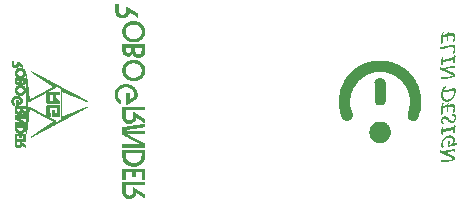
<source format=gbo>
G04*
G04 #@! TF.GenerationSoftware,Altium Limited,Altium Designer,20.0.2 (26)*
G04*
G04 Layer_Color=32896*
%FSLAX25Y25*%
%MOIN*%
G70*
G01*
G75*
%ADD34C,0.00100*%
G36*
X395091Y186472D02*
Y186008D01*
X395183D01*
Y185545D01*
X395276D01*
Y185453D01*
X395369D01*
Y185267D01*
X395461D01*
Y185175D01*
X395554D01*
Y185082D01*
X395647D01*
Y184990D01*
X395739D01*
Y184897D01*
X395832D01*
Y184804D01*
X395924D01*
Y184712D01*
X396017D01*
X396110D01*
Y184619D01*
X396202D01*
X396295D01*
Y184526D01*
X396388D01*
X396480D01*
Y184434D01*
X396573D01*
X396665D01*
X396758D01*
Y184341D01*
X396851D01*
X396943D01*
X397036D01*
Y184248D01*
X397129D01*
Y184341D01*
X397221D01*
X397314D01*
X397406D01*
X397499D01*
X397592D01*
X397684D01*
Y184248D01*
X397777D01*
Y184341D01*
X397870D01*
X397962D01*
X398055D01*
Y184434D01*
X398147D01*
X398240D01*
X398333D01*
Y184526D01*
X398425D01*
X398518D01*
Y184619D01*
X398611D01*
X398703D01*
X398796D01*
Y184712D01*
X398888D01*
X398981D01*
Y184897D01*
X399074D01*
X399166D01*
X399259D01*
Y184990D01*
X399352D01*
Y185175D01*
X399444D01*
Y185267D01*
X399537D01*
Y185360D01*
X399629D01*
Y185638D01*
X399722D01*
Y185823D01*
X399815D01*
Y186194D01*
X399907D01*
X400000D01*
X400093D01*
Y186101D01*
X400185D01*
Y186008D01*
X400278D01*
Y185916D01*
X400371D01*
X400463D01*
Y185823D01*
X400556D01*
X400648D01*
Y185731D01*
X400741D01*
Y185638D01*
X400834D01*
Y185545D01*
X400926D01*
X401019D01*
X401112D01*
Y185360D01*
X401204D01*
X401297D01*
Y185267D01*
X401389D01*
Y185175D01*
X401482D01*
X401575D01*
Y185082D01*
X401667D01*
X401760D01*
Y184897D01*
X401853D01*
X401945D01*
X402038D01*
Y184712D01*
X402131D01*
X402223D01*
Y184619D01*
X402316D01*
X402408D01*
Y184526D01*
X402501D01*
Y184434D01*
X402594D01*
X402686D01*
Y184248D01*
X402779D01*
Y185823D01*
X402686D01*
X402594D01*
X402501D01*
Y185916D01*
X402408D01*
Y186008D01*
X402316D01*
X402223D01*
Y186101D01*
X402131D01*
X402038D01*
Y186286D01*
X401945D01*
X401853D01*
Y186379D01*
X401760D01*
Y186472D01*
X401667D01*
X401575D01*
X401482D01*
Y186564D01*
X401389D01*
Y186657D01*
X401297D01*
Y186749D01*
X401204D01*
X401112D01*
X401019D01*
Y186842D01*
X400926D01*
Y186935D01*
X400834D01*
Y187027D01*
X400741D01*
X400648D01*
Y187120D01*
X400556D01*
X400463D01*
Y187213D01*
X400371D01*
Y187305D01*
X400278D01*
Y187398D01*
X400185D01*
X400093D01*
X400000D01*
Y187490D01*
X399907D01*
Y187583D01*
X399815D01*
Y187676D01*
X399722D01*
X399629D01*
Y187768D01*
X399537D01*
X399444D01*
Y187861D01*
X399352D01*
Y187954D01*
X399259D01*
Y188046D01*
X399166D01*
X399074D01*
Y188139D01*
X398981D01*
X398888D01*
Y188232D01*
X398796D01*
Y186379D01*
X398703D01*
Y186194D01*
X398611D01*
Y186008D01*
X398518D01*
Y185916D01*
X398425D01*
Y185823D01*
X398333D01*
Y185731D01*
X398240D01*
Y185638D01*
X398147D01*
Y185545D01*
X398055D01*
X397962D01*
X397870D01*
X397777D01*
Y185453D01*
X397684D01*
X397592D01*
X397499D01*
X397406D01*
X397314D01*
X397221D01*
Y185545D01*
X397129D01*
X397036D01*
X396943D01*
Y185638D01*
X396851D01*
X396758D01*
Y185731D01*
X396665D01*
Y185823D01*
X396573D01*
Y185916D01*
X396480D01*
Y186008D01*
X396388D01*
Y186194D01*
X396295D01*
Y188880D01*
X396388D01*
X396480D01*
X396573D01*
X396665D01*
X396758D01*
X396851D01*
X396943D01*
X397036D01*
X397129D01*
X397221D01*
X397314D01*
X397406D01*
X397499D01*
X397592D01*
X397684D01*
X397777D01*
X397870D01*
X397962D01*
X398055D01*
X398147D01*
X398240D01*
X398333D01*
X398425D01*
X398518D01*
X398611D01*
X398703D01*
X398796D01*
X398888D01*
X398981D01*
X399074D01*
X399166D01*
X399259D01*
X399352D01*
X399444D01*
X399537D01*
X399629D01*
X399722D01*
X399815D01*
X399907D01*
X400000D01*
X400093D01*
X400185D01*
X400278D01*
X400371D01*
X400463D01*
X400556D01*
X400648D01*
X400741D01*
X400834D01*
X400926D01*
X401019D01*
X401112D01*
X401204D01*
X401297D01*
X401389D01*
X401482D01*
X401575D01*
X401667D01*
X401760D01*
X401853D01*
X401945D01*
X402038D01*
X402131D01*
X402223D01*
X402316D01*
X402408D01*
X402501D01*
X402594D01*
X402686D01*
X402779D01*
Y190084D01*
X402686D01*
Y189991D01*
X402594D01*
X402501D01*
X402408D01*
X402316D01*
X402223D01*
X402131D01*
X402038D01*
X401945D01*
X401853D01*
X401760D01*
X401667D01*
X401575D01*
X401482D01*
X401389D01*
X401297D01*
X401204D01*
X401112D01*
X401019D01*
X400926D01*
X400834D01*
X400741D01*
X400648D01*
X400556D01*
X400463D01*
X400371D01*
X400278D01*
X400185D01*
X400093D01*
X400000D01*
X399907D01*
X399815D01*
X399722D01*
X399629D01*
X399537D01*
X399444D01*
X399352D01*
X399259D01*
X399166D01*
X399074D01*
X398981D01*
X398888D01*
X398796D01*
X398703D01*
X398611D01*
X398518D01*
X398425D01*
X398333D01*
X398240D01*
X398147D01*
X398055D01*
X397962D01*
X397870D01*
X397777D01*
X397684D01*
X397592D01*
X397499D01*
X397406D01*
X397314D01*
X397221D01*
X397129D01*
X397036D01*
X396943D01*
X396851D01*
X396758D01*
X396665D01*
X396573D01*
X396480D01*
X396388D01*
X396295D01*
X396202D01*
X396110D01*
X396017D01*
X395924D01*
X395832D01*
X395739D01*
X395647D01*
X395554D01*
X395461D01*
X395369D01*
X395276D01*
X395183D01*
X395091D01*
Y190084D01*
X394998D01*
Y186472D01*
X395091D01*
D02*
G37*
G36*
Y190640D02*
X395183D01*
X395276D01*
X395369D01*
X395461D01*
X395554D01*
X395647D01*
X395739D01*
X395832D01*
X395924D01*
X396017D01*
X396110D01*
X396202D01*
X396295D01*
Y193141D01*
X396388D01*
X396480D01*
X396573D01*
X396665D01*
X396758D01*
X396851D01*
X396943D01*
X397036D01*
X397129D01*
X397221D01*
X397314D01*
X397406D01*
X397499D01*
X397592D01*
X397684D01*
X397777D01*
X397870D01*
X397962D01*
X398055D01*
X398147D01*
X398240D01*
X398333D01*
Y191751D01*
X398425D01*
X398518D01*
X398611D01*
X398703D01*
X398796D01*
X398888D01*
X398981D01*
X399074D01*
X399166D01*
X399259D01*
X399352D01*
X399444D01*
X399537D01*
Y193141D01*
X399629D01*
X399722D01*
X399815D01*
X399907D01*
X400000D01*
X400093D01*
X400185D01*
X400278D01*
X400371D01*
X400463D01*
X400556D01*
X400648D01*
X400741D01*
X400834D01*
X400926D01*
X401019D01*
X401112D01*
X401204D01*
X401297D01*
X401389D01*
X401482D01*
X401575D01*
Y190640D01*
X401667D01*
X401760D01*
X401853D01*
X401945D01*
X402038D01*
X402131D01*
X402223D01*
X402316D01*
X402408D01*
X402501D01*
X402594D01*
X402686D01*
X402779D01*
Y194345D01*
X402686D01*
X402594D01*
X402501D01*
X402408D01*
X402316D01*
X402223D01*
X402131D01*
X402038D01*
X401945D01*
X401853D01*
X401760D01*
X401667D01*
X401575D01*
X401482D01*
X401389D01*
X401297D01*
X401204D01*
X401112D01*
X401019D01*
X400926D01*
X400834D01*
X400741D01*
X400648D01*
X400556D01*
X400463D01*
X400371D01*
X400278D01*
X400185D01*
X400093D01*
X400000D01*
X399907D01*
X399815D01*
X399722D01*
X399629D01*
X399537D01*
X399444D01*
X399352D01*
X399259D01*
X399166D01*
X399074D01*
X398981D01*
X398888D01*
X398796D01*
X398703D01*
X398611D01*
X398518D01*
X398425D01*
X398333D01*
X398240D01*
X398147D01*
X398055D01*
X397962D01*
X397870D01*
X397777D01*
X397684D01*
X397592D01*
X397499D01*
X397406D01*
X397314D01*
X397221D01*
X397129D01*
X397036D01*
X396943D01*
X396851D01*
X396758D01*
X396665D01*
X396573D01*
X396480D01*
X396388D01*
X396295D01*
X396202D01*
X396110D01*
X396017D01*
X395924D01*
X395832D01*
X395739D01*
X395647D01*
X395554D01*
X395461D01*
X395369D01*
X395276D01*
X395183D01*
X395091D01*
X394998D01*
Y190640D01*
X395091D01*
D02*
G37*
G36*
Y198606D02*
Y197957D01*
X395183D01*
Y197402D01*
X395276D01*
Y197216D01*
X395369D01*
Y197031D01*
X395461D01*
Y196753D01*
X395554D01*
Y196661D01*
X395647D01*
Y196568D01*
X395739D01*
Y196383D01*
X395832D01*
Y196290D01*
X395924D01*
Y196197D01*
X396017D01*
Y196105D01*
X396110D01*
Y196012D01*
X396202D01*
Y195920D01*
X396295D01*
Y195827D01*
X396388D01*
X396480D01*
Y195734D01*
X396573D01*
X396665D01*
Y195549D01*
X396758D01*
X396851D01*
Y195457D01*
X396943D01*
X397036D01*
X397129D01*
Y195364D01*
X397221D01*
X397314D01*
X397406D01*
X397499D01*
Y195271D01*
X397592D01*
X397684D01*
Y195179D01*
X397777D01*
X397870D01*
X397962D01*
Y195086D01*
X398055D01*
X398147D01*
X398240D01*
X398333D01*
X398425D01*
X398518D01*
X398611D01*
X398703D01*
X398796D01*
X398888D01*
X398981D01*
X399074D01*
X399166D01*
X399259D01*
X399352D01*
X399444D01*
X399537D01*
X399629D01*
X399722D01*
X399815D01*
X399907D01*
Y195179D01*
X400000D01*
X400093D01*
X400185D01*
Y195271D01*
X400278D01*
X400371D01*
Y195364D01*
X400463D01*
X400556D01*
Y195457D01*
X400648D01*
Y195364D01*
X400741D01*
Y195457D01*
X400834D01*
X400926D01*
Y195642D01*
X401019D01*
X401112D01*
Y195734D01*
X401204D01*
X401297D01*
Y195827D01*
X401389D01*
X401482D01*
Y195920D01*
X401575D01*
Y196012D01*
X401667D01*
Y196105D01*
X401760D01*
Y196197D01*
X401853D01*
Y196290D01*
X401945D01*
Y196383D01*
X402038D01*
Y196475D01*
X402131D01*
Y196661D01*
X402223D01*
Y196753D01*
X402316D01*
Y196939D01*
X402408D01*
Y197124D01*
X402501D01*
Y197309D01*
X402594D01*
Y197772D01*
X402686D01*
Y198235D01*
X402779D01*
Y200736D01*
X402686D01*
X402594D01*
X402501D01*
X402408D01*
X402316D01*
X402223D01*
X402131D01*
X402038D01*
X401945D01*
X401853D01*
X401760D01*
X401667D01*
X401575D01*
X401482D01*
X401389D01*
X401297D01*
X401204D01*
X401112D01*
X401019D01*
X400926D01*
X400834D01*
X400741D01*
X400648D01*
X400556D01*
X400463D01*
X400371D01*
X400278D01*
X400185D01*
X400093D01*
X400000D01*
X399907D01*
X399815D01*
X399722D01*
X399629D01*
X399537D01*
X399444D01*
X399352D01*
X399259D01*
X399166D01*
X399074D01*
X398981D01*
X398888D01*
X398796D01*
X398703D01*
X398611D01*
X398518D01*
X398425D01*
X398333D01*
X398240D01*
X398147D01*
X398055D01*
X397962D01*
X397870D01*
X397777D01*
X397684D01*
X397592D01*
X397499D01*
X397406D01*
X397314D01*
X397221D01*
X397129D01*
X397036D01*
X396943D01*
X396851D01*
X396758D01*
X396665D01*
X396573D01*
X396480D01*
X396388D01*
X396295D01*
X396202D01*
X396110D01*
X396017D01*
X395924D01*
X395832D01*
X395739D01*
X395647D01*
X395554D01*
X395461D01*
X395369D01*
X395276D01*
X395183D01*
X395091D01*
X394998D01*
Y198606D01*
X395091D01*
D02*
G37*
G36*
Y201292D02*
X395183D01*
X395276D01*
X395369D01*
X395461D01*
X395554D01*
X395647D01*
X395739D01*
X395832D01*
X395924D01*
X396017D01*
X396110D01*
X396202D01*
X396295D01*
X396388D01*
X396480D01*
X396573D01*
X396665D01*
X396758D01*
X396851D01*
X396943D01*
X397036D01*
X397129D01*
X397221D01*
X397314D01*
X397406D01*
X397499D01*
X397592D01*
X397684D01*
X397777D01*
X397870D01*
X397962D01*
X398055D01*
X398147D01*
X398240D01*
X398333D01*
X398425D01*
X398518D01*
X398611D01*
X398703D01*
X398796D01*
X398888D01*
X398981D01*
X399074D01*
X399166D01*
X399259D01*
X399352D01*
X399444D01*
X399537D01*
X399629D01*
X399722D01*
X399815D01*
X399907D01*
X400000D01*
X400093D01*
X400185D01*
X400278D01*
X400371D01*
X400463D01*
X400556D01*
X400648D01*
X400741D01*
X400834D01*
X400926D01*
X401019D01*
X401112D01*
X401204D01*
X401297D01*
X401389D01*
X401482D01*
X401575D01*
X401667D01*
X401760D01*
X401853D01*
X401945D01*
X402038D01*
X402131D01*
X402223D01*
X402316D01*
X402408D01*
X402501D01*
X402594D01*
X402686D01*
X402779D01*
Y202774D01*
X402686D01*
X402594D01*
X402501D01*
Y202867D01*
X402408D01*
X402316D01*
Y202959D01*
X402223D01*
Y203052D01*
X402131D01*
Y203145D01*
X402038D01*
Y203052D01*
X401945D01*
Y203145D01*
X401853D01*
Y203237D01*
X401760D01*
X401667D01*
Y203330D01*
X401575D01*
Y203422D01*
X401482D01*
X401389D01*
X401297D01*
Y203515D01*
X401204D01*
X401112D01*
Y203608D01*
X401019D01*
X400926D01*
Y203793D01*
X400834D01*
Y203700D01*
X400741D01*
Y203793D01*
X400648D01*
X400556D01*
Y203886D01*
X400463D01*
Y203978D01*
X400371D01*
X400278D01*
Y204071D01*
X400185D01*
X400093D01*
X400000D01*
Y204164D01*
X399907D01*
Y204256D01*
X399815D01*
X399722D01*
Y204349D01*
X399629D01*
X399537D01*
Y204441D01*
X399444D01*
X399352D01*
Y204534D01*
X399259D01*
Y204627D01*
X399166D01*
X399074D01*
Y204719D01*
X398981D01*
X398888D01*
X398796D01*
Y204812D01*
X398703D01*
X398611D01*
Y204905D01*
X398518D01*
Y204997D01*
X398425D01*
X398333D01*
Y205090D01*
X398240D01*
X398147D01*
Y205182D01*
X398055D01*
X397962D01*
Y205275D01*
X397870D01*
Y205368D01*
X397777D01*
X397684D01*
X397592D01*
Y205460D01*
X397499D01*
X397406D01*
Y205553D01*
X397314D01*
Y205645D01*
X397221D01*
X397129D01*
X397036D01*
Y205923D01*
X397129D01*
X397221D01*
X397314D01*
Y205831D01*
X397406D01*
X397499D01*
X397592D01*
X397684D01*
X397777D01*
X397870D01*
X397962D01*
X398055D01*
X398147D01*
X398240D01*
X398333D01*
X398425D01*
X398518D01*
X398611D01*
X398703D01*
X398796D01*
X398888D01*
X398981D01*
X399074D01*
X399166D01*
X399259D01*
X399352D01*
X399444D01*
X399537D01*
X399629D01*
X399722D01*
X399815D01*
X399907D01*
X400000D01*
X400093D01*
X400185D01*
X400278D01*
X400371D01*
X400463D01*
X400556D01*
X400648D01*
X400741D01*
X400834D01*
X400926D01*
X401019D01*
X401112D01*
X401204D01*
X401297D01*
X401389D01*
X401482D01*
X401575D01*
X401667D01*
X401760D01*
X401853D01*
X401945D01*
X402038D01*
X402131D01*
X402223D01*
X402316D01*
X402408D01*
X402501D01*
X402594D01*
X402686D01*
X402779D01*
Y207035D01*
X402686D01*
X402594D01*
X402501D01*
X402408D01*
X402316D01*
X402223D01*
X402131D01*
X402038D01*
X401945D01*
X401853D01*
X401760D01*
X401667D01*
X401575D01*
X401482D01*
X401389D01*
X401297D01*
X401204D01*
X401112D01*
X401019D01*
X400926D01*
X400834D01*
X400741D01*
X400648D01*
X400556D01*
X400463D01*
X400371D01*
X400278D01*
X400185D01*
X400093D01*
X400000D01*
X399907D01*
X399815D01*
X399722D01*
X399629D01*
X399537D01*
X399444D01*
X399352D01*
X399259D01*
X399166D01*
X399074D01*
X398981D01*
X398888D01*
X398796D01*
X398703D01*
X398611D01*
X398518D01*
X398425D01*
X398333D01*
X398240D01*
X398147D01*
X398055D01*
X397962D01*
X397870D01*
X397777D01*
X397684D01*
X397592D01*
X397499D01*
X397406D01*
X397314D01*
X397221D01*
X397129D01*
X397036D01*
X396943D01*
X396851D01*
X396758D01*
X396665D01*
X396573D01*
Y207220D01*
X396665D01*
Y207313D01*
X396758D01*
X396851D01*
X396943D01*
X397036D01*
X397129D01*
Y207405D01*
X397221D01*
X397314D01*
X397406D01*
X397499D01*
X397592D01*
Y207498D01*
X397684D01*
X397777D01*
X397870D01*
X397962D01*
X398055D01*
X398147D01*
X398240D01*
X398333D01*
X398425D01*
X398518D01*
X398611D01*
Y207591D01*
X398703D01*
X398796D01*
X398888D01*
X398981D01*
Y207683D01*
X399074D01*
X399166D01*
X399259D01*
X399352D01*
X399444D01*
X399537D01*
Y207776D01*
X399629D01*
X399722D01*
X399815D01*
X399907D01*
X400000D01*
Y207869D01*
X400093D01*
X400185D01*
X400278D01*
X400371D01*
Y207776D01*
X400463D01*
Y207869D01*
X400556D01*
X400648D01*
X400741D01*
X400834D01*
X400926D01*
Y207961D01*
X401019D01*
X401112D01*
X401204D01*
X401297D01*
X401389D01*
Y208054D01*
X401482D01*
X401575D01*
X401667D01*
X401760D01*
X401853D01*
Y208147D01*
X401945D01*
X402038D01*
X402131D01*
X402223D01*
X402316D01*
X402408D01*
X402501D01*
X402594D01*
X402686D01*
X402779D01*
X402872D01*
Y208332D01*
X402779D01*
Y208795D01*
X402686D01*
Y209165D01*
X402594D01*
Y209351D01*
X402686D01*
X402779D01*
Y210833D01*
X402686D01*
X402594D01*
Y210925D01*
X402501D01*
X402408D01*
Y211111D01*
X402316D01*
X402223D01*
Y211203D01*
X402131D01*
X402038D01*
Y211296D01*
X401945D01*
X401853D01*
Y211388D01*
X401760D01*
Y211481D01*
X401667D01*
X401575D01*
Y211574D01*
X401482D01*
X401389D01*
Y211666D01*
X401297D01*
Y211759D01*
X401204D01*
Y211852D01*
X401112D01*
X401019D01*
Y211944D01*
X400926D01*
X400834D01*
Y212037D01*
X400741D01*
Y212129D01*
X400648D01*
X400556D01*
Y212222D01*
X400463D01*
Y212315D01*
X400371D01*
X400278D01*
Y212407D01*
X400185D01*
Y212500D01*
X400093D01*
X400000D01*
Y212593D01*
X399907D01*
X399815D01*
Y212685D01*
X399722D01*
X399629D01*
Y212871D01*
X399537D01*
X399444D01*
Y212963D01*
X399352D01*
X399259D01*
Y213056D01*
X399166D01*
Y213148D01*
X399074D01*
X398981D01*
Y213241D01*
X398888D01*
Y213334D01*
X398796D01*
Y211481D01*
X398703D01*
Y211203D01*
X398611D01*
Y211018D01*
X398518D01*
Y210925D01*
X398425D01*
Y210833D01*
X398333D01*
Y210740D01*
X398240D01*
Y210647D01*
X398147D01*
X398055D01*
Y210555D01*
X397962D01*
X397870D01*
X397777D01*
X397684D01*
X397592D01*
X397499D01*
X397406D01*
X397314D01*
X397221D01*
Y210647D01*
X397129D01*
Y210555D01*
X397036D01*
Y210647D01*
X396943D01*
X396851D01*
Y210740D01*
X396758D01*
X396665D01*
Y210925D01*
X396573D01*
Y211018D01*
X396480D01*
Y211111D01*
X396388D01*
Y211203D01*
X396295D01*
Y213889D01*
X396388D01*
X396480D01*
X396573D01*
X396665D01*
X396758D01*
X396851D01*
X396943D01*
X397036D01*
X397129D01*
X397221D01*
X397314D01*
X397406D01*
X397499D01*
X397592D01*
X397684D01*
X397777D01*
X397870D01*
X397962D01*
X398055D01*
X398147D01*
X398240D01*
X398333D01*
X398425D01*
X398518D01*
X398611D01*
X398703D01*
X398796D01*
X398888D01*
X398981D01*
X399074D01*
X399166D01*
X399259D01*
X399352D01*
X399444D01*
X399537D01*
X399629D01*
X399722D01*
X399815D01*
X399907D01*
X400000D01*
X400093D01*
X400185D01*
X400278D01*
X400371D01*
X400463D01*
X400556D01*
X400648D01*
X400741D01*
X400834D01*
X400926D01*
X401019D01*
X401112D01*
X401204D01*
X401297D01*
X401389D01*
X401482D01*
X401575D01*
X401667D01*
X401760D01*
X401853D01*
X401945D01*
X402038D01*
X402131D01*
X402223D01*
X402316D01*
X402408D01*
X402501D01*
X402594D01*
X402686D01*
X402779D01*
Y215094D01*
X402686D01*
X402594D01*
X402501D01*
X402408D01*
X402316D01*
X402223D01*
X402131D01*
X402038D01*
X401945D01*
X401853D01*
X401760D01*
X401667D01*
X401575D01*
X401482D01*
X401389D01*
X401297D01*
X401204D01*
X401112D01*
X401019D01*
X400926D01*
X400834D01*
X400741D01*
X400648D01*
X400556D01*
X400463D01*
X400371D01*
X400278D01*
X400185D01*
X400093D01*
X400000D01*
X399907D01*
X399815D01*
X399722D01*
X399629D01*
X399537D01*
X399444D01*
X399352D01*
X399259D01*
X399166D01*
X399074D01*
X398981D01*
X398888D01*
X398796D01*
X398703D01*
X398611D01*
X398518D01*
X398425D01*
X398333D01*
X398240D01*
X398147D01*
X398055D01*
X397962D01*
X397870D01*
X397777D01*
X397684D01*
X397592D01*
X397499D01*
X397406D01*
X397314D01*
X397221D01*
X397129D01*
X397036D01*
X396943D01*
X396851D01*
X396758D01*
X396665D01*
X396573D01*
X396480D01*
X396388D01*
X396295D01*
X396202D01*
X396110D01*
X396017D01*
X395924D01*
X395832D01*
X395739D01*
X395647D01*
X395554D01*
X395461D01*
X395369D01*
X395276D01*
X395183D01*
X395091D01*
X394998D01*
Y211481D01*
X395091D01*
Y211018D01*
X395183D01*
Y210647D01*
X395276D01*
Y210462D01*
X395369D01*
Y210277D01*
X395461D01*
Y210184D01*
X395554D01*
Y210092D01*
X395647D01*
Y209999D01*
X395739D01*
Y209906D01*
X395832D01*
Y209814D01*
X395924D01*
X396017D01*
Y209721D01*
X396110D01*
X396202D01*
Y209629D01*
X396295D01*
X396388D01*
Y209536D01*
X396480D01*
Y209443D01*
X396573D01*
X396665D01*
X396758D01*
X396851D01*
X396943D01*
X397036D01*
X397129D01*
Y209351D01*
X397221D01*
X397314D01*
X397406D01*
X397499D01*
X397592D01*
X397684D01*
Y209443D01*
X397777D01*
X397870D01*
X397962D01*
X398055D01*
X398147D01*
X398240D01*
Y209536D01*
X398333D01*
X398425D01*
X398518D01*
Y209629D01*
X398611D01*
Y209721D01*
X398703D01*
X398796D01*
Y209814D01*
X398888D01*
X398981D01*
Y209906D01*
X399074D01*
Y209999D01*
X399166D01*
X399259D01*
Y210092D01*
X399352D01*
Y210277D01*
X399444D01*
Y210370D01*
X399537D01*
Y210462D01*
X399629D01*
Y210647D01*
X399722D01*
Y210925D01*
X399815D01*
Y211203D01*
X399907D01*
X400000D01*
X400093D01*
Y211111D01*
X400185D01*
Y211018D01*
X400278D01*
X400371D01*
X400463D01*
Y210833D01*
X400556D01*
X400648D01*
Y210740D01*
X400741D01*
X400834D01*
Y210647D01*
X400926D01*
Y210555D01*
X401019D01*
X401112D01*
Y210462D01*
X401204D01*
X401297D01*
Y210277D01*
X401389D01*
X401482D01*
Y210184D01*
X401575D01*
Y210092D01*
X401667D01*
X401760D01*
Y209999D01*
X401853D01*
X401945D01*
Y209906D01*
X402038D01*
Y209814D01*
X402131D01*
Y209721D01*
X402223D01*
X402316D01*
X402408D01*
Y209536D01*
X402501D01*
Y209351D01*
X402408D01*
Y209258D01*
X402316D01*
X402223D01*
X402131D01*
X402038D01*
Y209351D01*
X401945D01*
Y209258D01*
X401853D01*
X401760D01*
X401667D01*
X401575D01*
X401482D01*
Y209165D01*
X401389D01*
X401297D01*
X401204D01*
X401112D01*
X401019D01*
Y209073D01*
X400926D01*
X400834D01*
X400741D01*
X400648D01*
X400556D01*
X400463D01*
Y208980D01*
X400371D01*
X400278D01*
X400185D01*
X400093D01*
X400000D01*
X399907D01*
X399815D01*
X399722D01*
X399629D01*
X399537D01*
Y208888D01*
X399444D01*
X399352D01*
X399259D01*
X399166D01*
X399074D01*
Y208795D01*
X398981D01*
X398888D01*
X398796D01*
X398703D01*
X398611D01*
Y208702D01*
X398518D01*
X398425D01*
X398333D01*
X398240D01*
X398147D01*
Y208610D01*
X398055D01*
X397962D01*
X397870D01*
X397777D01*
X397684D01*
X397592D01*
X397499D01*
X397406D01*
X397314D01*
X397221D01*
X397129D01*
Y208517D01*
X397036D01*
X396943D01*
X396851D01*
X396758D01*
Y208424D01*
X396665D01*
X396573D01*
X396480D01*
X396388D01*
X396295D01*
X396202D01*
Y208332D01*
X396110D01*
X396017D01*
X395924D01*
X395832D01*
X395739D01*
X395647D01*
X395554D01*
X395461D01*
X395369D01*
X395276D01*
Y208239D01*
X395183D01*
X395091D01*
X394998D01*
Y207776D01*
X395091D01*
Y207405D01*
X395183D01*
Y207220D01*
X395091D01*
Y207128D01*
X394998D01*
Y205645D01*
X395091D01*
X395183D01*
Y205553D01*
X395276D01*
Y205460D01*
X395369D01*
Y205553D01*
X395461D01*
Y205460D01*
X395554D01*
Y205368D01*
X395647D01*
X395739D01*
Y205275D01*
X395832D01*
Y205182D01*
X395924D01*
X396017D01*
Y205090D01*
X396110D01*
X396202D01*
X396295D01*
Y204997D01*
X396388D01*
Y204905D01*
X396480D01*
X396573D01*
X396665D01*
Y204812D01*
X396758D01*
X396851D01*
Y204719D01*
X396943D01*
Y204627D01*
X397036D01*
X397129D01*
Y204534D01*
X397221D01*
X397314D01*
X397406D01*
Y204441D01*
X397499D01*
Y204349D01*
X397592D01*
X397684D01*
Y204256D01*
X397777D01*
X397870D01*
Y204164D01*
X397962D01*
X398055D01*
Y204071D01*
X398147D01*
Y203978D01*
X398240D01*
X398333D01*
Y203886D01*
X398425D01*
X398518D01*
X398611D01*
Y203793D01*
X398703D01*
X398796D01*
Y203700D01*
X398888D01*
Y203608D01*
X398981D01*
X399074D01*
Y203515D01*
X399166D01*
X399259D01*
X399352D01*
Y203330D01*
X399444D01*
X399537D01*
Y203237D01*
X399629D01*
X399722D01*
X399815D01*
Y203145D01*
X399907D01*
X400000D01*
Y203052D01*
X400093D01*
Y202959D01*
X400185D01*
X400278D01*
Y202867D01*
X400371D01*
X400463D01*
X400556D01*
Y202774D01*
X400648D01*
X400741D01*
Y202496D01*
X400648D01*
X400556D01*
X400463D01*
X400371D01*
X400278D01*
X400185D01*
X400093D01*
X400000D01*
X399907D01*
X399815D01*
X399722D01*
X399629D01*
X399537D01*
X399444D01*
X399352D01*
X399259D01*
X399166D01*
X399074D01*
X398981D01*
X398888D01*
X398796D01*
X398703D01*
X398611D01*
X398518D01*
X398425D01*
X398333D01*
X398240D01*
X398147D01*
X398055D01*
X397962D01*
X397870D01*
X397777D01*
X397684D01*
X397592D01*
X397499D01*
X397406D01*
X397314D01*
X397221D01*
X397129D01*
X397036D01*
X396943D01*
X396851D01*
X396758D01*
X396665D01*
X396573D01*
X396480D01*
X396388D01*
X396295D01*
X396202D01*
X396110D01*
X396017D01*
X395924D01*
X395832D01*
X395739D01*
X395647D01*
X395554D01*
X395461D01*
X395369D01*
X395276D01*
X395183D01*
X395091D01*
X394998D01*
Y201292D01*
X395091D01*
D02*
G37*
G36*
X392590Y218150D02*
Y217872D01*
X392682D01*
Y217780D01*
X392775D01*
Y217502D01*
X392868D01*
Y217224D01*
X392960D01*
Y217131D01*
X393053D01*
Y217039D01*
X393145D01*
Y216853D01*
X393238D01*
Y216761D01*
X393331D01*
Y216668D01*
X393423D01*
Y216576D01*
X393516D01*
Y216390D01*
X393609D01*
Y216298D01*
X393701D01*
X393794D01*
Y216205D01*
X393887D01*
Y216112D01*
X393979D01*
Y216020D01*
X394072D01*
X394164D01*
Y215927D01*
X394257D01*
X394350D01*
Y215835D01*
X394442D01*
X394535D01*
Y215742D01*
X394628D01*
Y217131D01*
X394535D01*
Y217224D01*
X394442D01*
X394350D01*
Y217409D01*
X394257D01*
Y217502D01*
X394164D01*
Y217595D01*
X394072D01*
Y217687D01*
X393979D01*
Y217872D01*
X393887D01*
Y218058D01*
X393794D01*
Y218243D01*
X393701D01*
Y218521D01*
X393609D01*
Y219540D01*
X393701D01*
Y219818D01*
X393794D01*
Y220003D01*
X393887D01*
Y220188D01*
X393979D01*
Y220281D01*
X394072D01*
Y220466D01*
X394164D01*
Y220559D01*
X394257D01*
Y220651D01*
X394350D01*
Y220744D01*
X394442D01*
Y220836D01*
X394535D01*
X394628D01*
Y221022D01*
X394720D01*
X394813D01*
Y221114D01*
X394905D01*
Y221207D01*
X394998D01*
X395091D01*
X395183D01*
Y221300D01*
X395276D01*
X395369D01*
Y221392D01*
X395461D01*
X395554D01*
X395647D01*
Y221485D01*
X395739D01*
X395832D01*
X395924D01*
X396017D01*
X396110D01*
X396202D01*
X396295D01*
X396388D01*
X396480D01*
X396573D01*
X396665D01*
X396758D01*
X396851D01*
X396943D01*
Y221392D01*
X397036D01*
X397129D01*
X397221D01*
Y221300D01*
X397314D01*
X397406D01*
X397499D01*
Y221207D01*
X397592D01*
X397684D01*
X397777D01*
Y221114D01*
X397870D01*
Y221022D01*
X397962D01*
Y220929D01*
X398055D01*
X398147D01*
Y220836D01*
X398240D01*
Y220744D01*
X398333D01*
Y220651D01*
X398425D01*
Y220559D01*
X398518D01*
Y220466D01*
X398611D01*
Y220373D01*
X398703D01*
Y220188D01*
X398796D01*
Y219910D01*
X398888D01*
Y219725D01*
X398981D01*
Y219447D01*
X399074D01*
Y218428D01*
X398981D01*
X398888D01*
Y218336D01*
X398796D01*
Y218243D01*
X398703D01*
X398611D01*
Y218150D01*
X398518D01*
Y218058D01*
X398425D01*
Y217965D01*
X398333D01*
X398240D01*
Y217872D01*
X398147D01*
Y217780D01*
X398055D01*
X397962D01*
X397870D01*
Y217687D01*
X397777D01*
Y217595D01*
X397684D01*
X397592D01*
X397499D01*
Y219725D01*
X397406D01*
X397314D01*
X397221D01*
X397129D01*
X397036D01*
X396943D01*
X396851D01*
X396758D01*
X396665D01*
X396573D01*
X396480D01*
X396388D01*
X396295D01*
Y215371D01*
X396388D01*
Y215464D01*
X396480D01*
Y215557D01*
X396573D01*
Y215649D01*
X396665D01*
X396758D01*
Y215742D01*
X396851D01*
X396943D01*
Y215927D01*
X397036D01*
X397129D01*
Y216020D01*
X397221D01*
X397314D01*
Y216112D01*
X397406D01*
X397499D01*
Y216205D01*
X397592D01*
Y216298D01*
X397684D01*
X397777D01*
X397870D01*
Y216390D01*
X397962D01*
Y216483D01*
X398055D01*
X398147D01*
Y216668D01*
X398240D01*
X398333D01*
X398425D01*
Y216761D01*
X398518D01*
Y216853D01*
X398611D01*
X398703D01*
Y216946D01*
X398796D01*
X398888D01*
Y217039D01*
X398981D01*
Y217131D01*
X399074D01*
Y217224D01*
X399166D01*
X399259D01*
Y217317D01*
X399352D01*
X399444D01*
Y217409D01*
X399537D01*
Y217502D01*
X399629D01*
Y217595D01*
X399722D01*
X399815D01*
X399907D01*
Y217687D01*
X400000D01*
Y217965D01*
X400093D01*
Y218243D01*
X400185D01*
Y218614D01*
X400278D01*
Y219169D01*
X400185D01*
Y219725D01*
X400093D01*
Y220003D01*
X400000D01*
Y220281D01*
X399907D01*
Y220466D01*
X399815D01*
Y220651D01*
X399722D01*
Y220836D01*
X399629D01*
Y221022D01*
X399537D01*
Y221114D01*
X399444D01*
Y221207D01*
X399352D01*
Y221300D01*
X399259D01*
Y221392D01*
X399166D01*
Y221485D01*
X399074D01*
Y221578D01*
X398981D01*
Y221670D01*
X398888D01*
X398796D01*
Y221855D01*
X398703D01*
Y221948D01*
X398611D01*
X398518D01*
Y222041D01*
X398425D01*
X398333D01*
Y222133D01*
X398240D01*
X398147D01*
Y222226D01*
X398055D01*
X397962D01*
Y222319D01*
X397870D01*
Y222411D01*
X397777D01*
Y222319D01*
X397684D01*
Y222411D01*
X397592D01*
X397499D01*
X397406D01*
Y222504D01*
X397314D01*
X397221D01*
X397129D01*
Y222596D01*
X397036D01*
X396943D01*
X396851D01*
X396758D01*
X396665D01*
Y222689D01*
X396573D01*
X396480D01*
X396388D01*
X396295D01*
X396202D01*
X396110D01*
Y222596D01*
X396017D01*
X395924D01*
X395832D01*
X395739D01*
X395647D01*
X395554D01*
Y222504D01*
X395461D01*
X395369D01*
X395276D01*
Y222411D01*
X395183D01*
X395091D01*
X394998D01*
Y222319D01*
X394905D01*
X394813D01*
X394720D01*
Y222226D01*
X394628D01*
X394535D01*
Y222133D01*
X394442D01*
Y222041D01*
X394350D01*
X394257D01*
X394164D01*
Y221948D01*
X394072D01*
Y221855D01*
X393979D01*
Y221763D01*
X393887D01*
X393794D01*
Y221670D01*
X393701D01*
Y221578D01*
X393609D01*
Y221485D01*
X393516D01*
Y221392D01*
X393423D01*
Y221300D01*
X393331D01*
Y221207D01*
X393238D01*
Y221114D01*
X393145D01*
Y220929D01*
X393053D01*
Y220836D01*
X392960D01*
Y220744D01*
X392868D01*
Y220466D01*
X392775D01*
Y220281D01*
X392682D01*
Y220095D01*
X392590D01*
Y219818D01*
X392497D01*
Y218150D01*
X392590D01*
D02*
G37*
G36*
X395091Y226765D02*
Y226302D01*
X395183D01*
Y225931D01*
X395276D01*
Y225653D01*
X395369D01*
Y225560D01*
X395461D01*
Y225375D01*
X395554D01*
Y225190D01*
X395647D01*
Y225097D01*
X395739D01*
Y225005D01*
X395832D01*
Y224819D01*
X395924D01*
Y224727D01*
X396017D01*
Y224634D01*
X396110D01*
Y224542D01*
X396202D01*
Y224449D01*
X396295D01*
X396388D01*
X396480D01*
Y224264D01*
X396573D01*
Y224171D01*
X396665D01*
X396758D01*
Y224078D01*
X396851D01*
X396943D01*
Y223986D01*
X397036D01*
X397129D01*
Y223893D01*
X397221D01*
X397314D01*
Y223801D01*
X397406D01*
X397499D01*
X397592D01*
X397684D01*
Y223708D01*
X397777D01*
X397870D01*
Y223615D01*
X397962D01*
X398055D01*
X398147D01*
X398240D01*
Y223523D01*
X398333D01*
X398425D01*
X398518D01*
X398611D01*
X398703D01*
X398796D01*
X398888D01*
X398981D01*
X399074D01*
X399166D01*
X399259D01*
X399352D01*
X399444D01*
X399537D01*
X399629D01*
Y223615D01*
X399722D01*
X399815D01*
X399907D01*
Y223708D01*
X400000D01*
X400093D01*
X400185D01*
Y223801D01*
X400278D01*
X400371D01*
X400463D01*
X400556D01*
Y223893D01*
X400648D01*
Y223986D01*
X400741D01*
X400834D01*
Y224078D01*
X400926D01*
Y224171D01*
X401019D01*
Y224078D01*
X401112D01*
Y224171D01*
X401204D01*
Y224264D01*
X401297D01*
X401389D01*
Y224356D01*
X401482D01*
Y224449D01*
X401575D01*
Y224542D01*
X401667D01*
Y224634D01*
X401760D01*
Y224727D01*
X401853D01*
Y224819D01*
X401945D01*
Y224912D01*
X402038D01*
Y225005D01*
X402131D01*
Y225190D01*
X402223D01*
Y225375D01*
X402316D01*
Y225560D01*
X402408D01*
Y225653D01*
X402501D01*
Y225838D01*
X402594D01*
Y226209D01*
X402686D01*
Y226579D01*
X402779D01*
Y227691D01*
X402686D01*
Y227969D01*
X402594D01*
Y228339D01*
X402501D01*
Y228525D01*
X402408D01*
Y228710D01*
X402316D01*
Y228895D01*
X402223D01*
Y228988D01*
X402131D01*
Y229173D01*
X402038D01*
Y229266D01*
X401945D01*
Y229358D01*
X401853D01*
Y229451D01*
X401760D01*
Y229543D01*
X401667D01*
Y229636D01*
X401575D01*
Y229729D01*
X401482D01*
Y229821D01*
X401389D01*
Y229914D01*
X401297D01*
X401204D01*
Y230007D01*
X401112D01*
Y230099D01*
X401019D01*
X400926D01*
Y230192D01*
X400834D01*
X400741D01*
X400648D01*
Y230285D01*
X400556D01*
Y230377D01*
X400463D01*
X400371D01*
Y230470D01*
X400278D01*
X400185D01*
Y230562D01*
X400093D01*
Y230470D01*
X400000D01*
Y230562D01*
X399907D01*
X399815D01*
X399722D01*
X399629D01*
Y230655D01*
X399537D01*
X399444D01*
X399352D01*
X399259D01*
X399166D01*
X399074D01*
X398981D01*
X398888D01*
X398796D01*
X398703D01*
X398611D01*
X398518D01*
X398425D01*
X398333D01*
X398240D01*
X398147D01*
Y230562D01*
X398055D01*
X397962D01*
X397870D01*
Y230470D01*
X397777D01*
X397684D01*
Y230562D01*
X397592D01*
Y230470D01*
X397499D01*
Y230377D01*
X397406D01*
X397314D01*
X397221D01*
Y230285D01*
X397129D01*
Y230192D01*
X397036D01*
X396943D01*
X396851D01*
X396758D01*
Y230007D01*
X396665D01*
X396573D01*
Y229914D01*
X396480D01*
X396388D01*
Y229821D01*
X396295D01*
Y229729D01*
X396202D01*
Y229636D01*
X396110D01*
Y229543D01*
X396017D01*
Y229451D01*
X395924D01*
Y229358D01*
X395832D01*
Y229266D01*
X395739D01*
Y229080D01*
X395647D01*
Y228988D01*
X395554D01*
Y228895D01*
X395461D01*
Y228710D01*
X395369D01*
Y228525D01*
X395276D01*
Y228247D01*
X395183D01*
Y227876D01*
X395091D01*
Y227413D01*
X394998D01*
Y226765D01*
X395091D01*
D02*
G37*
G36*
Y233804D02*
Y233341D01*
X395183D01*
Y232878D01*
X395276D01*
Y232693D01*
X395369D01*
Y232600D01*
X395461D01*
Y232415D01*
X395554D01*
Y232322D01*
X395647D01*
Y232230D01*
X395739D01*
Y232137D01*
X395832D01*
X395924D01*
Y232045D01*
X396017D01*
X396110D01*
Y231952D01*
X396202D01*
X396295D01*
X396388D01*
Y231859D01*
X396480D01*
X396573D01*
Y231767D01*
X396665D01*
X396758D01*
X396851D01*
X396943D01*
X397036D01*
X397129D01*
X397221D01*
X397314D01*
X397406D01*
X397499D01*
Y231859D01*
X397592D01*
X397684D01*
Y231952D01*
X397777D01*
X397870D01*
X397962D01*
Y232045D01*
X398055D01*
Y232137D01*
X398147D01*
Y232230D01*
X398240D01*
Y232322D01*
X398333D01*
Y232415D01*
X398425D01*
Y232508D01*
X398518D01*
X398611D01*
Y232415D01*
X398703D01*
Y232230D01*
X398796D01*
Y232045D01*
X398888D01*
Y231952D01*
X398981D01*
Y231859D01*
X399074D01*
Y231767D01*
X399166D01*
Y231674D01*
X399259D01*
Y231581D01*
X399352D01*
Y231674D01*
X399444D01*
Y231581D01*
X399537D01*
Y231489D01*
X399629D01*
X399722D01*
Y231396D01*
X399815D01*
X399907D01*
X400000D01*
Y231304D01*
X400093D01*
X400185D01*
X400278D01*
X400371D01*
X400463D01*
X400556D01*
X400648D01*
X400741D01*
X400834D01*
X400926D01*
X401019D01*
Y231396D01*
X401112D01*
X401204D01*
X401297D01*
Y231489D01*
X401389D01*
X401482D01*
Y231581D01*
X401575D01*
X401667D01*
Y231674D01*
X401760D01*
X401853D01*
Y231767D01*
X401945D01*
Y231859D01*
X402038D01*
X402131D01*
Y231952D01*
X402223D01*
Y232137D01*
X402316D01*
Y232230D01*
X402408D01*
Y232415D01*
X402501D01*
Y232600D01*
X402594D01*
Y232878D01*
X402686D01*
Y233341D01*
X402779D01*
Y235935D01*
X402686D01*
X402594D01*
X402501D01*
X402408D01*
X402316D01*
X402223D01*
X402131D01*
X402038D01*
X401945D01*
X401853D01*
X401760D01*
X401667D01*
X401575D01*
X401482D01*
X401389D01*
X401297D01*
X401204D01*
X401112D01*
X401019D01*
X400926D01*
X400834D01*
X400741D01*
X400648D01*
X400556D01*
X400463D01*
X400371D01*
X400278D01*
X400185D01*
X400093D01*
X400000D01*
X399907D01*
X399815D01*
X399722D01*
X399629D01*
X399537D01*
X399444D01*
X399352D01*
X399259D01*
X399166D01*
X399074D01*
X398981D01*
X398888D01*
X398796D01*
X398703D01*
X398611D01*
X398518D01*
X398425D01*
X398333D01*
X398240D01*
X398147D01*
X398055D01*
X397962D01*
X397870D01*
X397777D01*
X397684D01*
X397592D01*
X397499D01*
X397406D01*
X397314D01*
X397221D01*
X397129D01*
X397036D01*
X396943D01*
X396851D01*
X396758D01*
X396665D01*
X396573D01*
X396480D01*
X396388D01*
X396295D01*
X396202D01*
X396110D01*
X396017D01*
X395924D01*
X395832D01*
X395739D01*
X395647D01*
X395554D01*
X395461D01*
X395369D01*
X395276D01*
X395183D01*
X395091D01*
X394998D01*
Y233804D01*
X395091D01*
D02*
G37*
G36*
Y239640D02*
Y239177D01*
X395183D01*
Y238806D01*
X395276D01*
Y238714D01*
X395369D01*
Y238528D01*
X395461D01*
Y238251D01*
X395554D01*
Y238158D01*
X395647D01*
Y238065D01*
X395739D01*
Y237880D01*
X395832D01*
Y237787D01*
X395924D01*
Y237695D01*
X396017D01*
Y237602D01*
X396110D01*
Y237509D01*
X396202D01*
Y237417D01*
X396295D01*
X396388D01*
Y237324D01*
X396480D01*
Y237232D01*
X396573D01*
X396665D01*
Y237046D01*
X396758D01*
X396851D01*
Y236954D01*
X396943D01*
X397036D01*
Y236861D01*
X397129D01*
X397221D01*
X397314D01*
Y236769D01*
X397406D01*
X397499D01*
Y236676D01*
X397592D01*
X397684D01*
Y236583D01*
X397777D01*
X397870D01*
Y236491D01*
X397962D01*
Y236583D01*
X398055D01*
X398147D01*
X398240D01*
Y236491D01*
X398333D01*
X398425D01*
X398518D01*
X398611D01*
X398703D01*
X398796D01*
X398888D01*
X398981D01*
X399074D01*
X399166D01*
X399259D01*
X399352D01*
X399444D01*
X399537D01*
Y236583D01*
X399629D01*
X399722D01*
X399815D01*
Y236491D01*
X399907D01*
Y236583D01*
X400000D01*
X400093D01*
X400185D01*
Y236676D01*
X400278D01*
Y236769D01*
X400371D01*
X400463D01*
X400556D01*
Y236861D01*
X400648D01*
X400741D01*
X400834D01*
Y236954D01*
X400926D01*
X401019D01*
Y237139D01*
X401112D01*
X401204D01*
Y237232D01*
X401297D01*
X401389D01*
Y237324D01*
X401482D01*
Y237417D01*
X401575D01*
Y237509D01*
X401667D01*
Y237602D01*
X401760D01*
Y237695D01*
X401853D01*
Y237787D01*
X401945D01*
Y237880D01*
X402038D01*
Y238065D01*
X402131D01*
Y238158D01*
X402223D01*
Y238251D01*
X402316D01*
Y238436D01*
X402408D01*
Y238621D01*
X402501D01*
Y238806D01*
X402594D01*
Y239177D01*
X402686D01*
Y239455D01*
X402779D01*
Y240566D01*
X402686D01*
Y240937D01*
X402594D01*
Y241307D01*
X402501D01*
Y241400D01*
X402408D01*
Y241585D01*
X402316D01*
Y241770D01*
X402223D01*
Y241956D01*
X402131D01*
Y242048D01*
X402038D01*
Y242141D01*
X401945D01*
Y242326D01*
X401853D01*
Y242419D01*
X401760D01*
Y242512D01*
X401667D01*
Y242604D01*
X401575D01*
X401482D01*
Y242697D01*
X401389D01*
Y242789D01*
X401297D01*
Y242882D01*
X401204D01*
Y242975D01*
X401112D01*
X401019D01*
X400926D01*
Y243160D01*
X400834D01*
X400741D01*
Y243252D01*
X400648D01*
X400556D01*
X400463D01*
X400371D01*
Y243345D01*
X400278D01*
Y243438D01*
X400185D01*
X400093D01*
X400000D01*
X399907D01*
Y243530D01*
X399815D01*
X399722D01*
X399629D01*
X399537D01*
X399444D01*
X399352D01*
X399259D01*
X399166D01*
X399074D01*
Y243623D01*
X398981D01*
X398888D01*
X398796D01*
X398703D01*
Y243530D01*
X398611D01*
X398518D01*
X398425D01*
X398333D01*
X398240D01*
X398147D01*
X398055D01*
X397962D01*
X397870D01*
X397777D01*
Y243438D01*
X397684D01*
X397592D01*
Y243345D01*
X397499D01*
X397406D01*
Y243252D01*
X397314D01*
X397221D01*
X397129D01*
Y243160D01*
X397036D01*
X396943D01*
Y243067D01*
X396851D01*
X396758D01*
Y242882D01*
X396665D01*
Y242975D01*
X396573D01*
Y242882D01*
X396480D01*
Y242789D01*
X396388D01*
Y242697D01*
X396295D01*
X396202D01*
Y242604D01*
X396110D01*
Y242419D01*
X396017D01*
Y242326D01*
X395924D01*
X395832D01*
Y242234D01*
X395739D01*
Y242048D01*
X395647D01*
Y241956D01*
X395554D01*
Y241770D01*
X395461D01*
Y241585D01*
X395369D01*
Y241400D01*
X395276D01*
Y241307D01*
X395183D01*
Y240844D01*
X395091D01*
Y240474D01*
X394998D01*
Y239640D01*
X395091D01*
D02*
G37*
G36*
X392868Y246309D02*
Y245846D01*
X392960D01*
Y245661D01*
X393053D01*
Y245476D01*
X393145D01*
Y245383D01*
X393238D01*
Y245290D01*
X393331D01*
Y245198D01*
X393423D01*
Y245105D01*
X393516D01*
Y245012D01*
X393609D01*
Y244920D01*
X393701D01*
X393794D01*
Y244827D01*
X393887D01*
Y244735D01*
X393979D01*
X394072D01*
X394164D01*
X394257D01*
Y244642D01*
X394350D01*
X394442D01*
X394535D01*
Y244549D01*
X394628D01*
X394720D01*
X394813D01*
X394905D01*
Y244457D01*
X394998D01*
X395091D01*
X395183D01*
X395276D01*
Y244549D01*
X395369D01*
X395461D01*
X395554D01*
X395647D01*
X395739D01*
Y244642D01*
X395832D01*
X395924D01*
X396017D01*
Y244735D01*
X396110D01*
Y244642D01*
X396202D01*
Y244735D01*
X396295D01*
Y244827D01*
X396388D01*
X396480D01*
Y244920D01*
X396573D01*
X396665D01*
Y245012D01*
X396758D01*
Y245105D01*
X396851D01*
X396943D01*
Y245198D01*
X397036D01*
Y245290D01*
X397129D01*
Y245476D01*
X397221D01*
Y245568D01*
X397314D01*
Y245846D01*
X397406D01*
Y245939D01*
X397499D01*
Y246217D01*
X397592D01*
Y246402D01*
X397684D01*
X397777D01*
Y246309D01*
X397870D01*
X397962D01*
Y246217D01*
X398055D01*
Y246124D01*
X398147D01*
Y246031D01*
X398240D01*
X398333D01*
X398425D01*
Y245846D01*
X398518D01*
Y245753D01*
X398611D01*
X398703D01*
Y245661D01*
X398796D01*
X398888D01*
Y245568D01*
X398981D01*
Y245476D01*
X399074D01*
X399166D01*
Y245383D01*
X399259D01*
X399352D01*
Y245198D01*
X399444D01*
X399537D01*
Y245105D01*
X399629D01*
Y245012D01*
X399722D01*
X399815D01*
Y244920D01*
X399907D01*
X400000D01*
Y244827D01*
X400093D01*
Y244735D01*
X400185D01*
Y244642D01*
X400278D01*
X400371D01*
Y244549D01*
X400463D01*
Y246031D01*
X400371D01*
X400278D01*
Y246124D01*
X400185D01*
Y246217D01*
X400093D01*
X400000D01*
Y246309D01*
X399907D01*
X399815D01*
Y246402D01*
X399722D01*
X399629D01*
Y246495D01*
X399537D01*
X399444D01*
Y246680D01*
X399352D01*
X399259D01*
Y246772D01*
X399166D01*
Y246865D01*
X399074D01*
X398981D01*
X398888D01*
Y246958D01*
X398796D01*
Y247050D01*
X398703D01*
X398611D01*
Y247143D01*
X398518D01*
X398425D01*
Y247328D01*
X398333D01*
X398240D01*
Y247421D01*
X398147D01*
X398055D01*
Y247513D01*
X397962D01*
X397870D01*
Y247606D01*
X397777D01*
Y247699D01*
X397684D01*
X397592D01*
Y247791D01*
X397499D01*
Y247884D01*
X397406D01*
X397314D01*
Y247976D01*
X397221D01*
Y248069D01*
X397129D01*
X397036D01*
Y248162D01*
X396943D01*
X396851D01*
Y248254D01*
X396758D01*
X396665D01*
Y248440D01*
X396573D01*
X396480D01*
Y246495D01*
X396388D01*
Y246309D01*
X396295D01*
Y246217D01*
X396202D01*
Y246124D01*
X396110D01*
Y246031D01*
X396017D01*
Y245939D01*
X395924D01*
Y245846D01*
X395832D01*
X395739D01*
Y245753D01*
X395647D01*
X395554D01*
X395461D01*
X395369D01*
Y245661D01*
X395276D01*
X395183D01*
X395091D01*
Y245753D01*
X394998D01*
X394905D01*
X394813D01*
X394720D01*
X394628D01*
Y245846D01*
X394535D01*
Y245939D01*
X394442D01*
X394350D01*
Y246031D01*
X394257D01*
Y246217D01*
X394164D01*
Y246309D01*
X394072D01*
Y246402D01*
X393979D01*
Y249181D01*
X393887D01*
X393794D01*
X393701D01*
X393609D01*
X393516D01*
X393423D01*
X393331D01*
X393238D01*
X393145D01*
X393053D01*
X392960D01*
X392868D01*
X392775D01*
Y246309D01*
X392868D01*
D02*
G37*
G36*
X502254Y239895D02*
X502198Y239795D01*
X502148Y239695D01*
X502109Y239600D01*
X502076Y239506D01*
X502048Y239417D01*
X502021Y239334D01*
X502004Y239256D01*
X501987Y239184D01*
X501976Y239118D01*
X501971Y239062D01*
X501965Y239012D01*
X501960Y238973D01*
Y238896D01*
X503303Y239179D01*
Y239229D01*
X503308Y239317D01*
X503319Y239389D01*
X503336Y239456D01*
X503353Y239506D01*
X503375Y239550D01*
X503392Y239578D01*
X503403Y239595D01*
X503408Y239600D01*
X503430Y239623D01*
X503458Y239645D01*
X503530Y239695D01*
X503619Y239745D01*
X503708Y239789D01*
X503791Y239828D01*
X503863Y239861D01*
X503891Y239872D01*
X503913Y239883D01*
X503924Y239889D01*
X503930D01*
X503886Y239761D01*
X503852Y239639D01*
X503830Y239528D01*
X503813Y239434D01*
X503802Y239356D01*
X503797Y239301D01*
Y239262D01*
X504729Y239462D01*
X504818Y239478D01*
X504901Y239495D01*
X504979Y239506D01*
X505045Y239517D01*
X505106Y239523D01*
X505162Y239534D01*
X505212Y239539D01*
X505256Y239545D01*
X505290Y239550D01*
X505323D01*
X505373Y239556D01*
X505395D01*
X505406D01*
X505473Y239550D01*
X505528Y239545D01*
X505639Y239512D01*
X505734Y239462D01*
X505811Y239395D01*
X505883Y239317D01*
X505939Y239229D01*
X505983Y239134D01*
X506022Y239040D01*
X506050Y238946D01*
X506072Y238851D01*
X506089Y238762D01*
X506100Y238685D01*
X506106Y238618D01*
X506111Y238568D01*
Y238524D01*
X506106Y238418D01*
X506100Y238302D01*
X506089Y238180D01*
X506078Y238063D01*
X506067Y237958D01*
X506061Y237913D01*
X506055Y237874D01*
X506050Y237841D01*
X506044Y237819D01*
Y237797D01*
X506033Y237713D01*
X506022Y237636D01*
X506006Y237563D01*
X505994Y237497D01*
X505983Y237436D01*
X505972Y237380D01*
X505967Y237336D01*
X505956Y237292D01*
X505939Y237220D01*
X505928Y237175D01*
X505917Y237147D01*
Y237136D01*
X505889Y237075D01*
X505856Y237014D01*
X505811Y236964D01*
X505761Y236914D01*
X505650Y236831D01*
X505539Y236759D01*
X505428Y236709D01*
X505378Y236687D01*
X505334Y236670D01*
X505295Y236659D01*
X505267Y236648D01*
X505251Y236642D01*
X505245D01*
X505290Y236770D01*
X505334Y236892D01*
X505401Y237142D01*
X505445Y237380D01*
X505462Y237497D01*
X505478Y237597D01*
X505489Y237697D01*
X505495Y237786D01*
X505506Y237863D01*
Y237930D01*
X505512Y237985D01*
Y238057D01*
X505506Y238180D01*
X505495Y238291D01*
X505478Y238379D01*
X505462Y238463D01*
X505434Y238529D01*
X505406Y238585D01*
X505378Y238635D01*
X505345Y238668D01*
X505312Y238696D01*
X505284Y238718D01*
X505256Y238735D01*
X505229Y238746D01*
X505212Y238751D01*
X505195Y238757D01*
X505184D01*
X505179D01*
X505140D01*
X505095Y238751D01*
X504995Y238740D01*
X504884Y238729D01*
X504773Y238712D01*
X504673Y238696D01*
X504635Y238690D01*
X504596Y238679D01*
X504563Y238673D01*
X504540D01*
X504524Y238668D01*
X504518D01*
X503797Y238524D01*
Y237852D01*
X503791Y237752D01*
Y237664D01*
X503786Y237586D01*
X503774Y237514D01*
X503769Y237453D01*
X503763Y237397D01*
X503752Y237347D01*
X503747Y237308D01*
X503741Y237269D01*
X503730Y237242D01*
X503724Y237220D01*
X503719Y237197D01*
X503713Y237186D01*
X503691Y237153D01*
X503663Y237120D01*
X503630Y237081D01*
X503591Y237047D01*
X503497Y236981D01*
X503397Y236920D01*
X503303Y236864D01*
X503258Y236842D01*
X503219Y236825D01*
X503186Y236809D01*
X503164Y236798D01*
X503147Y236787D01*
X503142D01*
X503197Y236970D01*
X503236Y237153D01*
X503264Y237342D01*
X503280Y237514D01*
X503292Y237591D01*
Y237664D01*
X503297Y237730D01*
X503303Y237786D01*
Y238440D01*
X501960Y238157D01*
Y237136D01*
X501954Y237031D01*
Y236936D01*
X501948Y236853D01*
X501937Y236775D01*
X501932Y236709D01*
X501926Y236648D01*
X501915Y236598D01*
X501910Y236554D01*
X501904Y236515D01*
X501893Y236487D01*
X501887Y236459D01*
X501882Y236442D01*
Y236431D01*
X501876Y236420D01*
X501854Y236381D01*
X501826Y236343D01*
X501793Y236304D01*
X501749Y236265D01*
X501654Y236187D01*
X501554Y236115D01*
X501460Y236054D01*
X501421Y236032D01*
X501382Y236010D01*
X501349Y235987D01*
X501327Y235976D01*
X501310Y235965D01*
X501305D01*
X501360Y236198D01*
X501399Y236442D01*
X501432Y236681D01*
X501443Y236798D01*
X501449Y236903D01*
X501455Y237009D01*
X501460Y237103D01*
X501466Y237186D01*
Y237258D01*
X501471Y237314D01*
Y238474D01*
X501477Y238646D01*
X501482Y238796D01*
X501488Y238929D01*
X501499Y239051D01*
X501510Y239156D01*
X501521Y239245D01*
X501527Y239323D01*
X501538Y239384D01*
X501549Y239439D01*
X501560Y239478D01*
X501571Y239512D01*
X501577Y239534D01*
X501582Y239550D01*
X501588Y239556D01*
Y239562D01*
X501621Y239612D01*
X501660Y239662D01*
X501710Y239706D01*
X501765Y239750D01*
X501882Y239822D01*
X502010Y239889D01*
X502126Y239933D01*
X502176Y239956D01*
X502220Y239972D01*
X502259Y239983D01*
X502287Y239995D01*
X502309Y240000D01*
X502315D01*
X502254Y239895D01*
D02*
G37*
G36*
X505473Y235721D02*
X505528Y235715D01*
X505639Y235682D01*
X505734Y235632D01*
X505811Y235571D01*
X505883Y235493D01*
X505939Y235405D01*
X505983Y235316D01*
X506022Y235222D01*
X506050Y235127D01*
X506072Y235038D01*
X506089Y234949D01*
X506100Y234872D01*
X506106Y234811D01*
X506111Y234761D01*
Y234716D01*
X506106Y234489D01*
X506094Y234278D01*
X506089Y234178D01*
X506078Y234078D01*
X506072Y233989D01*
X506061Y233906D01*
X506050Y233828D01*
X506044Y233756D01*
X506033Y233701D01*
X506028Y233645D01*
X506022Y233606D01*
X506017Y233573D01*
X506011Y233556D01*
Y233551D01*
X505989Y233451D01*
X505972Y233362D01*
X505950Y233279D01*
X505928Y233207D01*
X505911Y233140D01*
X505889Y233079D01*
X505867Y233029D01*
X505850Y232990D01*
X505828Y232951D01*
X505811Y232924D01*
X505800Y232896D01*
X505784Y232879D01*
X505767Y232852D01*
X505761Y232846D01*
X505734Y232818D01*
X505695Y232796D01*
X505617Y232746D01*
X505528Y232702D01*
X505440Y232663D01*
X505356Y232635D01*
X505290Y232607D01*
X505267Y232602D01*
X505245Y232596D01*
X505234Y232591D01*
X505229D01*
X505278Y232752D01*
X505328Y232907D01*
X505367Y233057D01*
X505401Y233201D01*
X505428Y233340D01*
X505456Y233473D01*
X505473Y233595D01*
X505489Y233706D01*
X505501Y233812D01*
X505512Y233901D01*
X505517Y233984D01*
X505523Y234050D01*
X505528Y234106D01*
Y234178D01*
X505523Y234311D01*
X505517Y234428D01*
X505501Y234528D01*
X505478Y234616D01*
X505456Y234689D01*
X505428Y234750D01*
X505401Y234800D01*
X505373Y234839D01*
X505345Y234872D01*
X505317Y234894D01*
X505290Y234911D01*
X505267Y234922D01*
X505229Y234933D01*
X505223D01*
X505218D01*
X505173D01*
X505123Y234927D01*
X505007Y234916D01*
X504879Y234899D01*
X504751Y234877D01*
X504635Y234855D01*
X504585Y234850D01*
X504540Y234839D01*
X504501Y234833D01*
X504474Y234827D01*
X504457Y234822D01*
X504452D01*
X501854Y234306D01*
X501765Y234289D01*
X501688Y234272D01*
X501621Y234256D01*
X501560Y234245D01*
X501510Y234234D01*
X501466Y234228D01*
X501427Y234217D01*
X501394Y234211D01*
X501366D01*
X501349Y234206D01*
X501321Y234200D01*
X501310D01*
X501305D01*
X501255D01*
X501210Y234211D01*
X501177Y234222D01*
X501144Y234239D01*
X501094Y234283D01*
X501060Y234328D01*
X501044Y234372D01*
X501033Y234417D01*
X501027Y234444D01*
Y234489D01*
X501033Y234528D01*
X501055Y234622D01*
X501088Y234722D01*
X501122Y234827D01*
X501155Y234922D01*
X501171Y234961D01*
X501188Y234999D01*
X501199Y235027D01*
X501210Y235049D01*
X501216Y235066D01*
Y235072D01*
X501260Y235044D01*
X501305Y235027D01*
X501343Y235011D01*
X501371Y235005D01*
X501394Y234999D01*
X501410Y234994D01*
X501421D01*
X501427D01*
X501471D01*
X501527Y234999D01*
X501643Y235016D01*
X501699Y235027D01*
X501743Y235038D01*
X501771Y235044D01*
X501777D01*
X501782D01*
X504701Y235627D01*
X504796Y235643D01*
X504879Y235660D01*
X504957Y235671D01*
X505029Y235682D01*
X505095Y235693D01*
X505151Y235704D01*
X505201Y235710D01*
X505245Y235715D01*
X505284D01*
X505317Y235721D01*
X505345D01*
X505367Y235726D01*
X505395D01*
X505406D01*
X505473Y235721D01*
D02*
G37*
G36*
X505578Y232363D02*
X505645Y232358D01*
X505706Y232347D01*
X505761Y232335D01*
X505811Y232324D01*
X505856Y232313D01*
X505928Y232291D01*
X505983Y232269D01*
X506017Y232247D01*
X506039Y232236D01*
X506044Y232230D01*
X506089Y232180D01*
X506122Y232114D01*
X506150Y232052D01*
X506167Y231986D01*
X506178Y231925D01*
X506183Y231875D01*
Y231764D01*
X506172Y231686D01*
X506167Y231597D01*
X506155Y231514D01*
X506144Y231436D01*
X506139Y231375D01*
X506133Y231348D01*
X506128Y231331D01*
Y231314D01*
X506039Y230637D01*
X506028Y230515D01*
X506017Y230404D01*
X506011Y230310D01*
X506006Y230232D01*
X506000Y230165D01*
Y230077D01*
X506006Y229988D01*
X506011Y229893D01*
X506022Y229805D01*
X506033Y229727D01*
X506050Y229655D01*
X506061Y229599D01*
X506067Y229577D01*
Y229560D01*
X506072Y229555D01*
Y229549D01*
X505956Y229555D01*
X505856Y229566D01*
X505767Y229594D01*
X505689Y229622D01*
X505628Y229655D01*
X505573Y229694D01*
X505528Y229732D01*
X505495Y229777D01*
X505467Y229821D01*
X505445Y229860D01*
X505434Y229899D01*
X505423Y229932D01*
X505417Y229960D01*
X505412Y229982D01*
Y230054D01*
X505417Y230104D01*
X505423Y230221D01*
X505434Y230343D01*
X505451Y230465D01*
X505467Y230571D01*
X505473Y230621D01*
X505478Y230659D01*
X505484Y230693D01*
Y230720D01*
X505489Y230737D01*
Y230743D01*
X501904Y230021D01*
X501898Y229988D01*
Y229966D01*
X501893Y229949D01*
Y229943D01*
X501876Y229838D01*
X501865Y229738D01*
X501860Y229649D01*
X501854Y229577D01*
X501849Y229510D01*
Y229427D01*
X501854Y229361D01*
X501860Y229294D01*
X501876Y229222D01*
X501887Y229155D01*
X501904Y229100D01*
X501921Y229050D01*
X501926Y229022D01*
X501932Y229011D01*
X501815Y229028D01*
X501710Y229055D01*
X501621Y229089D01*
X501549Y229122D01*
X501482Y229166D01*
X501427Y229211D01*
X501382Y229255D01*
X501349Y229305D01*
X501321Y229349D01*
X501299Y229394D01*
X501288Y229433D01*
X501277Y229472D01*
X501271Y229499D01*
X501266Y229522D01*
Y229594D01*
X501271Y229649D01*
X501283Y229771D01*
X501294Y229899D01*
X501310Y230021D01*
X501332Y230132D01*
X501338Y230182D01*
X501343Y230221D01*
X501349Y230254D01*
X501355Y230282D01*
X501360Y230299D01*
Y230304D01*
X501449Y230776D01*
X501471Y230915D01*
X501488Y231042D01*
X501505Y231148D01*
X501510Y231231D01*
X501516Y231303D01*
X501521Y231353D01*
Y231392D01*
X501516Y231453D01*
X501510Y231514D01*
X501499Y231570D01*
X501482Y231625D01*
X501471Y231669D01*
X501460Y231708D01*
X501455Y231731D01*
X501449Y231742D01*
X501554Y231736D01*
X501649Y231719D01*
X501726Y231697D01*
X501793Y231669D01*
X501854Y231631D01*
X501904Y231592D01*
X501943Y231547D01*
X501971Y231503D01*
X501998Y231464D01*
X502015Y231420D01*
X502037Y231342D01*
X502043Y231314D01*
X502048Y231292D01*
Y231270D01*
X502043Y231087D01*
X502032Y231003D01*
X502021Y230931D01*
X502015Y230870D01*
X502004Y230820D01*
X501998Y230787D01*
Y230776D01*
X505584Y231503D01*
X505595Y231586D01*
X505600Y231664D01*
X505612Y231725D01*
Y231775D01*
X505617Y231819D01*
Y231869D01*
X505612Y231953D01*
X505600Y232036D01*
X505584Y232119D01*
X505561Y232197D01*
X505539Y232269D01*
X505523Y232319D01*
X505517Y232341D01*
X505512Y232358D01*
X505506Y232363D01*
Y232369D01*
X505578Y232363D01*
D02*
G37*
G36*
X505811Y228700D02*
X505867Y228689D01*
X505917Y228667D01*
X505956Y228645D01*
X505994Y228617D01*
X506022Y228584D01*
X506067Y228506D01*
X506089Y228434D01*
X506106Y228373D01*
X506111Y228351D01*
Y228312D01*
X506106Y228223D01*
X506089Y228123D01*
X506067Y228034D01*
X506039Y227945D01*
X506011Y227868D01*
X505989Y227807D01*
X505978Y227784D01*
X505972Y227768D01*
X505967Y227757D01*
Y227751D01*
X505878Y227829D01*
X505784Y227884D01*
X505684Y227929D01*
X505584Y227957D01*
X505501Y227973D01*
X505462Y227979D01*
X505428D01*
X505406Y227984D01*
X505384D01*
X505373D01*
X505367D01*
X505312D01*
X505251Y227979D01*
X505123Y227968D01*
X504990Y227951D01*
X504862Y227934D01*
X504746Y227918D01*
X504696Y227907D01*
X504651Y227901D01*
X504612Y227895D01*
X504585Y227890D01*
X504568Y227884D01*
X504563D01*
X502703Y227546D01*
X502881Y227529D01*
X502914Y227513D01*
X502959Y227496D01*
X503053Y227451D01*
X503153Y227407D01*
X503258Y227363D01*
X503353Y227324D01*
X503392Y227302D01*
X503430Y227291D01*
X503458Y227274D01*
X503480Y227263D01*
X503497Y227257D01*
X503503D01*
X503763Y227146D01*
X504002Y227035D01*
X504224Y226935D01*
X504429Y226841D01*
X504612Y226752D01*
X504779Y226674D01*
X504923Y226597D01*
X505056Y226530D01*
X505167Y226469D01*
X505267Y226414D01*
X505351Y226369D01*
X505412Y226330D01*
X505467Y226303D01*
X505501Y226280D01*
X505523Y226269D01*
X505528Y226264D01*
X505628Y226192D01*
X505723Y226125D01*
X505800Y226058D01*
X505867Y225992D01*
X505922Y225925D01*
X505967Y225864D01*
X506006Y225809D01*
X506039Y225753D01*
X506061Y225709D01*
X506078Y225664D01*
X506094Y225625D01*
X506100Y225592D01*
X506106Y225564D01*
X506111Y225548D01*
Y225531D01*
X506106Y225492D01*
X506100Y225453D01*
X506083Y225415D01*
X506067Y225376D01*
X506011Y225304D01*
X505939Y225237D01*
X505856Y225170D01*
X505767Y225109D01*
X505667Y225054D01*
X505561Y225004D01*
X505462Y224959D01*
X505362Y224915D01*
X505273Y224882D01*
X505190Y224849D01*
X505118Y224826D01*
X505062Y224810D01*
X505045Y224798D01*
X505029D01*
X505023Y224793D01*
X505018D01*
X504890Y224760D01*
X504762Y224721D01*
X504490Y224660D01*
X504224Y224599D01*
X504091Y224571D01*
X503969Y224549D01*
X503852Y224527D01*
X503747Y224504D01*
X503652Y224488D01*
X503575Y224471D01*
X503508Y224460D01*
X503458Y224449D01*
X503425Y224443D01*
X503414D01*
X503242Y224416D01*
X503081Y224388D01*
X502931Y224371D01*
X502792Y224349D01*
X502665Y224332D01*
X502548Y224321D01*
X502448Y224310D01*
X502354Y224305D01*
X502270Y224293D01*
X502198Y224288D01*
X502137D01*
X502093Y224282D01*
X502054D01*
X502026D01*
X502010D01*
X502004D01*
X501893Y224288D01*
X501793Y224299D01*
X501704Y224321D01*
X501632Y224349D01*
X501571Y224382D01*
X501516Y224416D01*
X501477Y224454D01*
X501438Y224493D01*
X501416Y224532D01*
X501394Y224571D01*
X501382Y224604D01*
X501371Y224638D01*
X501366Y224665D01*
X501360Y224688D01*
Y224704D01*
X501366Y224754D01*
X501371Y224804D01*
X501405Y224904D01*
X501443Y225004D01*
X501493Y225093D01*
X501543Y225176D01*
X501588Y225237D01*
X501604Y225259D01*
X501621Y225276D01*
X501627Y225287D01*
X501632Y225292D01*
X501688Y225231D01*
X501754Y225176D01*
X501821Y225126D01*
X501898Y225087D01*
X501982Y225054D01*
X502065Y225026D01*
X502226Y224982D01*
X502304Y224965D01*
X502376Y224954D01*
X502443Y224948D01*
X502498Y224943D01*
X502548Y224937D01*
X502581D01*
X502609D01*
X502614D01*
X502953Y224943D01*
X503120Y224954D01*
X503275Y224965D01*
X503430Y224982D01*
X503575Y224998D01*
X503713Y225015D01*
X503841Y225032D01*
X503958Y225054D01*
X504063Y225071D01*
X504152Y225087D01*
X504230Y225098D01*
X504296Y225115D01*
X504341Y225120D01*
X504368Y225132D01*
X504379D01*
X504529Y225165D01*
X504657Y225198D01*
X504773Y225231D01*
X504868Y225265D01*
X504951Y225292D01*
X505023Y225326D01*
X505079Y225348D01*
X505123Y225376D01*
X505156Y225398D01*
X505184Y225415D01*
X505201Y225431D01*
X505218Y225448D01*
X505229Y225470D01*
Y225476D01*
X505223Y225498D01*
X505206Y225526D01*
X505179Y225559D01*
X505140Y225587D01*
X505095Y225625D01*
X505040Y225664D01*
X504979Y225703D01*
X504912Y225742D01*
X504840Y225786D01*
X504762Y225831D01*
X504590Y225920D01*
X504407Y226014D01*
X504218Y226108D01*
X504030Y226197D01*
X503847Y226280D01*
X503675Y226358D01*
X503597Y226391D01*
X503525Y226425D01*
X503458Y226458D01*
X503397Y226480D01*
X503342Y226508D01*
X503297Y226525D01*
X503258Y226541D01*
X503231Y226552D01*
X503214Y226564D01*
X503208D01*
X503042Y226636D01*
X502881Y226702D01*
X502731Y226763D01*
X502592Y226824D01*
X502459Y226880D01*
X502331Y226935D01*
X502215Y226985D01*
X502109Y227030D01*
X502010Y227074D01*
X501915Y227113D01*
X501826Y227152D01*
X501749Y227185D01*
X501677Y227218D01*
X501610Y227246D01*
X501549Y227274D01*
X501493Y227296D01*
X501394Y227341D01*
X501321Y227374D01*
X501260Y227401D01*
X501222Y227424D01*
X501188Y227435D01*
X501171Y227446D01*
X501160Y227451D01*
X501094Y227496D01*
X501044Y227551D01*
X501005Y227607D01*
X500983Y227662D01*
X500966Y227712D01*
X500961Y227757D01*
X500955Y227784D01*
Y227796D01*
X500961Y227823D01*
X500966Y227862D01*
X500983Y227907D01*
X500999Y227951D01*
X501044Y228056D01*
X501094Y228167D01*
X501149Y228273D01*
X501171Y228317D01*
X501194Y228356D01*
X501210Y228389D01*
X501227Y228417D01*
X501232Y228434D01*
X501238Y228439D01*
X501266Y228389D01*
X501305Y228339D01*
X501388Y228251D01*
X501482Y228173D01*
X501582Y228106D01*
X501671Y228056D01*
X501715Y228034D01*
X501749Y228017D01*
X501777Y228006D01*
X501799Y227995D01*
X501815Y227990D01*
X501821D01*
X502037Y227907D01*
X503919Y228351D01*
X504058Y228384D01*
X504191Y228412D01*
X504318Y228439D01*
X504435Y228467D01*
X504546Y228495D01*
X504651Y228517D01*
X504751Y228534D01*
X504846Y228556D01*
X504934Y228573D01*
X505018Y228589D01*
X505167Y228617D01*
X505295Y228645D01*
X505406Y228661D01*
X505495Y228678D01*
X505567Y228689D01*
X505628Y228695D01*
X505673Y228700D01*
X505706Y228706D01*
X505728D01*
X505739D01*
X505745D01*
X505811Y228700D01*
D02*
G37*
G36*
X502875Y221807D02*
X502942Y221796D01*
X503009Y221774D01*
X503064Y221752D01*
X503114Y221729D01*
X503153Y221707D01*
X503175Y221696D01*
X503186Y221691D01*
X503070Y221602D01*
X502959Y221507D01*
X502859Y221419D01*
X502764Y221324D01*
X502676Y221230D01*
X502592Y221141D01*
X502520Y221058D01*
X502454Y220975D01*
X502398Y220897D01*
X502348Y220830D01*
X502304Y220769D01*
X502270Y220714D01*
X502243Y220675D01*
X502226Y220642D01*
X502215Y220619D01*
X502209Y220614D01*
X502148Y220497D01*
X502098Y220381D01*
X502054Y220264D01*
X502015Y220153D01*
X501982Y220037D01*
X501954Y219931D01*
X501926Y219826D01*
X501910Y219731D01*
X501893Y219637D01*
X501887Y219559D01*
X501876Y219487D01*
X501871Y219421D01*
X501865Y219371D01*
Y219304D01*
X501871Y219149D01*
X501887Y218999D01*
X501910Y218860D01*
X501937Y218732D01*
X501971Y218610D01*
X502010Y218494D01*
X502048Y218394D01*
X502087Y218300D01*
X502132Y218216D01*
X502171Y218144D01*
X502209Y218083D01*
X502243Y218033D01*
X502270Y217989D01*
X502293Y217961D01*
X502304Y217944D01*
X502309Y217939D01*
X502392Y217850D01*
X502481Y217772D01*
X502576Y217700D01*
X502676Y217645D01*
X502770Y217595D01*
X502864Y217550D01*
X502959Y217517D01*
X503053Y217489D01*
X503136Y217467D01*
X503214Y217450D01*
X503286Y217439D01*
X503347Y217434D01*
X503397Y217428D01*
X503436Y217423D01*
X503458D01*
X503469D01*
X503641Y217434D01*
X503808Y217456D01*
X503963Y217489D01*
X504113Y217539D01*
X504257Y217589D01*
X504385Y217650D01*
X504507Y217717D01*
X504618Y217783D01*
X504718Y217850D01*
X504801Y217911D01*
X504879Y217972D01*
X504940Y218028D01*
X504990Y218072D01*
X505029Y218105D01*
X505051Y218133D01*
X505056Y218139D01*
X505167Y218272D01*
X505267Y218416D01*
X505351Y218560D01*
X505423Y218710D01*
X505489Y218860D01*
X505539Y219004D01*
X505584Y219149D01*
X505617Y219287D01*
X505639Y219415D01*
X505661Y219532D01*
X505673Y219637D01*
X505684Y219726D01*
X505689Y219804D01*
X505695Y219859D01*
Y220014D01*
X505689Y220103D01*
X505678Y220170D01*
X505667Y220225D01*
X505661Y220270D01*
X505650Y220292D01*
X505645Y220309D01*
Y220314D01*
X505623Y220347D01*
X505595Y220370D01*
X505561Y220386D01*
X505528Y220397D01*
X505501Y220403D01*
X505473Y220409D01*
X505456D01*
X505451D01*
X505417D01*
X505373Y220403D01*
X505323Y220397D01*
X505262Y220392D01*
X505140Y220370D01*
X505007Y220347D01*
X504884Y220331D01*
X504829Y220320D01*
X504779Y220309D01*
X504735Y220303D01*
X504707Y220298D01*
X504685Y220292D01*
X504679D01*
X503047Y219965D01*
X502964Y219948D01*
X502886Y219931D01*
X502820Y219920D01*
X502764Y219909D01*
X502714Y219898D01*
X502670Y219887D01*
X502631Y219881D01*
X502603Y219876D01*
X502576Y219870D01*
X502559D01*
X502531Y219865D01*
X502520D01*
X502515D01*
X502465D01*
X502426Y219876D01*
X502387Y219887D01*
X502359Y219903D01*
X502309Y219948D01*
X502276Y219992D01*
X502259Y220037D01*
X502248Y220081D01*
X502243Y220109D01*
Y220153D01*
X502248Y220192D01*
X502270Y220286D01*
X502298Y220386D01*
X502331Y220486D01*
X502370Y220581D01*
X502381Y220619D01*
X502398Y220658D01*
X502409Y220686D01*
X502420Y220708D01*
X502426Y220725D01*
Y220730D01*
X502476Y220708D01*
X502515Y220686D01*
X502553Y220675D01*
X502581Y220669D01*
X502609Y220664D01*
X502626Y220658D01*
X502637D01*
X502642D01*
X502687D01*
X502737Y220664D01*
X502853Y220680D01*
X502909Y220692D01*
X502953Y220703D01*
X502981Y220708D01*
X502986D01*
X502992D01*
X504934Y221097D01*
X505040Y221119D01*
X505134Y221136D01*
X505223Y221152D01*
X505301Y221163D01*
X505373Y221174D01*
X505434Y221185D01*
X505495Y221191D01*
X505539Y221197D01*
X505584Y221202D01*
X505617Y221208D01*
X505650D01*
X505673Y221213D01*
X505689D01*
X505700D01*
X505711D01*
X505811Y221202D01*
X505900Y221180D01*
X505972Y221147D01*
X506039Y221097D01*
X506094Y221041D01*
X506139Y220980D01*
X506178Y220914D01*
X506205Y220841D01*
X506227Y220775D01*
X506250Y220708D01*
X506261Y220647D01*
X506266Y220592D01*
X506272Y220542D01*
X506278Y220508D01*
Y220475D01*
X506272Y220342D01*
X506266Y220203D01*
X506233Y219937D01*
X506211Y219809D01*
X506189Y219681D01*
X506161Y219565D01*
X506133Y219454D01*
X506106Y219349D01*
X506078Y219254D01*
X506055Y219176D01*
X506033Y219104D01*
X506017Y219049D01*
X506000Y219004D01*
X505994Y218982D01*
X505989Y218971D01*
X505933Y218827D01*
X505872Y218688D01*
X505811Y218560D01*
X505750Y218438D01*
X505689Y218322D01*
X505628Y218216D01*
X505567Y218116D01*
X505506Y218028D01*
X505456Y217944D01*
X505406Y217872D01*
X505362Y217811D01*
X505323Y217761D01*
X505290Y217722D01*
X505267Y217689D01*
X505251Y217672D01*
X505245Y217667D01*
X505162Y217578D01*
X505079Y217489D01*
X504907Y217339D01*
X504735Y217206D01*
X504563Y217090D01*
X504390Y216990D01*
X504224Y216912D01*
X504063Y216845D01*
X503913Y216790D01*
X503769Y216751D01*
X503636Y216718D01*
X503525Y216696D01*
X503425Y216685D01*
X503342Y216673D01*
X503308D01*
X503280Y216668D01*
X503258D01*
X503242D01*
X503236D01*
X503231D01*
X503070Y216673D01*
X502920Y216696D01*
X502781Y216729D01*
X502648Y216768D01*
X502526Y216818D01*
X502415Y216873D01*
X502309Y216934D01*
X502220Y216990D01*
X502137Y217051D01*
X502065Y217112D01*
X502004Y217167D01*
X501948Y217217D01*
X501910Y217256D01*
X501882Y217289D01*
X501865Y217312D01*
X501860Y217317D01*
X501771Y217445D01*
X501693Y217578D01*
X501627Y217722D01*
X501571Y217867D01*
X501521Y218016D01*
X501482Y218161D01*
X501449Y218305D01*
X501421Y218444D01*
X501405Y218571D01*
X501388Y218694D01*
X501377Y218805D01*
X501366Y218899D01*
Y218977D01*
X501360Y219032D01*
Y219082D01*
X501366Y219276D01*
X501377Y219465D01*
X501399Y219648D01*
X501427Y219820D01*
X501460Y219987D01*
X501499Y220142D01*
X501538Y220286D01*
X501577Y220420D01*
X501621Y220542D01*
X501660Y220653D01*
X501699Y220747D01*
X501732Y220825D01*
X501760Y220891D01*
X501782Y220936D01*
X501793Y220964D01*
X501799Y220975D01*
X501882Y221124D01*
X501965Y221252D01*
X502054Y221363D01*
X502143Y221458D01*
X502226Y221541D01*
X502309Y221607D01*
X502392Y221663D01*
X502470Y221707D01*
X502537Y221741D01*
X502603Y221768D01*
X502665Y221785D01*
X502714Y221801D01*
X502753Y221807D01*
X502781Y221813D01*
X502803D01*
X502809D01*
X502875Y221807D01*
D02*
G37*
G36*
X502254Y216268D02*
X502198Y216168D01*
X502148Y216068D01*
X502109Y215974D01*
X502076Y215880D01*
X502048Y215791D01*
X502021Y215708D01*
X502004Y215630D01*
X501987Y215558D01*
X501976Y215491D01*
X501971Y215436D01*
X501965Y215386D01*
X501960Y215347D01*
Y215269D01*
X503303Y215552D01*
Y215602D01*
X503308Y215691D01*
X503319Y215763D01*
X503336Y215830D01*
X503353Y215880D01*
X503375Y215924D01*
X503392Y215952D01*
X503403Y215968D01*
X503408Y215974D01*
X503430Y215996D01*
X503458Y216018D01*
X503530Y216068D01*
X503619Y216118D01*
X503708Y216163D01*
X503791Y216202D01*
X503863Y216235D01*
X503891Y216246D01*
X503913Y216257D01*
X503924Y216263D01*
X503930D01*
X503886Y216135D01*
X503852Y216013D01*
X503830Y215902D01*
X503813Y215808D01*
X503802Y215730D01*
X503797Y215674D01*
Y215635D01*
X504729Y215835D01*
X504818Y215852D01*
X504901Y215869D01*
X504979Y215880D01*
X505045Y215891D01*
X505106Y215896D01*
X505162Y215908D01*
X505212Y215913D01*
X505256Y215919D01*
X505290Y215924D01*
X505323D01*
X505373Y215930D01*
X505395D01*
X505406D01*
X505473Y215924D01*
X505528Y215919D01*
X505639Y215885D01*
X505734Y215835D01*
X505811Y215769D01*
X505883Y215691D01*
X505939Y215602D01*
X505983Y215508D01*
X506022Y215413D01*
X506050Y215319D01*
X506072Y215225D01*
X506089Y215136D01*
X506100Y215058D01*
X506106Y214992D01*
X506111Y214942D01*
Y214897D01*
X506106Y214792D01*
X506100Y214675D01*
X506089Y214553D01*
X506078Y214437D01*
X506067Y214331D01*
X506061Y214287D01*
X506055Y214248D01*
X506050Y214215D01*
X506044Y214193D01*
Y214170D01*
X506033Y214087D01*
X506022Y214009D01*
X506006Y213937D01*
X505994Y213871D01*
X505983Y213809D01*
X505972Y213754D01*
X505967Y213710D01*
X505956Y213665D01*
X505939Y213593D01*
X505928Y213549D01*
X505917Y213521D01*
Y213510D01*
X505889Y213449D01*
X505856Y213388D01*
X505811Y213338D01*
X505761Y213288D01*
X505650Y213205D01*
X505539Y213133D01*
X505428Y213083D01*
X505378Y213060D01*
X505334Y213044D01*
X505295Y213033D01*
X505267Y213021D01*
X505251Y213016D01*
X505245D01*
X505290Y213144D01*
X505334Y213266D01*
X505401Y213515D01*
X505445Y213754D01*
X505462Y213871D01*
X505478Y213970D01*
X505489Y214070D01*
X505495Y214159D01*
X505506Y214237D01*
Y214303D01*
X505512Y214359D01*
Y214431D01*
X505506Y214553D01*
X505495Y214664D01*
X505478Y214753D01*
X505462Y214836D01*
X505434Y214903D01*
X505406Y214958D01*
X505378Y215008D01*
X505345Y215042D01*
X505312Y215069D01*
X505284Y215092D01*
X505256Y215108D01*
X505229Y215119D01*
X505212Y215125D01*
X505195Y215130D01*
X505184D01*
X505179D01*
X505140D01*
X505095Y215125D01*
X504995Y215114D01*
X504884Y215103D01*
X504773Y215086D01*
X504673Y215069D01*
X504635Y215064D01*
X504596Y215053D01*
X504563Y215047D01*
X504540D01*
X504524Y215042D01*
X504518D01*
X503797Y214897D01*
Y214226D01*
X503791Y214126D01*
Y214037D01*
X503786Y213959D01*
X503774Y213887D01*
X503769Y213826D01*
X503763Y213771D01*
X503752Y213721D01*
X503747Y213682D01*
X503741Y213643D01*
X503730Y213615D01*
X503724Y213593D01*
X503719Y213571D01*
X503713Y213560D01*
X503691Y213527D01*
X503663Y213493D01*
X503630Y213454D01*
X503591Y213421D01*
X503497Y213354D01*
X503397Y213293D01*
X503303Y213238D01*
X503258Y213216D01*
X503219Y213199D01*
X503186Y213182D01*
X503164Y213171D01*
X503147Y213160D01*
X503142D01*
X503197Y213343D01*
X503236Y213527D01*
X503264Y213715D01*
X503280Y213887D01*
X503292Y213965D01*
Y214037D01*
X503297Y214104D01*
X503303Y214159D01*
Y214814D01*
X501960Y214531D01*
Y213510D01*
X501954Y213404D01*
Y213310D01*
X501948Y213227D01*
X501937Y213149D01*
X501932Y213083D01*
X501926Y213021D01*
X501915Y212971D01*
X501910Y212927D01*
X501904Y212888D01*
X501893Y212860D01*
X501887Y212833D01*
X501882Y212816D01*
Y212805D01*
X501876Y212794D01*
X501854Y212755D01*
X501826Y212716D01*
X501793Y212677D01*
X501749Y212638D01*
X501654Y212561D01*
X501554Y212489D01*
X501460Y212428D01*
X501421Y212405D01*
X501382Y212383D01*
X501349Y212361D01*
X501327Y212350D01*
X501310Y212339D01*
X501305D01*
X501360Y212572D01*
X501399Y212816D01*
X501432Y213055D01*
X501443Y213171D01*
X501449Y213277D01*
X501455Y213382D01*
X501460Y213476D01*
X501466Y213560D01*
Y213632D01*
X501471Y213687D01*
Y214847D01*
X501477Y215019D01*
X501482Y215169D01*
X501488Y215302D01*
X501499Y215425D01*
X501510Y215530D01*
X501521Y215619D01*
X501527Y215697D01*
X501538Y215758D01*
X501549Y215813D01*
X501560Y215852D01*
X501571Y215885D01*
X501577Y215908D01*
X501582Y215924D01*
X501588Y215930D01*
Y215935D01*
X501621Y215985D01*
X501660Y216035D01*
X501710Y216079D01*
X501765Y216124D01*
X501882Y216196D01*
X502010Y216263D01*
X502126Y216307D01*
X502176Y216329D01*
X502220Y216346D01*
X502259Y216357D01*
X502287Y216368D01*
X502309Y216374D01*
X502315D01*
X502254Y216268D01*
D02*
G37*
G36*
X505523Y212661D02*
X505589Y212650D01*
X505656Y212633D01*
X505717Y212611D01*
X505828Y212555D01*
X505922Y212489D01*
X505994Y212428D01*
X506050Y212372D01*
X506067Y212350D01*
X506083Y212333D01*
X506089Y212322D01*
X506094Y212317D01*
X506139Y212250D01*
X506178Y212178D01*
X506244Y212034D01*
X506289Y211884D01*
X506316Y211745D01*
X506327Y211678D01*
X506339Y211623D01*
X506344Y211567D01*
Y211523D01*
X506350Y211484D01*
Y211434D01*
X506344Y211290D01*
X506333Y211151D01*
X506311Y211018D01*
X506283Y210896D01*
X506250Y210779D01*
X506216Y210674D01*
X506178Y210574D01*
X506133Y210485D01*
X506094Y210402D01*
X506055Y210330D01*
X506022Y210269D01*
X505989Y210219D01*
X505961Y210180D01*
X505939Y210146D01*
X505928Y210130D01*
X505922Y210124D01*
X505839Y210030D01*
X505750Y209952D01*
X505661Y209880D01*
X505567Y209825D01*
X505478Y209775D01*
X505384Y209730D01*
X505295Y209697D01*
X505212Y209669D01*
X505134Y209647D01*
X505062Y209630D01*
X504995Y209619D01*
X504940Y209608D01*
X504890D01*
X504857Y209603D01*
X504835D01*
X504829D01*
X504724Y209614D01*
X504612Y209642D01*
X504501Y209680D01*
X504390Y209736D01*
X504280Y209802D01*
X504174Y209875D01*
X504069Y209952D01*
X503974Y210036D01*
X503880Y210119D01*
X503797Y210196D01*
X503724Y210269D01*
X503663Y210335D01*
X503614Y210391D01*
X503575Y210430D01*
X503547Y210457D01*
X503541Y210468D01*
X503314Y210629D01*
X503242Y210701D01*
X503181Y210774D01*
X503125Y210829D01*
X503075Y210885D01*
X503031Y210929D01*
X502986Y210974D01*
X502953Y211007D01*
X502925Y211034D01*
X502875Y211079D01*
X502848Y211107D01*
X502831Y211118D01*
X502825Y211123D01*
X502781Y211146D01*
X502731Y211162D01*
X502631Y211184D01*
X502587Y211190D01*
X502548Y211195D01*
X502526D01*
X502515D01*
X502404Y211184D01*
X502304Y211162D01*
X502220Y211123D01*
X502143Y211079D01*
X502087Y211040D01*
X502043Y211001D01*
X502015Y210979D01*
X502004Y210968D01*
X501932Y210879D01*
X501882Y210785D01*
X501843Y210690D01*
X501821Y210602D01*
X501804Y210518D01*
X501799Y210457D01*
X501793Y210435D01*
Y210402D01*
X501799Y210302D01*
X501815Y210208D01*
X501837Y210124D01*
X501871Y210041D01*
X501910Y209969D01*
X501954Y209897D01*
X501998Y209836D01*
X502043Y209780D01*
X502093Y209730D01*
X502137Y209686D01*
X502182Y209647D01*
X502220Y209619D01*
X502254Y209597D01*
X502276Y209575D01*
X502293Y209569D01*
X502298Y209564D01*
X502198Y209486D01*
X502109Y209431D01*
X502026Y209386D01*
X501960Y209358D01*
X501904Y209342D01*
X501860Y209336D01*
X501837Y209331D01*
X501826D01*
X501788D01*
X501749Y209342D01*
X501682Y209369D01*
X501627Y209414D01*
X501577Y209458D01*
X501538Y209503D01*
X501510Y209547D01*
X501493Y209575D01*
X501488Y209580D01*
Y209586D01*
X501443Y209686D01*
X501416Y209791D01*
X501394Y209897D01*
X501377Y209997D01*
X501366Y210086D01*
Y210124D01*
X501360Y210152D01*
Y210219D01*
X501366Y210346D01*
X501377Y210474D01*
X501394Y210591D01*
X501421Y210701D01*
X501449Y210807D01*
X501482Y210901D01*
X501516Y210990D01*
X501554Y211073D01*
X501588Y211146D01*
X501627Y211212D01*
X501660Y211268D01*
X501688Y211312D01*
X501715Y211345D01*
X501732Y211373D01*
X501743Y211390D01*
X501749Y211395D01*
X501821Y211478D01*
X501898Y211551D01*
X501982Y211612D01*
X502065Y211667D01*
X502148Y211712D01*
X502232Y211745D01*
X502309Y211778D01*
X502387Y211801D01*
X502459Y211823D01*
X502526Y211839D01*
X502587Y211845D01*
X502637Y211856D01*
X502676D01*
X502709Y211861D01*
X502731D01*
X502737D01*
X502837Y211856D01*
X502931Y211834D01*
X503031Y211801D01*
X503131Y211762D01*
X503225Y211712D01*
X503314Y211656D01*
X503403Y211601D01*
X503486Y211540D01*
X503564Y211478D01*
X503636Y211423D01*
X503697Y211368D01*
X503752Y211318D01*
X503791Y211279D01*
X503824Y211245D01*
X503847Y211223D01*
X503852Y211218D01*
X504157Y210890D01*
X504268Y210774D01*
X504374Y210674D01*
X504474Y210585D01*
X504568Y210507D01*
X504651Y210446D01*
X504729Y210391D01*
X504801Y210346D01*
X504862Y210313D01*
X504918Y210285D01*
X504968Y210263D01*
X505012Y210252D01*
X505045Y210241D01*
X505073Y210235D01*
X505090Y210230D01*
X505101D01*
X505106D01*
X505162Y210235D01*
X505218Y210241D01*
X505317Y210274D01*
X505412Y210319D01*
X505489Y210374D01*
X505556Y210430D01*
X505606Y210474D01*
X505634Y210507D01*
X505639Y210513D01*
X505645Y210518D01*
X505723Y210629D01*
X505778Y210746D01*
X505822Y210862D01*
X505850Y210968D01*
X505867Y211062D01*
X505872Y211101D01*
Y211135D01*
X505878Y211162D01*
Y211201D01*
X505872Y211284D01*
X505867Y211356D01*
X505839Y211495D01*
X505795Y211617D01*
X505750Y211712D01*
X505706Y211795D01*
X505661Y211850D01*
X505645Y211867D01*
X505634Y211884D01*
X505623Y211889D01*
Y211895D01*
X505573Y211939D01*
X505517Y211972D01*
X505395Y212034D01*
X505262Y212078D01*
X505134Y212106D01*
X505018Y212128D01*
X504968Y212133D01*
X504929D01*
X504890Y212139D01*
X504862D01*
X504846D01*
X504840D01*
X504901Y212233D01*
X504962Y212311D01*
X505018Y212383D01*
X505073Y212444D01*
X505129Y212494D01*
X505179Y212539D01*
X505229Y212572D01*
X505267Y212600D01*
X505312Y212622D01*
X505345Y212638D01*
X505401Y212655D01*
X505423Y212661D01*
X505440Y212666D01*
X505445D01*
X505451D01*
X505523Y212661D01*
D02*
G37*
G36*
X505578Y209053D02*
X505645Y209048D01*
X505706Y209036D01*
X505761Y209026D01*
X505811Y209014D01*
X505856Y209003D01*
X505928Y208981D01*
X505983Y208959D01*
X506017Y208937D01*
X506039Y208926D01*
X506044Y208920D01*
X506089Y208870D01*
X506122Y208804D01*
X506150Y208742D01*
X506167Y208676D01*
X506178Y208615D01*
X506183Y208565D01*
Y208454D01*
X506172Y208376D01*
X506167Y208287D01*
X506155Y208204D01*
X506144Y208126D01*
X506139Y208065D01*
X506133Y208038D01*
X506128Y208021D01*
Y208004D01*
X506039Y207327D01*
X506028Y207205D01*
X506017Y207094D01*
X506011Y207000D01*
X506006Y206922D01*
X506000Y206855D01*
Y206767D01*
X506006Y206678D01*
X506011Y206583D01*
X506022Y206495D01*
X506033Y206417D01*
X506050Y206345D01*
X506061Y206289D01*
X506067Y206267D01*
Y206251D01*
X506072Y206245D01*
Y206239D01*
X505956Y206245D01*
X505856Y206256D01*
X505767Y206284D01*
X505689Y206311D01*
X505628Y206345D01*
X505573Y206384D01*
X505528Y206422D01*
X505495Y206467D01*
X505467Y206511D01*
X505445Y206550D01*
X505434Y206589D01*
X505423Y206622D01*
X505417Y206650D01*
X505412Y206672D01*
Y206744D01*
X505417Y206794D01*
X505423Y206911D01*
X505434Y207033D01*
X505451Y207155D01*
X505467Y207261D01*
X505473Y207311D01*
X505478Y207349D01*
X505484Y207383D01*
Y207410D01*
X505489Y207427D01*
Y207433D01*
X501904Y206711D01*
X501898Y206678D01*
Y206656D01*
X501893Y206639D01*
Y206633D01*
X501876Y206528D01*
X501865Y206428D01*
X501860Y206339D01*
X501854Y206267D01*
X501849Y206201D01*
Y206117D01*
X501854Y206051D01*
X501860Y205984D01*
X501876Y205912D01*
X501887Y205845D01*
X501904Y205790D01*
X501921Y205740D01*
X501926Y205712D01*
X501932Y205701D01*
X501815Y205718D01*
X501710Y205745D01*
X501621Y205779D01*
X501549Y205812D01*
X501482Y205856D01*
X501427Y205901D01*
X501382Y205945D01*
X501349Y205995D01*
X501321Y206040D01*
X501299Y206084D01*
X501288Y206123D01*
X501277Y206162D01*
X501271Y206189D01*
X501266Y206212D01*
Y206284D01*
X501271Y206339D01*
X501283Y206461D01*
X501294Y206589D01*
X501310Y206711D01*
X501332Y206822D01*
X501338Y206872D01*
X501343Y206911D01*
X501349Y206944D01*
X501355Y206972D01*
X501360Y206989D01*
Y206994D01*
X501449Y207466D01*
X501471Y207605D01*
X501488Y207732D01*
X501505Y207838D01*
X501510Y207921D01*
X501516Y207993D01*
X501521Y208043D01*
Y208082D01*
X501516Y208143D01*
X501510Y208204D01*
X501499Y208260D01*
X501482Y208315D01*
X501471Y208360D01*
X501460Y208398D01*
X501455Y208420D01*
X501449Y208432D01*
X501554Y208426D01*
X501649Y208409D01*
X501726Y208387D01*
X501793Y208360D01*
X501854Y208321D01*
X501904Y208282D01*
X501943Y208237D01*
X501971Y208193D01*
X501998Y208154D01*
X502015Y208110D01*
X502037Y208032D01*
X502043Y208004D01*
X502048Y207982D01*
Y207960D01*
X502043Y207777D01*
X502032Y207693D01*
X502021Y207621D01*
X502015Y207560D01*
X502004Y207510D01*
X501998Y207477D01*
Y207466D01*
X505584Y208193D01*
X505595Y208276D01*
X505600Y208354D01*
X505612Y208415D01*
Y208465D01*
X505617Y208509D01*
Y208559D01*
X505612Y208643D01*
X505600Y208726D01*
X505584Y208809D01*
X505561Y208887D01*
X505539Y208959D01*
X505523Y209009D01*
X505517Y209031D01*
X505512Y209048D01*
X505506Y209053D01*
Y209059D01*
X505578Y209053D01*
D02*
G37*
G36*
X504452Y205490D02*
X504579Y205473D01*
X504701Y205451D01*
X504812Y205423D01*
X504918Y205390D01*
X505018Y205351D01*
X505112Y205307D01*
X505195Y205263D01*
X505267Y205224D01*
X505334Y205179D01*
X505389Y205140D01*
X505434Y205107D01*
X505473Y205079D01*
X505501Y205057D01*
X505517Y205041D01*
X505523Y205035D01*
X505606Y204946D01*
X505678Y204852D01*
X505745Y204752D01*
X505800Y204652D01*
X505845Y204558D01*
X505883Y204458D01*
X505917Y204363D01*
X505939Y204269D01*
X505961Y204186D01*
X505972Y204108D01*
X505983Y204036D01*
X505994Y203975D01*
Y203925D01*
X506000Y203892D01*
Y203858D01*
X505994Y203731D01*
X505972Y203603D01*
X505944Y203481D01*
X505906Y203364D01*
X505861Y203253D01*
X505806Y203153D01*
X505756Y203054D01*
X505695Y202965D01*
X505639Y202887D01*
X505584Y202815D01*
X505534Y202754D01*
X505489Y202698D01*
X505451Y202660D01*
X505423Y202626D01*
X505401Y202610D01*
X505395Y202604D01*
X505550Y202671D01*
X505700Y202737D01*
X505839Y202798D01*
X505972Y202859D01*
X506094Y202921D01*
X506211Y202981D01*
X506316Y203031D01*
X506411Y203081D01*
X506499Y203131D01*
X506572Y203170D01*
X506638Y203209D01*
X506688Y203237D01*
X506733Y203265D01*
X506760Y203281D01*
X506782Y203292D01*
X506788Y203298D01*
X506777Y203165D01*
X506766Y203048D01*
X506749Y202943D01*
X506733Y202848D01*
X506710Y202760D01*
X506694Y202687D01*
X506672Y202626D01*
X506649Y202571D01*
X506633Y202526D01*
X506610Y202488D01*
X506594Y202460D01*
X506583Y202438D01*
X506566Y202421D01*
X506555Y202404D01*
X506549Y202399D01*
X506505Y202365D01*
X506438Y202332D01*
X506361Y202299D01*
X506266Y202260D01*
X506167Y202221D01*
X506061Y202182D01*
X505839Y202110D01*
X505734Y202077D01*
X505628Y202044D01*
X505534Y202016D01*
X505451Y201994D01*
X505378Y201971D01*
X505323Y201955D01*
X505306Y201949D01*
X505290D01*
X505284Y201944D01*
X505278D01*
X503452Y201472D01*
X503491Y201655D01*
X503530Y201827D01*
X503552Y201988D01*
X503564Y202060D01*
X503575Y202127D01*
X503586Y202188D01*
X503591Y202243D01*
X503597Y202288D01*
X503602Y202327D01*
Y202360D01*
X503608Y202382D01*
Y202404D01*
X503636Y202782D01*
X503647Y202887D01*
X503658Y202981D01*
X503669Y203070D01*
X503686Y203148D01*
X503697Y203215D01*
X503713Y203276D01*
X503724Y203331D01*
X503741Y203376D01*
X503752Y203420D01*
X503763Y203453D01*
X503774Y203481D01*
X503786Y203498D01*
X503797Y203525D01*
X503802Y203537D01*
X503824Y203570D01*
X503858Y203598D01*
X503897Y203625D01*
X503941Y203653D01*
X504041Y203703D01*
X504141Y203747D01*
X504235Y203781D01*
X504280Y203797D01*
X504318Y203808D01*
X504352Y203820D01*
X504374Y203825D01*
X504390Y203831D01*
X504396D01*
X504352Y203709D01*
X504313Y203586D01*
X504246Y203331D01*
X504202Y203087D01*
X504185Y202965D01*
X504174Y202854D01*
X504163Y202748D01*
X504152Y202654D01*
X504146Y202571D01*
Y202493D01*
X504141Y202438D01*
Y202354D01*
X504196Y202377D01*
X504302Y202399D01*
X504407Y202432D01*
X504501Y202460D01*
X504590Y202499D01*
X504673Y202537D01*
X504751Y202571D01*
X504818Y202610D01*
X504884Y202648D01*
X504940Y202687D01*
X504990Y202721D01*
X505029Y202754D01*
X505068Y202782D01*
X505095Y202804D01*
X505112Y202821D01*
X505123Y202832D01*
X505129Y202837D01*
X505190Y202904D01*
X505240Y202970D01*
X505290Y203037D01*
X505328Y203104D01*
X505362Y203170D01*
X505389Y203237D01*
X505428Y203359D01*
X505445Y203420D01*
X505456Y203470D01*
X505462Y203514D01*
X505467Y203553D01*
X505473Y203586D01*
Y203631D01*
X505467Y203720D01*
X505456Y203808D01*
X505440Y203892D01*
X505417Y203969D01*
X505362Y204103D01*
X505328Y204164D01*
X505295Y204219D01*
X505262Y204269D01*
X505229Y204313D01*
X505201Y204347D01*
X505173Y204380D01*
X505151Y204402D01*
X505134Y204419D01*
X505123Y204430D01*
X505118Y204436D01*
X505045Y204491D01*
X504973Y204536D01*
X504896Y204574D01*
X504818Y204613D01*
X504651Y204669D01*
X504496Y204702D01*
X504424Y204713D01*
X504357Y204724D01*
X504302Y204730D01*
X504246Y204735D01*
X504207Y204741D01*
X504174D01*
X504152D01*
X504146D01*
X503980Y204735D01*
X503813Y204713D01*
X503658Y204685D01*
X503514Y204646D01*
X503375Y204597D01*
X503242Y204547D01*
X503120Y204491D01*
X503009Y204430D01*
X502909Y204375D01*
X502820Y204319D01*
X502742Y204269D01*
X502676Y204219D01*
X502626Y204180D01*
X502587Y204152D01*
X502564Y204130D01*
X502559Y204125D01*
X502443Y204008D01*
X502337Y203886D01*
X502248Y203759D01*
X502171Y203636D01*
X502104Y203514D01*
X502048Y203392D01*
X502004Y203276D01*
X501971Y203165D01*
X501943Y203059D01*
X501921Y202965D01*
X501904Y202882D01*
X501893Y202809D01*
X501887Y202754D01*
X501882Y202710D01*
Y202671D01*
X501887Y202560D01*
X501904Y202460D01*
X501932Y202371D01*
X501960Y202282D01*
X501998Y202210D01*
X502043Y202138D01*
X502087Y202077D01*
X502132Y202027D01*
X502182Y201977D01*
X502226Y201938D01*
X502265Y201905D01*
X502304Y201877D01*
X502337Y201860D01*
X502359Y201844D01*
X502376Y201833D01*
X502381D01*
X502354Y201794D01*
X502326Y201761D01*
X502304Y201733D01*
X502287Y201716D01*
X502265Y201688D01*
X502259Y201683D01*
X502198Y201627D01*
X502137Y201583D01*
X502087Y201538D01*
X502037Y201505D01*
X501948Y201450D01*
X501876Y201416D01*
X501821Y201394D01*
X501782Y201383D01*
X501760Y201378D01*
X501754D01*
X501682Y201389D01*
X501627Y201416D01*
X501571Y201461D01*
X501527Y201516D01*
X501488Y201583D01*
X501455Y201661D01*
X501432Y201738D01*
X501410Y201822D01*
X501382Y201988D01*
X501371Y202066D01*
X501366Y202132D01*
X501360Y202188D01*
Y202271D01*
X501371Y202504D01*
X501399Y202732D01*
X501443Y202948D01*
X501499Y203153D01*
X501571Y203353D01*
X501643Y203537D01*
X501726Y203709D01*
X501810Y203870D01*
X501893Y204014D01*
X501976Y204141D01*
X502048Y204252D01*
X502121Y204347D01*
X502176Y204419D01*
X502220Y204474D01*
X502248Y204508D01*
X502259Y204513D01*
Y204519D01*
X502343Y204608D01*
X502431Y204691D01*
X502603Y204841D01*
X502781Y204974D01*
X502959Y205085D01*
X503136Y205179D01*
X503308Y205257D01*
X503469Y205324D01*
X503625Y205374D01*
X503769Y205412D01*
X503902Y205446D01*
X504024Y205468D01*
X504124Y205479D01*
X504207Y205490D01*
X504241D01*
X504268Y205496D01*
X504291D01*
X504307D01*
X504313D01*
X504318D01*
X504452Y205490D01*
D02*
G37*
G36*
X505811Y200922D02*
X505867Y200911D01*
X505917Y200889D01*
X505956Y200867D01*
X505994Y200839D01*
X506022Y200806D01*
X506067Y200728D01*
X506089Y200656D01*
X506106Y200595D01*
X506111Y200573D01*
Y200534D01*
X506106Y200445D01*
X506089Y200345D01*
X506067Y200256D01*
X506039Y200168D01*
X506011Y200090D01*
X505989Y200029D01*
X505978Y200007D01*
X505972Y199990D01*
X505967Y199979D01*
Y199973D01*
X505878Y200051D01*
X505784Y200107D01*
X505684Y200151D01*
X505584Y200179D01*
X505501Y200195D01*
X505462Y200201D01*
X505428D01*
X505406Y200206D01*
X505384D01*
X505373D01*
X505367D01*
X505312D01*
X505251Y200201D01*
X505123Y200190D01*
X504990Y200173D01*
X504862Y200156D01*
X504746Y200140D01*
X504696Y200129D01*
X504651Y200123D01*
X504612Y200118D01*
X504585Y200112D01*
X504568Y200107D01*
X504563D01*
X502703Y199768D01*
X502881Y199751D01*
X502914Y199735D01*
X502959Y199718D01*
X503053Y199674D01*
X503153Y199629D01*
X503258Y199585D01*
X503353Y199546D01*
X503392Y199524D01*
X503430Y199513D01*
X503458Y199496D01*
X503480Y199485D01*
X503497Y199479D01*
X503503D01*
X503763Y199369D01*
X504002Y199257D01*
X504224Y199158D01*
X504429Y199063D01*
X504612Y198974D01*
X504779Y198897D01*
X504923Y198819D01*
X505056Y198752D01*
X505167Y198691D01*
X505267Y198636D01*
X505351Y198591D01*
X505412Y198553D01*
X505467Y198525D01*
X505501Y198503D01*
X505523Y198492D01*
X505528Y198486D01*
X505628Y198414D01*
X505723Y198347D01*
X505800Y198281D01*
X505867Y198214D01*
X505922Y198147D01*
X505967Y198086D01*
X506006Y198031D01*
X506039Y197975D01*
X506061Y197931D01*
X506078Y197887D01*
X506094Y197848D01*
X506100Y197815D01*
X506106Y197787D01*
X506111Y197770D01*
Y197753D01*
X506106Y197715D01*
X506100Y197676D01*
X506083Y197637D01*
X506067Y197598D01*
X506011Y197526D01*
X505939Y197459D01*
X505856Y197393D01*
X505767Y197332D01*
X505667Y197276D01*
X505561Y197226D01*
X505462Y197182D01*
X505362Y197137D01*
X505273Y197104D01*
X505190Y197071D01*
X505118Y197049D01*
X505062Y197032D01*
X505045Y197021D01*
X505029D01*
X505023Y197015D01*
X505018D01*
X504890Y196982D01*
X504762Y196943D01*
X504490Y196882D01*
X504224Y196821D01*
X504091Y196793D01*
X503969Y196771D01*
X503852Y196749D01*
X503747Y196727D01*
X503652Y196710D01*
X503575Y196693D01*
X503508Y196682D01*
X503458Y196671D01*
X503425Y196666D01*
X503414D01*
X503242Y196638D01*
X503081Y196610D01*
X502931Y196593D01*
X502792Y196571D01*
X502665Y196555D01*
X502548Y196544D01*
X502448Y196532D01*
X502354Y196527D01*
X502270Y196516D01*
X502198Y196510D01*
X502137D01*
X502093Y196505D01*
X502054D01*
X502026D01*
X502010D01*
X502004D01*
X501893Y196510D01*
X501793Y196521D01*
X501704Y196544D01*
X501632Y196571D01*
X501571Y196605D01*
X501516Y196638D01*
X501477Y196677D01*
X501438Y196716D01*
X501416Y196754D01*
X501394Y196793D01*
X501382Y196827D01*
X501371Y196860D01*
X501366Y196888D01*
X501360Y196910D01*
Y196926D01*
X501366Y196976D01*
X501371Y197026D01*
X501405Y197126D01*
X501443Y197226D01*
X501493Y197315D01*
X501543Y197398D01*
X501588Y197459D01*
X501604Y197481D01*
X501621Y197498D01*
X501627Y197509D01*
X501632Y197515D01*
X501688Y197454D01*
X501754Y197398D01*
X501821Y197348D01*
X501898Y197309D01*
X501982Y197276D01*
X502065Y197248D01*
X502226Y197204D01*
X502304Y197187D01*
X502376Y197176D01*
X502443Y197171D01*
X502498Y197165D01*
X502548Y197160D01*
X502581D01*
X502609D01*
X502614D01*
X502953Y197165D01*
X503120Y197176D01*
X503275Y197187D01*
X503430Y197204D01*
X503575Y197221D01*
X503713Y197237D01*
X503841Y197254D01*
X503958Y197276D01*
X504063Y197293D01*
X504152Y197309D01*
X504230Y197320D01*
X504296Y197337D01*
X504341Y197343D01*
X504368Y197354D01*
X504379D01*
X504529Y197387D01*
X504657Y197420D01*
X504773Y197454D01*
X504868Y197487D01*
X504951Y197515D01*
X505023Y197548D01*
X505079Y197570D01*
X505123Y197598D01*
X505156Y197620D01*
X505184Y197637D01*
X505201Y197653D01*
X505218Y197670D01*
X505229Y197692D01*
Y197698D01*
X505223Y197720D01*
X505206Y197748D01*
X505179Y197781D01*
X505140Y197809D01*
X505095Y197848D01*
X505040Y197887D01*
X504979Y197925D01*
X504912Y197964D01*
X504840Y198009D01*
X504762Y198053D01*
X504590Y198142D01*
X504407Y198236D01*
X504218Y198331D01*
X504030Y198419D01*
X503847Y198503D01*
X503675Y198580D01*
X503597Y198614D01*
X503525Y198647D01*
X503458Y198680D01*
X503397Y198702D01*
X503342Y198730D01*
X503297Y198747D01*
X503258Y198764D01*
X503231Y198775D01*
X503214Y198786D01*
X503208D01*
X503042Y198858D01*
X502881Y198925D01*
X502731Y198986D01*
X502592Y199047D01*
X502459Y199102D01*
X502331Y199158D01*
X502215Y199207D01*
X502109Y199252D01*
X502010Y199296D01*
X501915Y199335D01*
X501826Y199374D01*
X501749Y199407D01*
X501677Y199441D01*
X501610Y199468D01*
X501549Y199496D01*
X501493Y199518D01*
X501394Y199563D01*
X501321Y199596D01*
X501260Y199624D01*
X501222Y199646D01*
X501188Y199657D01*
X501171Y199668D01*
X501160Y199674D01*
X501094Y199718D01*
X501044Y199774D01*
X501005Y199829D01*
X500983Y199885D01*
X500966Y199934D01*
X500961Y199979D01*
X500955Y200007D01*
Y200018D01*
X500961Y200046D01*
X500966Y200084D01*
X500983Y200129D01*
X500999Y200173D01*
X501044Y200279D01*
X501094Y200390D01*
X501149Y200495D01*
X501171Y200539D01*
X501194Y200578D01*
X501210Y200612D01*
X501227Y200639D01*
X501232Y200656D01*
X501238Y200662D01*
X501266Y200612D01*
X501305Y200562D01*
X501388Y200473D01*
X501482Y200395D01*
X501582Y200329D01*
X501671Y200279D01*
X501715Y200256D01*
X501749Y200240D01*
X501777Y200229D01*
X501799Y200218D01*
X501815Y200212D01*
X501821D01*
X502037Y200129D01*
X503919Y200573D01*
X504058Y200606D01*
X504191Y200634D01*
X504318Y200662D01*
X504435Y200689D01*
X504546Y200717D01*
X504651Y200739D01*
X504751Y200756D01*
X504846Y200778D01*
X504934Y200795D01*
X505018Y200811D01*
X505167Y200839D01*
X505295Y200867D01*
X505406Y200884D01*
X505495Y200900D01*
X505567Y200911D01*
X505628Y200917D01*
X505673Y200922D01*
X505706Y200928D01*
X505728D01*
X505739D01*
X505745D01*
X505811Y200922D01*
D02*
G37*
%LPC*%
G36*
X396202Y199347D02*
Y199532D01*
X396295D01*
X396388D01*
X396480D01*
X396573D01*
X396665D01*
X396758D01*
X396851D01*
X396943D01*
X397036D01*
X397129D01*
X397221D01*
X397314D01*
X397406D01*
X397499D01*
X397592D01*
X397684D01*
X397777D01*
X397870D01*
X397962D01*
X398055D01*
X398147D01*
X398240D01*
X398333D01*
X398425D01*
X398518D01*
X398611D01*
X398703D01*
X398796D01*
X398888D01*
X398981D01*
X399074D01*
X399166D01*
X399259D01*
X399352D01*
X399444D01*
X399537D01*
X399629D01*
X399722D01*
X399815D01*
X399907D01*
X400000D01*
X400093D01*
X400185D01*
X400278D01*
X400371D01*
X400463D01*
X400556D01*
X400648D01*
X400741D01*
X400834D01*
X400926D01*
X401019D01*
X401112D01*
X401204D01*
X401297D01*
X401389D01*
X401482D01*
X401575D01*
Y198513D01*
X401482D01*
Y197865D01*
X401389D01*
Y197679D01*
X401297D01*
Y197494D01*
X401204D01*
Y197402D01*
X401112D01*
Y197216D01*
X401019D01*
Y197031D01*
X400926D01*
Y196939D01*
X400834D01*
Y196846D01*
X400741D01*
X400648D01*
Y196753D01*
X400556D01*
Y196661D01*
X400463D01*
Y196568D01*
X400371D01*
X400278D01*
X400185D01*
Y196475D01*
X400093D01*
X400000D01*
Y196383D01*
X399907D01*
X399815D01*
Y196290D01*
X399722D01*
X399629D01*
X399537D01*
X399444D01*
Y196197D01*
X399352D01*
X399259D01*
X399166D01*
X399074D01*
X398981D01*
X398888D01*
X398796D01*
X398703D01*
X398611D01*
X398518D01*
X398425D01*
X398333D01*
Y196290D01*
X398240D01*
X398147D01*
X398055D01*
Y196383D01*
X397962D01*
X397870D01*
Y196475D01*
X397777D01*
X397684D01*
X397592D01*
Y196568D01*
X397499D01*
Y196661D01*
X397406D01*
X397314D01*
Y196753D01*
X397221D01*
Y196846D01*
X397129D01*
X397036D01*
Y196939D01*
X396943D01*
Y197031D01*
X396851D01*
Y197124D01*
X396758D01*
Y197216D01*
X396665D01*
Y197402D01*
X396573D01*
Y197587D01*
X396480D01*
Y197772D01*
X396388D01*
Y197957D01*
X396295D01*
Y199347D01*
X396202D01*
D02*
G37*
G36*
Y226672D02*
Y227506D01*
X396295D01*
Y227969D01*
X396388D01*
Y228154D01*
X396480D01*
Y228339D01*
X396573D01*
Y228432D01*
X396665D01*
Y228525D01*
X396758D01*
Y228617D01*
X396851D01*
Y228710D01*
X396943D01*
Y228802D01*
X397036D01*
Y228895D01*
X397129D01*
Y229080D01*
X397221D01*
X397314D01*
Y229173D01*
X397406D01*
X397499D01*
Y229266D01*
X397592D01*
Y229358D01*
X397684D01*
X397777D01*
X397870D01*
X397962D01*
X398055D01*
Y229451D01*
X398147D01*
X398240D01*
X398333D01*
Y229543D01*
X398425D01*
X398518D01*
X398611D01*
X398703D01*
X398796D01*
X398888D01*
X398981D01*
X399074D01*
X399166D01*
X399259D01*
X399352D01*
X399444D01*
Y229451D01*
X399537D01*
X399629D01*
X399722D01*
X399815D01*
Y229358D01*
X399907D01*
X400000D01*
X400093D01*
Y229266D01*
X400185D01*
X400278D01*
Y229173D01*
X400371D01*
X400463D01*
Y228988D01*
X400556D01*
Y229080D01*
X400648D01*
Y228895D01*
X400741D01*
Y228802D01*
X400834D01*
Y228710D01*
X400926D01*
Y228617D01*
X401019D01*
Y228525D01*
X401112D01*
Y228432D01*
X401204D01*
Y228247D01*
X401297D01*
X401389D01*
Y228062D01*
X401482D01*
Y227691D01*
X401575D01*
Y226579D01*
X401482D01*
Y226302D01*
X401389D01*
Y226116D01*
X401297D01*
Y225931D01*
X401204D01*
Y225746D01*
X401112D01*
Y225653D01*
X401019D01*
Y225560D01*
X400926D01*
Y225468D01*
X400834D01*
Y225375D01*
X400741D01*
Y225283D01*
X400648D01*
Y225190D01*
X400556D01*
X400463D01*
Y225097D01*
X400371D01*
X400278D01*
Y224912D01*
X400185D01*
Y225005D01*
X400093D01*
Y224912D01*
X400000D01*
X399907D01*
Y224819D01*
X399815D01*
X399722D01*
Y224727D01*
X399629D01*
X399537D01*
X399444D01*
X399352D01*
X399259D01*
Y224634D01*
X399166D01*
X399074D01*
X398981D01*
X398888D01*
X398796D01*
X398703D01*
X398611D01*
X398518D01*
Y224727D01*
X398425D01*
X398333D01*
X398240D01*
X398147D01*
Y224819D01*
X398055D01*
X397962D01*
X397870D01*
Y224912D01*
X397777D01*
X397684D01*
Y225005D01*
X397592D01*
X397499D01*
X397406D01*
Y225097D01*
X397314D01*
Y225190D01*
X397221D01*
Y225283D01*
X397129D01*
X397036D01*
Y225375D01*
X396943D01*
Y225468D01*
X396851D01*
Y225560D01*
X396758D01*
Y225653D01*
X396665D01*
Y225838D01*
X396573D01*
Y225931D01*
X396480D01*
Y226116D01*
X396388D01*
Y226209D01*
X396295D01*
Y226672D01*
X396202D01*
D02*
G37*
G36*
Y233990D02*
Y234638D01*
X396295D01*
X396388D01*
X396480D01*
X396573D01*
X396665D01*
X396758D01*
X396851D01*
X396943D01*
X397036D01*
X397129D01*
X397221D01*
X397314D01*
X397406D01*
X397499D01*
X397592D01*
X397684D01*
X397777D01*
X397870D01*
X397962D01*
X398055D01*
X398147D01*
Y233712D01*
X398055D01*
Y233434D01*
X397962D01*
Y233341D01*
X397870D01*
Y233156D01*
X397777D01*
X397684D01*
Y233063D01*
X397592D01*
X397499D01*
Y232971D01*
X397406D01*
X397314D01*
X397221D01*
X397129D01*
X397036D01*
X396943D01*
X396851D01*
X396758D01*
Y233063D01*
X396665D01*
Y233156D01*
X396573D01*
X396480D01*
Y233249D01*
X396388D01*
Y233341D01*
X396295D01*
Y233990D01*
X396202D01*
D02*
G37*
G36*
X399259Y233712D02*
Y234638D01*
X399352D01*
X399444D01*
X399537D01*
X399629D01*
X399722D01*
X399815D01*
X399907D01*
X400000D01*
X400093D01*
X400185D01*
X400278D01*
X400371D01*
X400463D01*
X400556D01*
X400648D01*
X400741D01*
X400834D01*
X400926D01*
X401019D01*
X401112D01*
X401204D01*
X401297D01*
X401389D01*
X401482D01*
X401575D01*
Y233526D01*
X401482D01*
Y233156D01*
X401389D01*
Y232971D01*
X401297D01*
Y232878D01*
X401204D01*
Y232786D01*
X401112D01*
Y232693D01*
X401019D01*
Y232600D01*
X400926D01*
X400834D01*
Y232508D01*
X400741D01*
X400648D01*
X400556D01*
X400463D01*
X400371D01*
X400278D01*
X400185D01*
X400093D01*
X400000D01*
Y232600D01*
X399907D01*
Y232693D01*
X399815D01*
Y232786D01*
X399722D01*
X399629D01*
Y232971D01*
X399537D01*
Y233156D01*
X399444D01*
Y233249D01*
X399352D01*
Y233712D01*
X399259D01*
D02*
G37*
G36*
X396202Y239640D02*
Y240474D01*
X396295D01*
Y240844D01*
X396388D01*
Y241029D01*
X396480D01*
Y241215D01*
X396573D01*
Y241307D01*
X396665D01*
Y241493D01*
X396758D01*
Y241585D01*
X396851D01*
Y241678D01*
X396943D01*
Y241770D01*
X397036D01*
Y241863D01*
X397129D01*
Y241956D01*
X397221D01*
X397314D01*
Y242141D01*
X397406D01*
Y242048D01*
X397499D01*
Y242141D01*
X397592D01*
Y242234D01*
X397684D01*
X397777D01*
Y242326D01*
X397870D01*
X397962D01*
Y242419D01*
X398055D01*
X398147D01*
X398240D01*
X398333D01*
X398425D01*
X398518D01*
X398611D01*
X398703D01*
X398796D01*
X398888D01*
X398981D01*
X399074D01*
X399166D01*
X399259D01*
X399352D01*
X399444D01*
X399537D01*
X399629D01*
X399722D01*
X399815D01*
Y242326D01*
X399907D01*
X400000D01*
Y242234D01*
X400093D01*
Y242141D01*
X400185D01*
X400278D01*
Y242048D01*
X400371D01*
X400463D01*
X400556D01*
Y241956D01*
X400648D01*
Y241863D01*
X400741D01*
Y241770D01*
X400834D01*
Y241678D01*
X400926D01*
Y241585D01*
X401019D01*
Y241493D01*
X401112D01*
Y241400D01*
X401204D01*
Y241215D01*
X401297D01*
Y241122D01*
X401389D01*
Y240937D01*
X401482D01*
Y240566D01*
X401575D01*
Y239455D01*
X401482D01*
Y239177D01*
X401389D01*
Y238992D01*
X401297D01*
Y238806D01*
X401204D01*
Y238714D01*
X401112D01*
Y238528D01*
X401019D01*
Y238436D01*
X400926D01*
X400834D01*
Y238343D01*
X400741D01*
Y238158D01*
X400648D01*
X400556D01*
Y238065D01*
X400463D01*
X400371D01*
Y237973D01*
X400278D01*
X400185D01*
Y237880D01*
X400093D01*
Y237787D01*
X400000D01*
X399907D01*
X399815D01*
Y237695D01*
X399722D01*
X399629D01*
X399537D01*
X399444D01*
X399352D01*
X399259D01*
X399166D01*
Y237602D01*
X399074D01*
X398981D01*
X398888D01*
X398796D01*
X398703D01*
X398611D01*
Y237695D01*
X398518D01*
X398425D01*
X398333D01*
X398240D01*
X398147D01*
X398055D01*
X397962D01*
Y237787D01*
X397870D01*
X397777D01*
X397684D01*
Y237880D01*
X397592D01*
Y237973D01*
X397499D01*
X397406D01*
Y238065D01*
X397314D01*
X397221D01*
Y238158D01*
X397129D01*
X397036D01*
Y238251D01*
X396943D01*
Y238343D01*
X396851D01*
Y238436D01*
X396758D01*
Y238528D01*
X396665D01*
Y238714D01*
X396573D01*
Y238899D01*
X396480D01*
Y238992D01*
X396388D01*
Y239177D01*
X396295D01*
Y239640D01*
X396202D01*
D02*
G37*
%LPD*%
D34*
X492500Y210700D02*
Y223800D01*
X468500Y211200D02*
Y222600D01*
X476500Y226000D02*
Y229700D01*
X484500Y226300D02*
Y230000D01*
X492900Y211000D02*
Y223100D01*
X492800Y210900D02*
Y223300D01*
X492700Y210900D02*
Y223400D01*
X492600Y210700D02*
Y223700D01*
X490900Y211000D02*
Y215900D01*
X490800Y211000D02*
Y215100D01*
X492400Y210700D02*
Y224000D01*
X492300Y210700D02*
Y224100D01*
X492200Y210700D02*
Y224300D01*
X492100Y210700D02*
Y224400D01*
X492000Y210700D02*
Y224600D01*
X491900Y210700D02*
Y224800D01*
X491800Y210700D02*
Y225000D01*
X491700Y210700D02*
Y225000D01*
X491600Y210700D02*
Y225100D01*
X491500Y210700D02*
Y225200D01*
X491400Y210800D02*
Y225400D01*
X491300Y210700D02*
Y225500D01*
X491200Y210800D02*
Y225600D01*
X491100Y210900D02*
Y225700D01*
X491000Y210900D02*
Y225800D01*
X470800Y211000D02*
Y215500D01*
X470700Y211000D02*
Y226000D01*
X470600Y210900D02*
Y225900D01*
X470500Y210800D02*
Y225700D01*
X470400Y210800D02*
Y225500D01*
X470300Y210800D02*
Y225400D01*
X470200Y210700D02*
Y225300D01*
X470100Y210700D02*
Y225200D01*
X470000Y210700D02*
Y225000D01*
X469900Y210700D02*
Y224900D01*
X469800Y210700D02*
Y224800D01*
X469700Y210700D02*
Y224600D01*
X469600Y210700D02*
Y224500D01*
X469500Y210700D02*
Y224300D01*
X469400Y210700D02*
Y224300D01*
X469300Y210700D02*
Y224000D01*
X469200Y210700D02*
Y223900D01*
X469100Y210800D02*
Y223800D01*
X469000Y210800D02*
Y223500D01*
X468900Y210900D02*
Y223300D01*
X468800Y210900D02*
Y223100D01*
X468700Y211000D02*
Y223100D01*
X494200Y214400D02*
Y219300D01*
X494100Y213700D02*
Y219700D01*
X494000Y213500D02*
Y220100D01*
X493900Y213200D02*
Y220600D01*
X493800Y212800D02*
Y221000D01*
X493700Y212500D02*
Y221200D01*
X493600Y212200D02*
Y221400D01*
X493500Y211900D02*
Y221800D01*
X493400Y211700D02*
Y222000D01*
X493300Y211400D02*
Y222200D01*
X493200Y211200D02*
Y222500D01*
X493100Y211200D02*
Y222700D01*
X493000Y211100D02*
Y222900D01*
X490700Y219100D02*
Y226200D01*
X490600Y219500D02*
Y226300D01*
X490500Y219700D02*
Y226400D01*
X490900Y217800D02*
Y226000D01*
X490800Y218500D02*
Y226100D01*
X490400Y220100D02*
Y226500D01*
X490300Y220400D02*
Y226600D01*
X490200Y220700D02*
Y226800D01*
X490100Y220800D02*
Y226800D01*
X490000Y221000D02*
Y226900D01*
X489900Y221200D02*
Y226900D01*
X489800Y221500D02*
Y227000D01*
X489700Y221700D02*
Y227200D01*
X489600Y221900D02*
Y227200D01*
X489500Y222000D02*
Y227300D01*
X489400Y222200D02*
Y227500D01*
X489300Y222400D02*
Y227600D01*
X489200Y222400D02*
Y227600D01*
X489100Y222700D02*
Y227600D01*
X489000Y222800D02*
Y227700D01*
X488900Y222900D02*
Y227800D01*
X488800Y223000D02*
Y227800D01*
X479900Y216000D02*
Y224300D01*
X479800Y216000D02*
Y224200D01*
X479700Y216200D02*
Y224100D01*
X479600Y216300D02*
Y224000D01*
X479500Y216300D02*
Y224000D01*
X479400Y216500D02*
Y223900D01*
X479300Y216700D02*
Y223600D01*
X479200Y216800D02*
Y223400D01*
X482500Y216800D02*
Y223400D01*
X482400Y216800D02*
Y223600D01*
X482300Y216600D02*
Y223700D01*
X482200Y216400D02*
Y224000D01*
X482100Y216300D02*
Y224000D01*
X482000Y216200D02*
Y224100D01*
X481900Y216100D02*
Y224200D01*
X481800Y216000D02*
Y224300D01*
X481700Y215900D02*
Y224400D01*
X481600Y215900D02*
Y224400D01*
X481500Y215900D02*
Y224400D01*
X481400Y215900D02*
Y224400D01*
X481300Y215900D02*
Y224400D01*
X481200Y215900D02*
Y224500D01*
X481100Y215900D02*
Y224500D01*
X481000Y215900D02*
Y224500D01*
X480900Y215900D02*
Y224500D01*
X480800Y215900D02*
Y224500D01*
X480700Y215900D02*
Y224500D01*
X480600Y215900D02*
Y224500D01*
X480500Y215900D02*
Y224500D01*
X480400Y215900D02*
Y224500D01*
X480300Y215900D02*
Y224400D01*
X480200Y215900D02*
Y224400D01*
X480100Y216000D02*
Y224400D01*
X480000Y215900D02*
Y224300D01*
X479900Y203300D02*
Y210000D01*
X479800Y203400D02*
Y209900D01*
X479700Y203400D02*
Y209900D01*
X479600Y203500D02*
Y209900D01*
X479500Y203500D02*
Y209800D01*
X479400Y203500D02*
Y209800D01*
X479300Y203600D02*
Y209700D01*
X479200Y203600D02*
Y209700D01*
X479100Y203700D02*
Y209600D01*
X479000Y203800D02*
Y209500D01*
X478900Y203800D02*
Y209500D01*
X478800Y203900D02*
Y209400D01*
X478700Y204000D02*
Y209300D01*
X478600Y204100D02*
Y209200D01*
X478500Y204200D02*
Y209200D01*
X478400Y204300D02*
Y209100D01*
X478300Y204300D02*
Y209100D01*
X478200Y204500D02*
Y208900D01*
X478100Y204600D02*
Y208700D01*
X478000Y204800D02*
Y208600D01*
X477900Y204900D02*
Y208400D01*
X477800Y205000D02*
Y208200D01*
X477700Y205300D02*
Y208100D01*
X477600Y205500D02*
Y207900D01*
X477500Y205900D02*
Y207400D01*
X477400Y206900D02*
Y207000D01*
X484200Y206000D02*
Y207300D01*
X484100Y205600D02*
Y207600D01*
X484000Y205300D02*
Y208000D01*
X483900Y205200D02*
Y208200D01*
X483800Y205000D02*
Y208500D01*
X483700Y204700D02*
Y208600D01*
X483600Y204700D02*
Y208700D01*
X483500Y204600D02*
Y208800D01*
X483400Y204400D02*
Y208900D01*
X483300Y204300D02*
Y209000D01*
X483200Y204200D02*
Y209100D01*
X483100Y204100D02*
Y209200D01*
X483000Y203900D02*
Y209400D01*
X482900Y203900D02*
Y209500D01*
X482800Y203800D02*
Y209500D01*
X482700Y203800D02*
Y209500D01*
X482600Y203700D02*
Y209600D01*
X482500Y203600D02*
Y209700D01*
X482400Y203600D02*
Y209800D01*
X482300Y203600D02*
Y209800D01*
X482200Y203500D02*
Y209800D01*
X482100Y203500D02*
Y209900D01*
X482000Y203400D02*
Y209900D01*
X481900Y203400D02*
Y209900D01*
X481800Y203400D02*
Y209900D01*
X481700Y203300D02*
Y210000D01*
X481600Y203300D02*
Y210000D01*
X481500Y203300D02*
Y210000D01*
X481400Y203300D02*
Y210000D01*
X481300Y203200D02*
Y210100D01*
X481200Y203200D02*
Y210000D01*
X481100Y203300D02*
Y210100D01*
X481000Y203300D02*
Y210100D01*
X480900Y203300D02*
Y210100D01*
X480800Y203300D02*
Y210100D01*
X480700Y203300D02*
Y210100D01*
X480600Y203300D02*
Y210100D01*
X480500Y203200D02*
Y210000D01*
X480400Y203300D02*
Y210000D01*
X480300Y203300D02*
Y210100D01*
X480200Y203300D02*
Y210000D01*
X480100Y203300D02*
Y210000D01*
X480000Y203300D02*
Y210000D01*
X471100Y219600D02*
Y226400D01*
X471000Y219300D02*
Y226200D01*
X470900Y218700D02*
Y226100D01*
X471900Y221600D02*
Y227200D01*
X471800Y221400D02*
Y227000D01*
X471700Y221200D02*
Y226900D01*
X471600Y221000D02*
Y226800D01*
X471500Y220700D02*
Y226700D01*
X471400Y220500D02*
Y226600D01*
X471300Y220300D02*
Y226600D01*
X471200Y220000D02*
Y226500D01*
X470800Y218200D02*
Y226000D01*
X472900Y223000D02*
Y227900D01*
X472800Y222900D02*
Y227800D01*
X472700Y222800D02*
Y227700D01*
X472600Y222700D02*
Y227700D01*
X472500Y222400D02*
Y227600D01*
X472400Y222300D02*
Y227500D01*
X472300Y222200D02*
Y227400D01*
X472200Y222100D02*
Y227300D01*
X472100Y221900D02*
Y227300D01*
X472000Y221800D02*
Y227200D01*
X468600Y211100D02*
Y222900D01*
X467400Y214700D02*
Y218800D01*
X468400Y211300D02*
Y222300D01*
X468300Y211500D02*
Y222100D01*
X468200Y211800D02*
Y221800D01*
X468100Y212000D02*
Y221600D01*
X468000Y212300D02*
Y221300D01*
X467900Y212700D02*
Y221000D01*
X467800Y213000D02*
Y220900D01*
X467700Y213400D02*
Y220300D01*
X467600Y213600D02*
Y220000D01*
X467500Y214100D02*
Y219500D01*
X494100Y219800D02*
Y219900D01*
X494300Y215100D02*
Y218600D01*
X494200Y214100D02*
Y214300D01*
X488200Y228300D02*
Y228400D01*
X487900Y224100D02*
Y228400D01*
X487800Y224200D02*
Y228500D01*
X487700Y224300D02*
Y228600D01*
X487600Y224400D02*
Y228600D01*
X487500Y224400D02*
Y228700D01*
X487400Y224500D02*
Y228800D01*
X487300Y224600D02*
Y228800D01*
X487200Y224700D02*
Y228900D01*
X487100Y224700D02*
Y228900D01*
X487000Y224800D02*
Y229000D01*
X486900Y224900D02*
Y229100D01*
X486800Y225000D02*
Y229100D01*
X486700Y225100D02*
Y229100D01*
X486600Y225200D02*
Y229100D01*
X486500Y225200D02*
Y229200D01*
X486400Y225200D02*
Y229200D01*
X486300Y225400D02*
Y229300D01*
X486200Y225400D02*
Y229400D01*
X486100Y225500D02*
Y229400D01*
X486000Y225500D02*
Y229400D01*
X485900Y225600D02*
Y229400D01*
X485800Y225600D02*
Y229500D01*
X485700Y225700D02*
Y229500D01*
X485600Y225700D02*
Y229600D01*
X485500Y225800D02*
Y229600D01*
X485400Y225900D02*
Y229700D01*
X485300Y225900D02*
Y229700D01*
X485200Y226000D02*
Y229700D01*
X485100Y226000D02*
Y229800D01*
X485000Y226100D02*
Y229800D01*
X484900Y226100D02*
Y229800D01*
X484800Y226200D02*
Y229900D01*
X484700Y226200D02*
Y229900D01*
X484600Y226200D02*
Y230000D01*
X488700Y223200D02*
Y227900D01*
X488600Y223300D02*
Y228000D01*
X488500Y223400D02*
Y228000D01*
X488400Y223500D02*
Y228200D01*
X488300Y223600D02*
Y228200D01*
X488200Y223700D02*
Y228200D01*
X488100Y223900D02*
Y228400D01*
X488000Y224000D02*
Y228400D01*
X490300Y220200D02*
Y220300D01*
X490900Y216000D02*
Y216100D01*
X490800Y215200D02*
Y215300D01*
X490700Y211100D02*
Y214600D01*
X490600Y211200D02*
Y214300D01*
X490500Y211300D02*
Y213900D01*
X490400Y211400D02*
Y213500D01*
X490300Y211600D02*
Y213300D01*
X490200Y211900D02*
Y212900D01*
X479900Y226900D02*
Y230400D01*
X479800Y226900D02*
Y230400D01*
X479700Y226800D02*
Y230400D01*
X479600Y226800D02*
Y230400D01*
X479500Y226800D02*
Y230400D01*
X479400Y226900D02*
Y230400D01*
X479300Y226900D02*
Y230300D01*
X479200Y226800D02*
Y230300D01*
X479100Y226800D02*
Y230300D01*
X479000Y226800D02*
Y230300D01*
X478900Y226800D02*
Y230300D01*
X478800Y226800D02*
Y230300D01*
X478700Y226700D02*
Y230300D01*
X478600Y226700D02*
Y230200D01*
X478500Y226700D02*
Y230200D01*
X478400Y226700D02*
Y230200D01*
X478300Y226600D02*
Y230200D01*
X478200Y226600D02*
Y230200D01*
X483700Y226600D02*
Y230100D01*
X483500Y226600D02*
Y230200D01*
X483400Y226600D02*
Y230200D01*
X483300Y226700D02*
Y230200D01*
X483200Y226700D02*
Y230200D01*
X483100Y226700D02*
Y230300D01*
X483000Y226700D02*
Y230200D01*
X482900Y226800D02*
Y230300D01*
X482800Y226800D02*
Y230300D01*
X482700Y226800D02*
Y230300D01*
X482600Y226800D02*
Y230400D01*
X482500Y226800D02*
Y230400D01*
X482400Y226800D02*
Y230400D01*
X482300Y226800D02*
Y230300D01*
X482200Y226800D02*
Y230300D01*
X482100Y226900D02*
Y230400D01*
X482000Y226900D02*
Y230400D01*
X481900Y226900D02*
Y230400D01*
X481800Y226900D02*
Y230400D01*
X481700Y226900D02*
Y230400D01*
X481600Y226900D02*
Y230400D01*
X481500Y226900D02*
Y230400D01*
X481400Y227000D02*
Y230400D01*
X481300Y227000D02*
Y230400D01*
X481200Y227000D02*
Y230400D01*
X481100Y227000D02*
Y230400D01*
X481000Y227000D02*
Y230400D01*
X480900Y227000D02*
Y230400D01*
X480800Y227000D02*
Y230400D01*
X480700Y227000D02*
Y230400D01*
X480600Y227000D02*
Y230400D01*
X480500Y226900D02*
Y230400D01*
X480400Y227000D02*
Y230400D01*
X480300Y227000D02*
Y230400D01*
X480200Y226900D02*
Y230400D01*
X480100Y226900D02*
Y230400D01*
X479200Y223500D02*
Y223600D01*
X479100Y223200D02*
Y223300D01*
X480000Y226900D02*
Y230400D01*
X478100Y226500D02*
Y230200D01*
X478000Y226500D02*
Y230200D01*
X477900Y226500D02*
Y230100D01*
X477800Y226500D02*
Y230100D01*
X477700Y226400D02*
Y230100D01*
X477600Y226400D02*
Y230000D01*
X477500Y226400D02*
Y230000D01*
X477400Y226400D02*
Y230000D01*
X477300Y226300D02*
Y230000D01*
X477200Y226300D02*
Y229900D01*
X477100Y226200D02*
Y230000D01*
X477000Y226200D02*
Y230000D01*
X476900Y226200D02*
Y229800D01*
X476800Y226100D02*
Y229900D01*
X476700Y226100D02*
Y229800D01*
X476600Y226000D02*
Y229700D01*
X484400Y226300D02*
Y230000D01*
X484300Y226400D02*
Y230000D01*
X484200Y226400D02*
Y230000D01*
X484100Y226400D02*
Y230000D01*
X484000Y226500D02*
Y230100D01*
X483900Y226500D02*
Y230100D01*
X483800Y226500D02*
Y230100D01*
X483600Y226500D02*
Y230200D01*
X482600Y222500D02*
Y222600D01*
Y220200D02*
Y220300D01*
Y219700D02*
Y219800D01*
X477800Y208300D02*
Y208400D01*
X477500Y207600D02*
Y207700D01*
X477400Y206500D02*
Y206600D01*
Y206200D02*
Y206300D01*
X471000Y226300D02*
Y226400D01*
X476400Y225900D02*
Y229700D01*
X476300Y225900D02*
Y229600D01*
X476200Y225800D02*
Y229600D01*
X476100Y225800D02*
Y229600D01*
X476000Y225700D02*
Y229500D01*
X475900Y225700D02*
Y229500D01*
X475800Y225600D02*
Y229500D01*
X475700Y225600D02*
Y229500D01*
X475600Y225500D02*
Y229400D01*
X475500Y225400D02*
Y229400D01*
X475400Y225300D02*
Y229300D01*
X475300Y225300D02*
Y229200D01*
X475200Y225300D02*
Y229200D01*
X475100Y225200D02*
Y229200D01*
X475000Y225100D02*
Y229200D01*
X474900Y225000D02*
Y229100D01*
X474800Y225000D02*
Y229100D01*
X474700Y224900D02*
Y229000D01*
X474600Y224800D02*
Y229000D01*
X474500Y224700D02*
Y228900D01*
X474400Y224700D02*
Y228800D01*
X474300Y224600D02*
Y228700D01*
X474200Y224400D02*
Y228800D01*
X474100Y224400D02*
Y228600D01*
X474000Y224300D02*
Y228600D01*
X473900Y224200D02*
Y228600D01*
X473800Y224100D02*
Y228500D01*
X473700Y224000D02*
Y228400D01*
X473600Y223900D02*
Y228300D01*
X473500Y223800D02*
Y228300D01*
X473400Y223700D02*
Y228200D01*
X473300Y223600D02*
Y228100D01*
X473200Y223400D02*
Y228100D01*
X473100Y223400D02*
Y228000D01*
X473000Y223300D02*
Y228000D01*
X471300Y220100D02*
Y220200D01*
X471200Y219800D02*
Y219900D01*
X470800Y217900D02*
Y218100D01*
Y215700D02*
Y215800D01*
X470900Y218400D02*
Y218600D01*
X471500Y212000D02*
Y212900D01*
X471400Y211700D02*
Y213100D01*
X471300Y211400D02*
Y213400D01*
X471200Y211300D02*
Y213800D01*
X471100Y211300D02*
Y214200D01*
X471000Y211200D02*
Y214400D01*
X470900Y211000D02*
Y214900D01*
X467300Y215600D02*
Y218100D01*
X467800Y212800D02*
Y212900D01*
X374000Y212200D02*
Y215500D01*
X363300Y208500D02*
Y223400D01*
X363200Y207700D02*
Y224200D01*
X363100Y206900D02*
Y225000D01*
X363000Y206200D02*
Y225800D01*
X362700Y223300D02*
Y224500D01*
X362600Y207400D02*
Y209000D01*
Y223000D02*
Y224500D01*
X362500Y207100D02*
Y209000D01*
Y222800D02*
Y224500D01*
X362400Y207000D02*
Y209000D01*
Y222700D02*
Y224500D01*
X362300Y206900D02*
Y209000D01*
Y222600D02*
Y224500D01*
X362200Y206800D02*
Y209000D01*
Y222600D02*
Y224500D01*
X362100Y206700D02*
Y208100D01*
Y222500D02*
Y223500D01*
X362000Y206600D02*
Y207600D01*
X361200Y222500D02*
Y223500D01*
X361100Y222600D02*
Y224500D01*
X361000Y222700D02*
Y224500D01*
X360900Y222800D02*
Y224500D01*
X360800Y223000D02*
Y224500D01*
X360700Y222800D02*
Y224500D01*
X360600Y222800D02*
Y224500D01*
X360100Y215500D02*
Y217400D01*
X360000Y215500D02*
Y217400D01*
X359900Y206600D02*
Y207700D01*
Y215400D02*
Y217400D01*
X359800Y206700D02*
Y209000D01*
Y215400D02*
Y217400D01*
Y222700D02*
Y224500D01*
X359700Y206800D02*
Y209000D01*
Y222700D02*
Y224500D01*
X359600Y206900D02*
Y209000D01*
Y222800D02*
Y224500D01*
X359500Y207000D02*
Y209000D01*
Y222900D02*
Y224500D01*
X359400Y207200D02*
Y209000D01*
Y223000D02*
Y224500D01*
X359300Y207400D02*
Y209000D01*
Y223200D02*
Y224500D01*
X359100Y215500D02*
Y216200D01*
X359000Y215500D02*
Y216300D01*
X373900Y212100D02*
Y215600D01*
X373800Y212000D02*
Y215600D01*
X373700Y212000D02*
Y215700D01*
X373600Y212000D02*
Y215700D01*
X373500Y212000D02*
Y215700D01*
X373400Y212000D02*
Y215700D01*
X373300Y212000D02*
Y215700D01*
X373200Y214900D02*
Y215700D01*
X373100Y214900D02*
Y215700D01*
X373000Y214900D02*
Y215700D01*
X372900Y214900D02*
Y215700D01*
X372800Y214900D02*
Y215700D01*
X372700Y214900D02*
Y215700D01*
X372600Y214900D02*
Y215700D01*
X372500Y214900D02*
Y215700D01*
X372400Y214900D02*
Y215700D01*
X372300Y214900D02*
Y215700D01*
X372200Y214900D02*
Y215700D01*
X372100Y214900D02*
Y215700D01*
X372000Y214900D02*
Y215700D01*
X371900Y214900D02*
Y215700D01*
X371800Y214900D02*
Y215700D01*
X371700Y214900D02*
Y215700D01*
X371600Y214900D02*
Y215700D01*
X371500Y214900D02*
Y215700D01*
X371400Y214900D02*
Y215700D01*
X371300Y214900D02*
Y215700D01*
X371200Y214900D02*
Y215700D01*
X371100Y214900D02*
Y215700D01*
Y223100D02*
Y223500D01*
X371000Y214900D02*
Y215700D01*
Y223100D02*
Y223500D01*
X370900Y214900D02*
Y215700D01*
Y223200D02*
Y223600D01*
X370800Y214900D02*
Y215700D01*
Y223200D02*
Y223600D01*
X370700Y214900D02*
Y215700D01*
Y223300D02*
Y223700D01*
X370600Y214900D02*
Y215700D01*
Y223300D02*
Y223700D01*
X370500Y212000D02*
Y215700D01*
Y223400D02*
Y223800D01*
X370400Y212000D02*
Y215700D01*
Y223500D02*
Y223800D01*
X370300Y212000D02*
Y215700D01*
Y223500D02*
Y223900D01*
X370200Y212000D02*
Y215700D01*
Y223100D02*
Y223500D01*
X370100Y212000D02*
Y215700D01*
Y223200D02*
Y224000D01*
X370000Y212000D02*
Y215600D01*
Y223200D02*
Y223600D01*
X369900Y212100D02*
Y215500D01*
Y223300D02*
Y224100D01*
X369800Y223400D02*
Y224100D01*
X369700Y223400D02*
Y224200D01*
X369600Y223500D02*
Y224200D01*
X369200Y207500D02*
Y208200D01*
X369100Y207500D02*
Y208200D01*
X369000Y207400D02*
Y208100D01*
X368900Y207400D02*
Y208000D01*
X368800Y207300D02*
Y208000D01*
X368700Y207300D02*
Y207900D01*
X368600Y207200D02*
Y207800D01*
X368500Y207200D02*
Y207700D01*
X368400Y207100D02*
Y207700D01*
X368300Y207000D02*
Y207600D01*
X368200Y207000D02*
Y207500D01*
X368100Y206900D02*
Y207500D01*
X374800Y211300D02*
Y220700D01*
X374700Y211300D02*
Y220700D01*
X374600Y211200D02*
Y220800D01*
X374500Y211200D02*
Y220800D01*
X366000Y205800D02*
Y206000D01*
X382000Y214400D02*
Y214600D01*
X374000Y210100D02*
Y210500D01*
X366000Y213500D02*
Y213900D01*
X382000Y217500D02*
Y217700D01*
X374000Y216300D02*
Y217100D01*
Y219200D02*
Y220000D01*
Y221500D02*
Y221900D01*
X366000Y218100D02*
Y218400D01*
Y225900D02*
Y226200D01*
X365900Y205800D02*
Y206000D01*
X365800Y205700D02*
Y205900D01*
X365700Y205700D02*
Y205800D01*
X365600Y205600D02*
Y205800D01*
X365500Y205600D02*
Y205700D01*
X365400Y205500D02*
Y205600D01*
X365300Y205400D02*
Y205600D01*
X365200Y205400D02*
Y205500D01*
X365100Y205300D02*
Y205400D01*
X365000Y205300D02*
Y205400D01*
X364900Y205200D02*
Y205300D01*
X364700Y205100D02*
Y205200D01*
X362700Y201600D02*
Y202300D01*
Y203600D02*
Y204200D01*
Y204400D02*
Y206100D01*
X362600Y201600D02*
Y202400D01*
Y203600D02*
Y204200D01*
Y204400D02*
Y206100D01*
X362500Y201700D02*
Y202400D01*
Y203600D02*
Y204200D01*
Y204400D02*
Y206100D01*
X362400Y201800D02*
Y202500D01*
Y203600D02*
Y204200D01*
Y204400D02*
Y206100D01*
X362300Y201800D02*
Y202600D01*
Y203600D02*
Y204200D01*
Y204400D02*
Y206100D01*
X362200Y201900D02*
Y202600D01*
Y203600D02*
Y204200D01*
Y204400D02*
Y206100D01*
X362100Y202000D02*
Y202700D01*
Y203600D02*
Y204200D01*
Y204400D02*
Y206100D01*
X362000Y202000D02*
Y202700D01*
Y203600D02*
Y204200D01*
Y205500D02*
Y206100D01*
X361900Y202100D02*
Y202800D01*
Y203600D02*
Y204200D01*
Y205500D02*
Y206100D01*
Y206600D02*
Y207400D01*
X361800Y202200D02*
Y202900D01*
Y203600D02*
Y204200D01*
Y205500D02*
Y206100D01*
Y206500D02*
Y207300D01*
X361700Y202200D02*
Y202900D01*
Y203600D02*
Y204200D01*
Y205500D02*
Y206100D01*
Y206500D02*
Y207200D01*
X361600Y202300D02*
Y203000D01*
Y203600D02*
Y204200D01*
Y205500D02*
Y206100D01*
Y206400D02*
Y207100D01*
X361500Y202400D02*
Y203100D01*
Y203600D02*
Y204200D01*
Y205500D02*
Y206100D01*
Y206400D02*
Y207100D01*
X361400Y202300D02*
Y203100D01*
Y203600D02*
Y204200D01*
Y205500D02*
Y206100D01*
Y206400D02*
Y207000D01*
X361300Y202100D02*
Y203200D01*
Y203600D02*
Y204200D01*
Y205500D02*
Y206100D01*
Y206400D02*
Y207000D01*
X361200Y202000D02*
Y203300D01*
Y203600D02*
Y204200D01*
Y204900D02*
Y206100D01*
Y206400D02*
Y207000D01*
X361100Y201900D02*
Y203300D01*
Y203600D02*
Y204200D01*
Y204900D02*
Y206100D01*
Y206400D02*
Y207000D01*
X361000Y201800D02*
Y203400D01*
Y203600D02*
Y204200D01*
Y204900D02*
Y206100D01*
Y206400D02*
Y207000D01*
X360900Y201700D02*
Y203400D01*
Y203600D02*
Y204200D01*
Y204900D02*
Y206100D01*
Y206400D02*
Y207000D01*
X360800Y201700D02*
Y202400D01*
Y203600D02*
Y204200D01*
Y204900D02*
Y206100D01*
Y206400D02*
Y207000D01*
X360700Y201600D02*
Y202300D01*
Y203600D02*
Y204200D01*
Y204900D02*
Y206100D01*
Y206400D02*
Y207000D01*
X360600Y201600D02*
Y202300D01*
Y203600D02*
Y204200D01*
Y205500D02*
Y206100D01*
Y206400D02*
Y207000D01*
X360500Y201600D02*
Y202200D01*
Y203600D02*
Y204200D01*
Y205500D02*
Y206100D01*
Y206400D02*
Y207100D01*
X360400Y201600D02*
Y202200D01*
Y203600D02*
Y204200D01*
Y205500D02*
Y206100D01*
Y206400D02*
Y207100D01*
X360300Y201600D02*
Y202200D01*
Y203600D02*
Y204200D01*
Y205500D02*
Y206100D01*
Y206500D02*
Y207200D01*
X360200Y201600D02*
Y202200D01*
Y203600D02*
Y204200D01*
Y205500D02*
Y206100D01*
Y206500D02*
Y207200D01*
X360100Y201600D02*
Y202300D01*
Y203600D02*
Y204200D01*
Y205500D02*
Y206100D01*
Y206500D02*
Y207300D01*
X360000Y201600D02*
Y202300D01*
Y203600D02*
Y204200D01*
Y205500D02*
Y206100D01*
Y206600D02*
Y207400D01*
X359900Y201700D02*
Y202400D01*
Y203600D02*
Y204200D01*
Y205500D02*
Y206100D01*
X359800Y201700D02*
Y204200D01*
Y204400D02*
Y206100D01*
X359700Y201700D02*
Y204200D01*
Y204400D02*
Y206100D01*
X359600Y201800D02*
Y204200D01*
Y204400D02*
Y206100D01*
X359500Y201900D02*
Y204200D01*
Y204400D02*
Y206100D01*
X359400Y202000D02*
Y204200D01*
Y204400D02*
Y206100D01*
X359300Y202200D02*
Y204200D01*
Y204400D02*
Y206100D01*
X359200Y204400D02*
Y206100D01*
X368000Y206900D02*
Y207400D01*
X367900Y206800D02*
Y207300D01*
X367800Y206800D02*
Y207300D01*
X367700Y206700D02*
Y207200D01*
X367600Y206700D02*
Y207100D01*
X367500Y206600D02*
Y207100D01*
X367400Y206600D02*
Y207000D01*
X367300Y206500D02*
Y206900D01*
X367200Y206500D02*
Y206900D01*
X367100Y206400D02*
Y206800D01*
X367000Y206400D02*
Y206700D01*
X366900Y206300D02*
Y206700D01*
X366800Y206200D02*
Y206600D01*
X366700Y206200D02*
Y206500D01*
X366600Y206100D02*
Y206500D01*
X366500Y206100D02*
Y206400D01*
X366400Y206000D02*
Y206300D01*
X366300Y206000D02*
Y206200D01*
X366200Y205900D02*
Y206200D01*
X366100Y205900D02*
Y206100D01*
X365900Y213600D02*
Y214000D01*
X365800Y213600D02*
Y214000D01*
X365700Y213700D02*
Y214100D01*
X365600Y213800D02*
Y214100D01*
X365500Y213800D02*
Y214200D01*
X365400Y213900D02*
Y214200D01*
X365300Y213900D02*
Y214300D01*
X365200Y214000D02*
Y214300D01*
X365100Y214000D02*
Y214400D01*
X365000Y214100D02*
Y214400D01*
X364900Y214100D02*
Y214500D01*
X364800Y214200D02*
Y214600D01*
X364700Y214200D02*
Y214600D01*
X364600Y214300D02*
Y214700D01*
X364500Y214300D02*
Y214700D01*
X364400Y214400D02*
Y214800D01*
X364300Y214400D02*
Y214800D01*
X364200Y214500D02*
Y214900D01*
X364100Y214500D02*
Y214900D01*
X364000Y214300D02*
Y215000D01*
X363900Y213500D02*
Y215000D01*
X363800Y212700D02*
Y215100D01*
X363700Y211800D02*
Y214600D01*
X363600Y211000D02*
Y213800D01*
X363500Y210200D02*
Y212900D01*
X363400Y209400D02*
Y212100D01*
X362700Y207800D02*
Y209000D01*
Y209100D02*
Y209800D01*
Y211200D02*
Y211800D01*
Y212200D02*
Y212500D01*
Y212700D02*
Y213400D01*
Y214700D02*
Y215300D01*
X362600Y209100D02*
Y209900D01*
Y211200D02*
Y211800D01*
Y212200D02*
Y213500D01*
Y214700D02*
Y215300D01*
X362500Y209100D02*
Y209900D01*
Y211200D02*
Y211800D01*
Y212200D02*
Y213500D01*
Y214700D02*
Y215300D01*
X362400Y209100D02*
Y210000D01*
Y211200D02*
Y211800D01*
Y212100D02*
Y212800D01*
Y212900D02*
Y213600D01*
Y214700D02*
Y215300D01*
X362300Y209100D02*
Y210000D01*
Y211200D02*
Y211800D01*
Y212100D02*
Y212700D01*
Y212900D02*
Y213700D01*
Y214700D02*
Y215300D01*
X362200Y209100D02*
Y210100D01*
Y211200D02*
Y211800D01*
Y212100D02*
Y212700D01*
Y213000D02*
Y213700D01*
Y214700D02*
Y215300D01*
X362100Y208300D02*
Y209000D01*
Y209100D02*
Y210100D01*
Y211200D02*
Y211800D01*
Y212100D02*
Y212700D01*
Y213100D02*
Y213800D01*
Y214700D02*
Y215300D01*
X362000Y208300D02*
Y209000D01*
Y209100D02*
Y210200D01*
Y211200D02*
Y211800D01*
Y212100D02*
Y212700D01*
Y213100D02*
Y213900D01*
Y214700D02*
Y215300D01*
X361900Y208300D02*
Y209000D01*
Y209100D02*
Y210300D01*
Y211200D02*
Y211800D01*
Y212100D02*
Y212700D01*
Y213200D02*
Y213900D01*
Y214700D02*
Y215300D01*
X361800Y208300D02*
Y209000D01*
Y209100D02*
Y210300D01*
Y211200D02*
Y211800D01*
Y212000D02*
Y212700D01*
Y213300D02*
Y214000D01*
Y214700D02*
Y215300D01*
X361700Y208300D02*
Y209000D01*
Y209100D02*
Y210400D01*
Y211200D02*
Y211800D01*
Y212000D02*
Y212600D01*
Y213300D02*
Y214000D01*
Y214700D02*
Y215300D01*
X361600Y208300D02*
Y209000D01*
Y209100D02*
Y210400D01*
Y211200D02*
Y211800D01*
Y212000D02*
Y212600D01*
Y213400D02*
Y214100D01*
Y214700D02*
Y215300D01*
X361500Y208300D02*
Y209000D01*
Y209100D02*
Y209800D01*
Y209900D02*
Y210500D01*
Y211200D02*
Y211800D01*
Y212000D02*
Y212600D01*
Y213500D02*
Y214200D01*
Y214700D02*
Y215300D01*
X361400Y208300D02*
Y209000D01*
Y209100D02*
Y209800D01*
Y209900D02*
Y210500D01*
Y211200D02*
Y211800D01*
Y212000D02*
Y212600D01*
Y213400D02*
Y214200D01*
Y214700D02*
Y215300D01*
X361300Y208300D02*
Y209000D01*
Y209100D02*
Y209800D01*
Y210000D02*
Y210600D01*
Y211200D02*
Y211800D01*
Y212000D02*
Y212600D01*
Y213200D02*
Y214300D01*
Y214700D02*
Y215300D01*
X361200Y208300D02*
Y209000D01*
Y209100D02*
Y209800D01*
Y210000D02*
Y210600D01*
Y211200D02*
Y211800D01*
Y212000D02*
Y212600D01*
Y213100D02*
Y214400D01*
Y214700D02*
Y215300D01*
X361100Y208300D02*
Y209000D01*
Y209100D02*
Y209800D01*
Y210100D02*
Y210700D01*
Y211200D02*
Y211800D01*
Y211900D02*
Y212600D01*
Y213000D02*
Y214400D01*
Y214700D02*
Y215300D01*
X361000Y208300D02*
Y209000D01*
Y209100D02*
Y209800D01*
Y210100D02*
Y210700D01*
Y211200D02*
Y211800D01*
Y211900D02*
Y212500D01*
Y212900D02*
Y214500D01*
Y214700D02*
Y215300D01*
X360900Y208300D02*
Y209000D01*
Y209100D02*
Y209800D01*
Y210200D02*
Y210800D01*
Y211200D02*
Y211800D01*
Y211900D02*
Y212500D01*
Y212800D02*
Y214600D01*
Y214700D02*
Y215300D01*
X360800Y208300D02*
Y209000D01*
Y209100D02*
Y209800D01*
Y210200D02*
Y210800D01*
Y211200D02*
Y211800D01*
Y211900D02*
Y212500D01*
Y212800D02*
Y213500D01*
Y214700D02*
Y215300D01*
X360700Y208300D02*
Y209000D01*
Y209100D02*
Y209800D01*
Y210300D02*
Y210900D01*
Y211200D02*
Y211800D01*
Y211900D02*
Y212500D01*
Y212800D02*
Y213400D01*
Y214700D02*
Y215300D01*
X360600Y208300D02*
Y209000D01*
Y209100D02*
Y209800D01*
Y210300D02*
Y210900D01*
Y211200D02*
Y211800D01*
Y211900D02*
Y212500D01*
Y212700D02*
Y213400D01*
Y214700D02*
Y215300D01*
X360500Y208300D02*
Y209000D01*
Y209100D02*
Y209800D01*
Y210400D02*
Y211000D01*
Y211200D02*
Y211800D01*
Y211900D02*
Y212500D01*
Y212700D02*
Y213300D01*
Y214700D02*
Y215300D01*
X360400Y208300D02*
Y209000D01*
Y209100D02*
Y209800D01*
Y210500D02*
Y211000D01*
Y211200D02*
Y212500D01*
Y212700D02*
Y213300D01*
Y214700D02*
Y215300D01*
X360300Y208300D02*
Y209000D01*
Y209100D02*
Y209800D01*
Y210500D02*
Y211100D01*
Y211200D02*
Y212400D01*
Y212700D02*
Y213300D01*
Y214700D02*
Y215300D01*
X360200Y208300D02*
Y209000D01*
Y209100D02*
Y209800D01*
Y210600D02*
Y211100D01*
Y211200D02*
Y212400D01*
Y212700D02*
Y213300D01*
Y214700D02*
Y215300D01*
X360100Y208300D02*
Y209000D01*
Y209100D02*
Y209800D01*
Y210600D02*
Y212400D01*
Y212700D02*
Y213400D01*
Y214700D02*
Y215300D01*
X360000Y208300D02*
Y209000D01*
Y209100D02*
Y209800D01*
Y210700D02*
Y212400D01*
Y212700D02*
Y213400D01*
Y214700D02*
Y215300D01*
X359900Y208300D02*
Y209000D01*
Y209100D02*
Y209800D01*
Y210700D02*
Y212400D01*
Y212800D02*
Y213600D01*
Y214700D02*
Y215300D01*
X359800Y209100D02*
Y209800D01*
Y210800D02*
Y212400D01*
Y212800D02*
Y215300D01*
X359700Y209100D02*
Y209800D01*
Y210800D02*
Y212300D01*
Y212900D02*
Y215300D01*
X359600Y209100D02*
Y209800D01*
Y210900D02*
Y212300D01*
Y212900D02*
Y215300D01*
X359500Y209100D02*
Y209800D01*
Y210900D02*
Y212300D01*
Y213000D02*
Y215300D01*
X359400Y209100D02*
Y209800D01*
Y211000D02*
Y212300D01*
Y213100D02*
Y215300D01*
X359300Y209100D02*
Y209800D01*
Y211000D02*
Y212300D01*
Y213300D02*
Y215300D01*
X359200Y209100D02*
Y209800D01*
Y211100D02*
Y211800D01*
Y212100D02*
Y212300D01*
X373900Y210000D02*
Y210400D01*
X373800Y210000D02*
Y210400D01*
X373700Y209900D02*
Y210300D01*
X373600Y209900D02*
Y210300D01*
X373500Y209800D02*
Y210200D01*
X373400Y209800D02*
Y210100D01*
X373300Y209700D02*
Y210100D01*
X373200Y209700D02*
Y210000D01*
Y212000D02*
Y212800D01*
X373100Y209600D02*
Y210000D01*
Y212000D02*
Y212800D01*
X373000Y209600D02*
Y209900D01*
Y212000D02*
Y212800D01*
X372900Y209500D02*
Y209900D01*
Y212000D02*
Y212800D01*
X372800Y209500D02*
Y209800D01*
Y212000D02*
Y212800D01*
X372700Y209400D02*
Y209800D01*
Y210200D02*
Y210400D01*
Y212000D02*
Y212800D01*
X372600Y209300D02*
Y209700D01*
Y210100D02*
Y210400D01*
Y212000D02*
Y212800D01*
X372500Y209300D02*
Y209700D01*
Y210100D02*
Y210500D01*
Y212000D02*
Y212800D01*
X372400Y209200D02*
Y209600D01*
Y210000D02*
Y210500D01*
Y212000D02*
Y213800D01*
X372300Y209200D02*
Y209600D01*
Y209900D02*
Y210600D01*
Y212000D02*
Y213800D01*
X372200Y209100D02*
Y209500D01*
Y209900D02*
Y210600D01*
Y212000D02*
Y213800D01*
X372100Y209100D02*
Y209500D01*
Y209800D02*
Y210200D01*
Y210300D02*
Y210700D01*
Y212000D02*
Y213800D01*
X372000Y209000D02*
Y209400D01*
Y209700D02*
Y210100D01*
Y210400D02*
Y210700D01*
Y212000D02*
Y213900D01*
X371900Y209000D02*
Y209300D01*
Y209700D02*
Y210100D01*
Y210400D02*
Y210800D01*
Y212000D02*
Y213900D01*
X371800Y208900D02*
Y209300D01*
Y209600D02*
Y210000D01*
Y210500D02*
Y210800D01*
Y212000D02*
Y213900D01*
X371700Y208900D02*
Y209200D01*
Y209500D02*
Y209900D01*
Y210500D02*
Y210900D01*
Y212000D02*
Y213900D01*
X371600Y208800D02*
Y209200D01*
Y209500D02*
Y209900D01*
Y210600D02*
Y210900D01*
Y212000D02*
Y213900D01*
X371500Y208800D02*
Y209100D01*
Y209400D02*
Y209800D01*
Y210600D02*
Y211000D01*
X371400Y208700D02*
Y209100D01*
Y209300D02*
Y209700D01*
Y210700D02*
Y211000D01*
X371300Y208700D02*
Y209000D01*
Y209300D02*
Y209700D01*
Y210700D02*
Y211100D01*
X371200Y208600D02*
Y209000D01*
Y209200D02*
Y209600D01*
Y210800D02*
Y211200D01*
X371100Y208500D02*
Y208900D01*
Y209100D02*
Y209500D01*
Y210800D02*
Y211200D01*
X371000Y208500D02*
Y208900D01*
Y209100D02*
Y209500D01*
Y210900D02*
Y211300D01*
Y212000D02*
Y212800D01*
X370900Y208400D02*
Y208800D01*
Y209000D02*
Y209400D01*
Y210900D02*
Y211300D01*
Y212000D02*
Y212800D01*
X370800Y208400D02*
Y208800D01*
Y208900D02*
Y209300D01*
Y211000D02*
Y211400D01*
Y212000D02*
Y212800D01*
X370700Y208300D02*
Y208700D01*
Y208800D02*
Y209200D01*
Y211000D02*
Y211400D01*
Y212000D02*
Y212800D01*
X370600Y208300D02*
Y208700D01*
Y208800D02*
Y209200D01*
Y211100D02*
Y211500D01*
Y212000D02*
Y212800D01*
X370500Y208200D02*
Y208600D01*
Y208700D02*
Y209100D01*
Y211200D02*
Y211500D01*
X370400Y208200D02*
Y208500D01*
Y208600D02*
Y209000D01*
Y211200D02*
Y211600D01*
X370300Y208100D02*
Y208500D01*
Y208600D02*
Y209000D01*
Y211300D02*
Y211600D01*
X370200Y208100D02*
Y208400D01*
Y208500D02*
Y208900D01*
Y211300D02*
Y211700D01*
X370100Y208000D02*
Y208800D01*
Y211400D02*
Y211700D01*
X370000Y208000D02*
Y208300D01*
Y208400D02*
Y208800D01*
Y211400D02*
Y211800D01*
X369900Y207900D02*
Y208700D01*
Y211500D02*
Y211800D01*
X369800Y207900D02*
Y208600D01*
Y211500D02*
Y211900D01*
Y212200D02*
Y215400D01*
X369700Y207800D02*
Y208600D01*
Y211600D02*
Y212000D01*
Y212300D02*
Y215400D01*
X369600Y207700D02*
Y208500D01*
Y211600D02*
Y212000D01*
X369500Y207700D02*
Y208400D01*
Y211700D02*
Y212100D01*
X369400Y207600D02*
Y208400D01*
Y211700D02*
Y212100D01*
X369300Y207600D02*
Y208300D01*
Y211800D02*
Y212200D01*
X369200Y211800D02*
Y212200D01*
X369100Y211900D02*
Y212300D01*
X369000Y211900D02*
Y212300D01*
X368900Y212000D02*
Y212400D01*
X368800Y212100D02*
Y212400D01*
X368700Y212100D02*
Y212500D01*
X368600Y212200D02*
Y212500D01*
X368500Y212200D02*
Y212600D01*
X368400Y212300D02*
Y212600D01*
X368300Y212300D02*
Y212700D01*
X368200Y212400D02*
Y212700D01*
X368100Y212400D02*
Y212800D01*
X368000Y212500D02*
Y212900D01*
X367900Y212500D02*
Y212900D01*
X367800Y212600D02*
Y213000D01*
X367700Y212600D02*
Y213000D01*
X367600Y212700D02*
Y213100D01*
X367500Y212700D02*
Y213100D01*
X367400Y212800D02*
Y213200D01*
X367300Y212800D02*
Y213200D01*
X367200Y212900D02*
Y213300D01*
X367100Y213000D02*
Y213300D01*
X367000Y213000D02*
Y213400D01*
X366900Y213100D02*
Y213400D01*
X366800Y213100D02*
Y213500D01*
X366700Y213200D02*
Y213500D01*
X366600Y213200D02*
Y213600D01*
X366500Y213300D02*
Y213600D01*
X366400Y213300D02*
Y213700D01*
X366300Y213400D02*
Y213800D01*
X366200Y213400D02*
Y213800D01*
X366100Y213500D02*
Y213900D01*
X381900Y214300D02*
Y214500D01*
X381800Y214300D02*
Y214500D01*
X381700Y214200D02*
Y214400D01*
X381600Y214200D02*
Y214400D01*
X381500Y214100D02*
Y214400D01*
X381400Y214000D02*
Y214300D01*
X381300Y214000D02*
Y214300D01*
X381200Y213900D02*
Y214200D01*
X381100Y213900D02*
Y214200D01*
X381000Y213800D02*
Y214200D01*
X380900Y213800D02*
Y214100D01*
X380800Y213700D02*
Y214100D01*
X380700Y213700D02*
Y214000D01*
X380600Y213600D02*
Y214000D01*
X380500Y213600D02*
Y214000D01*
X380400Y213500D02*
Y213900D01*
X380300Y213500D02*
Y213900D01*
X380200Y213400D02*
Y213800D01*
X380100Y213300D02*
Y213800D01*
X380000Y213300D02*
Y213800D01*
X379900Y213200D02*
Y213700D01*
X379800Y213200D02*
Y213700D01*
X379700Y213100D02*
Y213600D01*
X379600Y213100D02*
Y213600D01*
X379500Y213000D02*
Y213600D01*
X379400Y213000D02*
Y213500D01*
X379300Y212900D02*
Y213500D01*
X379200Y212900D02*
Y213400D01*
X379100Y212800D02*
Y213400D01*
X379000Y212800D02*
Y213400D01*
X378900Y212700D02*
Y213300D01*
X378800Y212700D02*
Y213300D01*
X378700Y212600D02*
Y213200D01*
X378600Y212500D02*
Y213200D01*
X378500Y212500D02*
Y213200D01*
X378400Y212400D02*
Y213100D01*
X378300Y212400D02*
Y213100D01*
X378200Y212300D02*
Y213000D01*
X378100Y212300D02*
Y213000D01*
X378000Y212200D02*
Y213000D01*
X377900Y212200D02*
Y212500D01*
Y212600D02*
Y212900D01*
X377800Y212100D02*
Y212900D01*
X377700Y212100D02*
Y212400D01*
Y212500D02*
Y212800D01*
X377600Y212000D02*
Y212800D01*
X377500Y212000D02*
Y212300D01*
Y212400D02*
Y212800D01*
X377400Y211900D02*
Y212300D01*
Y212400D02*
Y212700D01*
X377300Y211900D02*
Y212200D01*
Y212300D02*
Y212700D01*
X377200Y211800D02*
Y212200D01*
Y212300D02*
Y212600D01*
X377100Y211700D02*
Y212100D01*
Y212200D02*
Y212600D01*
X377000Y211700D02*
Y212100D01*
Y212200D02*
Y212600D01*
X376900Y211600D02*
Y212000D01*
Y212200D02*
Y212500D01*
X376800Y211600D02*
Y212000D01*
Y212100D02*
Y212500D01*
X376700Y211500D02*
Y211900D01*
Y212100D02*
Y212400D01*
X376600Y211500D02*
Y211900D01*
Y212000D02*
Y212400D01*
X376500Y211400D02*
Y211800D01*
Y212000D02*
Y212300D01*
X376400Y211400D02*
Y211700D01*
Y212000D02*
Y212300D01*
X376300Y211300D02*
Y211700D01*
Y211900D02*
Y212300D01*
X376200Y211300D02*
Y211600D01*
Y211900D02*
Y212200D01*
X376100Y211200D02*
Y211600D01*
Y211800D02*
Y212200D01*
X376000Y211200D02*
Y211500D01*
Y211800D02*
Y212100D01*
X375900Y211100D02*
Y211500D01*
Y211800D02*
Y212100D01*
X375800Y211100D02*
Y211400D01*
Y211700D02*
Y212100D01*
X375700Y211000D02*
Y211400D01*
Y211700D02*
Y212000D01*
X375600Y210900D02*
Y211300D01*
Y211600D02*
Y212000D01*
X375500Y210900D02*
Y211300D01*
Y211600D02*
Y211900D01*
X375400Y210800D02*
Y211200D01*
Y211600D02*
Y211900D01*
X375300Y210800D02*
Y211200D01*
Y211500D02*
Y211900D01*
X375200Y210700D02*
Y211100D01*
Y211500D02*
Y211800D01*
X375100Y210700D02*
Y211100D01*
Y211400D02*
Y211800D01*
X375000Y210600D02*
Y211000D01*
Y211400D02*
Y211700D01*
X374900Y210600D02*
Y210900D01*
Y211400D02*
Y211700D01*
X374800Y210500D02*
Y210900D01*
X374700Y210500D02*
Y210800D01*
X374600Y210400D02*
Y210800D01*
X374500Y210400D02*
Y210700D01*
X374400Y210300D02*
Y210700D01*
X374300Y210300D02*
Y210600D01*
X374200Y210200D02*
Y210600D01*
X374100Y210100D02*
Y210500D01*
Y212300D02*
Y215400D01*
X383200Y215000D02*
Y215100D01*
X383000Y214900D02*
Y215000D01*
X382900Y214800D02*
Y214900D01*
X382800Y214800D02*
Y214900D01*
X382700Y214700D02*
Y214900D01*
X382600Y214700D02*
Y214800D01*
X382500Y214600D02*
Y214800D01*
X382400Y214600D02*
Y214700D01*
X382300Y214500D02*
Y214700D01*
X382200Y214500D02*
Y214600D01*
X382100Y214400D02*
Y214600D01*
X365900Y218000D02*
Y218400D01*
X365800Y218000D02*
Y218300D01*
X365700Y217900D02*
Y218300D01*
X365600Y217900D02*
Y218200D01*
X365500Y217800D02*
Y218200D01*
X365400Y217800D02*
Y218100D01*
X365300Y217700D02*
Y218100D01*
X365200Y217600D02*
Y218000D01*
X365100Y217600D02*
Y218000D01*
X365000Y217500D02*
Y217900D01*
X364900Y217500D02*
Y217900D01*
X364800Y217400D02*
Y217800D01*
X364700Y217400D02*
Y217800D01*
X364600Y217300D02*
Y217700D01*
X364500Y217300D02*
Y217700D01*
X364400Y217200D02*
Y217600D01*
X364300Y217200D02*
Y217500D01*
X364200Y217100D02*
Y217500D01*
X364100Y217100D02*
Y217400D01*
X364000Y217000D02*
Y217700D01*
X363900Y217000D02*
Y218500D01*
X363800Y216900D02*
Y219300D01*
X363700Y217400D02*
Y220100D01*
X363600Y218200D02*
Y220900D01*
X363500Y219000D02*
Y221700D01*
X363400Y219800D02*
Y222500D01*
X362700Y220300D02*
Y220900D01*
X362600Y220000D02*
Y221200D01*
X362500Y219800D02*
Y221400D01*
X362400Y219700D02*
Y221500D01*
X362300Y219600D02*
Y221700D01*
X362200Y219500D02*
Y221800D01*
X362100Y219400D02*
Y220400D01*
Y220800D02*
Y221900D01*
X362000Y219300D02*
Y220200D01*
Y221100D02*
Y221900D01*
Y222500D02*
Y223200D01*
X361900Y219200D02*
Y220000D01*
Y221200D02*
Y222000D01*
Y222500D02*
Y223100D01*
X361800Y219200D02*
Y219900D01*
Y221300D02*
Y222000D01*
Y222400D02*
Y223100D01*
X361700Y219100D02*
Y219800D01*
Y221400D02*
Y222100D01*
Y222400D02*
Y223100D01*
X361600Y219100D02*
Y219700D01*
Y221500D02*
Y222100D01*
Y222400D02*
Y223100D01*
X361500Y216500D02*
Y217500D01*
Y219100D02*
Y219700D01*
Y221500D02*
Y222200D01*
Y222400D02*
Y223100D01*
X361400Y216400D02*
Y217700D01*
Y219000D02*
Y219700D01*
Y221600D02*
Y222200D01*
Y222500D02*
Y223100D01*
X361300Y216300D02*
Y217900D01*
Y219000D02*
Y219600D01*
Y221600D02*
Y222200D01*
Y222500D02*
Y223200D01*
X361200Y216200D02*
Y218000D01*
Y219000D02*
Y219600D01*
Y221600D02*
Y222200D01*
X361100Y216200D02*
Y218100D01*
Y219000D02*
Y219600D01*
Y221600D02*
Y222200D01*
X361000Y216100D02*
Y218200D01*
Y219000D02*
Y219600D01*
Y221600D02*
Y222200D01*
X360900Y216000D02*
Y216700D01*
Y217400D02*
Y218300D01*
Y219000D02*
Y219600D01*
Y221600D02*
Y222200D01*
X360800Y216000D02*
Y216700D01*
Y217600D02*
Y218400D01*
Y219000D02*
Y219600D01*
Y221600D02*
Y222200D01*
X360700Y215900D02*
Y216600D01*
Y217700D02*
Y218400D01*
Y219000D02*
Y219600D01*
Y221600D02*
Y222200D01*
X360600Y215900D02*
Y216500D01*
Y217800D02*
Y218500D01*
Y219000D02*
Y219600D01*
Y221600D02*
Y222200D01*
X360500Y215800D02*
Y216500D01*
Y217900D02*
Y218500D01*
Y219000D02*
Y219700D01*
Y221600D02*
Y222200D01*
Y222700D02*
Y223400D01*
X360400Y215700D02*
Y216400D01*
Y217900D02*
Y218600D01*
Y219100D02*
Y219700D01*
Y221500D02*
Y222200D01*
Y222700D02*
Y223300D01*
X360300Y215700D02*
Y217400D01*
Y218000D02*
Y218600D01*
Y219100D02*
Y219800D01*
Y221500D02*
Y222100D01*
Y222600D02*
Y223300D01*
X360200Y215600D02*
Y217400D01*
Y218000D02*
Y218600D01*
Y219100D02*
Y219800D01*
Y221400D02*
Y222100D01*
Y222600D02*
Y223200D01*
X360100Y218000D02*
Y218600D01*
Y219200D02*
Y219900D01*
Y221300D02*
Y222000D01*
Y222600D02*
Y223200D01*
X360000Y218100D02*
Y218700D01*
Y219200D02*
Y220000D01*
Y221200D02*
Y222000D01*
Y222600D02*
Y223300D01*
X359900Y218100D02*
Y218700D01*
Y219300D02*
Y220200D01*
Y221000D02*
Y221900D01*
Y222700D02*
Y223400D01*
X359800Y218100D02*
Y218700D01*
Y219400D02*
Y221800D01*
X359700Y218100D02*
Y218700D01*
Y219500D02*
Y221700D01*
X359600Y218100D02*
Y218600D01*
Y219600D02*
Y221600D01*
X359500Y218000D02*
Y218600D01*
Y219700D02*
Y221500D01*
X359400Y218000D02*
Y218600D01*
Y219900D02*
Y221400D01*
X359300Y218000D02*
Y218600D01*
Y220100D02*
Y221100D01*
X359200Y217900D02*
Y218600D01*
X359100Y217800D02*
Y218500D01*
X359000Y217800D02*
Y218500D01*
X358900Y215600D02*
Y216400D01*
Y217700D02*
Y218400D01*
X358800Y215700D02*
Y216500D01*
Y217500D02*
Y218300D01*
X358700Y215700D02*
Y216800D01*
Y217300D02*
Y218300D01*
X358600Y215800D02*
Y218200D01*
X358500Y215900D02*
Y218100D01*
X358400Y216000D02*
Y218000D01*
X358300Y216200D02*
Y217800D01*
X358200Y216400D02*
Y217600D01*
X358100Y216700D02*
Y217300D01*
X373900Y216300D02*
Y217100D01*
Y219200D02*
Y220000D01*
Y221600D02*
Y222000D01*
X373800Y216300D02*
Y217100D01*
Y219200D02*
Y220000D01*
Y221600D02*
Y222000D01*
X373700Y216300D02*
Y217200D01*
Y219200D02*
Y220000D01*
Y221700D02*
Y222100D01*
X373600Y216300D02*
Y217300D01*
Y219200D02*
Y220000D01*
Y221800D02*
Y222100D01*
X373500Y216300D02*
Y217300D01*
Y219200D02*
Y220000D01*
Y221800D02*
Y222200D01*
X373400Y216300D02*
Y217400D01*
Y219200D02*
Y220000D01*
Y221900D02*
Y222200D01*
X373300Y216300D02*
Y217500D01*
Y219200D02*
Y220000D01*
Y221900D02*
Y222300D01*
X373200Y216300D02*
Y217600D01*
Y219200D02*
Y220000D01*
Y222000D02*
Y222300D01*
X373100Y216400D02*
Y217700D01*
Y219200D02*
Y220000D01*
Y222000D02*
Y222400D01*
X373000Y216500D02*
Y217800D01*
Y219200D02*
Y220000D01*
Y222100D02*
Y222400D01*
X372900Y216600D02*
Y217900D01*
Y219200D02*
Y220000D01*
Y222100D02*
Y222500D01*
X372800Y216700D02*
Y220000D01*
Y222200D02*
Y222600D01*
X372700Y216600D02*
Y220000D01*
Y221700D02*
Y221800D01*
Y222200D02*
Y222600D01*
X372600Y216500D02*
Y220000D01*
Y221600D02*
Y221900D01*
Y222300D02*
Y222700D01*
X372500Y216400D02*
Y220000D01*
Y221500D02*
Y221900D01*
Y222300D02*
Y222700D01*
X372400Y216300D02*
Y220000D01*
Y221500D02*
Y222000D01*
Y222400D02*
Y222800D01*
X372300Y216300D02*
Y220000D01*
Y221400D02*
Y222100D01*
Y222400D02*
Y222800D01*
X372200Y216300D02*
Y220000D01*
Y221400D02*
Y222100D01*
Y222500D02*
Y222900D01*
X372100Y216300D02*
Y220000D01*
Y221300D02*
Y221700D01*
Y221800D02*
Y222200D01*
Y222500D02*
Y222900D01*
X372000Y216300D02*
Y220000D01*
Y221300D02*
Y221700D01*
Y221900D02*
Y222300D01*
Y222600D02*
Y223000D01*
X371900Y216300D02*
Y217100D01*
Y219200D02*
Y220000D01*
Y221200D02*
Y221600D01*
Y221900D02*
Y222300D01*
Y222700D02*
Y223000D01*
X371800Y216300D02*
Y217100D01*
Y219200D02*
Y220000D01*
Y221200D02*
Y221500D01*
Y222000D02*
Y222400D01*
Y222700D02*
Y223100D01*
X371700Y216300D02*
Y217100D01*
Y219200D02*
Y220000D01*
Y221100D02*
Y221500D01*
Y222100D02*
Y222500D01*
Y222800D02*
Y223100D01*
X371600Y216300D02*
Y217100D01*
Y219200D02*
Y220000D01*
Y221100D02*
Y221400D01*
Y222100D02*
Y222500D01*
Y222800D02*
Y223200D01*
X371500Y216300D02*
Y217100D01*
Y219200D02*
Y220000D01*
Y221000D02*
Y221400D01*
Y222200D02*
Y222600D01*
Y222900D02*
Y223200D01*
X371400Y216300D02*
Y217100D01*
Y219200D02*
Y220000D01*
Y221000D02*
Y221300D01*
Y222300D02*
Y222700D01*
Y222900D02*
Y223300D01*
X371300Y216300D02*
Y217100D01*
Y219200D02*
Y220000D01*
Y220900D02*
Y221300D01*
Y222300D02*
Y222700D01*
Y223000D02*
Y223300D01*
X371200Y216300D02*
Y217100D01*
Y219200D02*
Y220000D01*
Y220900D02*
Y221200D01*
Y222400D02*
Y222800D01*
Y223000D02*
Y223400D01*
X371100Y216300D02*
Y217100D01*
Y219200D02*
Y220000D01*
Y220800D02*
Y221200D01*
Y222500D02*
Y222900D01*
X371000Y216300D02*
Y217100D01*
Y219200D02*
Y220000D01*
Y220700D02*
Y221100D01*
Y222500D02*
Y222900D01*
X370900Y216300D02*
Y217100D01*
Y219200D02*
Y220000D01*
Y220700D02*
Y221100D01*
Y222600D02*
Y223000D01*
X370800Y216300D02*
Y217100D01*
Y219200D02*
Y220000D01*
Y220600D02*
Y221000D01*
Y222700D02*
Y223100D01*
X370700Y216300D02*
Y217100D01*
Y219200D02*
Y220000D01*
Y220600D02*
Y221000D01*
Y222700D02*
Y223100D01*
X370600Y216300D02*
Y217100D01*
Y219200D02*
Y220000D01*
Y220500D02*
Y220900D01*
Y222800D02*
Y223200D01*
X370500Y216300D02*
Y220000D01*
Y220500D02*
Y220900D01*
Y222900D02*
Y223300D01*
X370400Y216300D02*
Y220000D01*
Y220400D02*
Y220800D01*
Y223000D02*
Y223300D01*
X370300Y216300D02*
Y220000D01*
Y220400D02*
Y220700D01*
Y223000D02*
Y223400D01*
X370200Y216300D02*
Y220000D01*
Y220300D02*
Y220700D01*
X370100Y216300D02*
Y220000D01*
Y220300D02*
Y220600D01*
X370000Y216400D02*
Y220000D01*
Y220200D02*
Y220600D01*
X369900Y216500D02*
Y220000D01*
Y220200D02*
Y220500D01*
X369800Y216600D02*
Y220000D01*
Y220100D02*
Y220500D01*
X369700Y216600D02*
Y220000D01*
Y220100D02*
Y220400D01*
X369600Y220000D02*
Y220400D01*
X369500Y219900D02*
Y220300D01*
X369400Y219900D02*
Y220300D01*
X369300Y219800D02*
Y220200D01*
X369200Y219800D02*
Y220200D01*
X369100Y219700D02*
Y220100D01*
X369000Y219700D02*
Y220100D01*
X368900Y219600D02*
Y220000D01*
X368800Y219600D02*
Y219900D01*
X368700Y219500D02*
Y219900D01*
X368600Y219500D02*
Y219800D01*
X368500Y219400D02*
Y219800D01*
X368400Y219400D02*
Y219700D01*
X368300Y219300D02*
Y219700D01*
X368200Y219300D02*
Y219600D01*
X368100Y219200D02*
Y219600D01*
X368000Y219100D02*
Y219500D01*
X367900Y219100D02*
Y219500D01*
X367800Y219000D02*
Y219400D01*
X367700Y219000D02*
Y219400D01*
X367600Y218900D02*
Y219300D01*
X367500Y218900D02*
Y219300D01*
X367400Y218800D02*
Y219200D01*
X367300Y218800D02*
Y219100D01*
X367200Y218700D02*
Y219100D01*
X367100Y218700D02*
Y219000D01*
X367000Y218600D02*
Y219000D01*
X366900Y218600D02*
Y218900D01*
X366800Y218500D02*
Y218900D01*
X366700Y218500D02*
Y218800D01*
X366600Y218400D02*
Y218800D01*
X366500Y218300D02*
Y218700D01*
X366400Y218300D02*
Y218700D01*
X366300Y218200D02*
Y218600D01*
X366200Y218200D02*
Y218600D01*
X366100Y218100D02*
Y218500D01*
X381900Y217500D02*
Y217700D01*
X381800Y217500D02*
Y217800D01*
X381700Y217600D02*
Y217800D01*
X381600Y217600D02*
Y217900D01*
X381500Y217700D02*
Y217900D01*
X381400Y217700D02*
Y218000D01*
X381300Y217700D02*
Y218000D01*
X381200Y217800D02*
Y218100D01*
X381100Y217800D02*
Y218100D01*
X381000Y217900D02*
Y218200D01*
X380900Y217900D02*
Y218300D01*
X380800Y217900D02*
Y218300D01*
X380700Y218000D02*
Y218400D01*
X380600Y218000D02*
Y218400D01*
X380500Y218100D02*
Y218500D01*
X380400Y218100D02*
Y218500D01*
X380300Y218100D02*
Y218600D01*
X380200Y218200D02*
Y218600D01*
X380100Y218200D02*
Y218700D01*
X380000Y218300D02*
Y218700D01*
X379900Y218300D02*
Y218800D01*
X379800Y218300D02*
Y218800D01*
X379700Y218400D02*
Y218900D01*
X379600Y218400D02*
Y218900D01*
X379500Y218500D02*
Y219000D01*
X379400Y218500D02*
Y219000D01*
X379300Y218500D02*
Y219100D01*
X379200Y218600D02*
Y219200D01*
X379100Y218600D02*
Y219200D01*
X379000Y218700D02*
Y219300D01*
X378900Y218700D02*
Y219300D01*
X378800Y218700D02*
Y219400D01*
X378700Y218800D02*
Y219400D01*
X378600Y218800D02*
Y219500D01*
X378500Y218900D02*
Y219500D01*
X378400Y218900D02*
Y219600D01*
X378300Y218900D02*
Y219600D01*
X378200Y219000D02*
Y219700D01*
X378100Y219000D02*
Y219700D01*
X378000Y219100D02*
Y219800D01*
X377900Y219100D02*
Y219800D01*
X377800Y219100D02*
Y219900D01*
X377700Y219200D02*
Y219500D01*
Y219600D02*
Y219900D01*
X377600Y219200D02*
Y220000D01*
X377500Y219300D02*
Y219600D01*
Y219700D02*
Y220100D01*
X377400Y219300D02*
Y220100D01*
X377300Y219300D02*
Y219700D01*
Y219800D02*
Y220200D01*
X377200Y219400D02*
Y219700D01*
Y219800D02*
Y220200D01*
X377100Y219400D02*
Y219800D01*
Y219900D02*
Y220300D01*
X377000Y219500D02*
Y219800D01*
Y220000D02*
Y220300D01*
X376900Y219500D02*
Y219900D01*
Y220000D02*
Y220400D01*
X376800Y219500D02*
Y219900D01*
Y220100D02*
Y220400D01*
X376700Y219600D02*
Y219900D01*
Y220100D02*
Y220500D01*
X376600Y219600D02*
Y220000D01*
Y220200D02*
Y220500D01*
X376500Y219700D02*
Y220000D01*
Y220200D02*
Y220600D01*
X376400Y219700D02*
Y220100D01*
Y220300D02*
Y220600D01*
X376300Y219700D02*
Y220100D01*
Y220300D02*
Y220700D01*
X376200Y219800D02*
Y220100D01*
Y220400D02*
Y220700D01*
X376100Y219800D02*
Y220200D01*
Y220400D02*
Y220800D01*
X376000Y219900D02*
Y220200D01*
Y220500D02*
Y220900D01*
X375900Y219900D02*
Y220300D01*
Y220500D02*
Y220900D01*
X375800Y219900D02*
Y220300D01*
Y220600D02*
Y221000D01*
X375700Y220000D02*
Y220300D01*
Y220600D02*
Y221000D01*
X375600Y220000D02*
Y220400D01*
Y220700D02*
Y221100D01*
X375500Y220100D02*
Y220400D01*
Y220700D02*
Y221100D01*
X375400Y220100D02*
Y220500D01*
Y220800D02*
Y221200D01*
X375300Y220100D02*
Y220500D01*
Y220900D02*
Y221200D01*
X375200Y220200D02*
Y220500D01*
Y220900D02*
Y221300D01*
X375100Y220200D02*
Y220600D01*
Y221000D02*
Y221300D01*
X375000Y220300D02*
Y220600D01*
Y221000D02*
Y221400D01*
X374900Y220300D02*
Y220700D01*
Y221100D02*
Y221400D01*
X374800Y221100D02*
Y221500D01*
X374700Y221200D02*
Y221500D01*
X374600Y221200D02*
Y221600D01*
X374500Y221300D02*
Y221600D01*
X374400Y221300D02*
Y221700D01*
X374300Y221400D02*
Y221800D01*
X374200Y221400D02*
Y221800D01*
X374100Y216300D02*
Y217100D01*
Y219200D02*
Y220000D01*
Y221500D02*
Y221900D01*
X383300Y216900D02*
Y217000D01*
X383100D02*
Y217100D01*
X382900D02*
Y217200D01*
X382800Y217100D02*
Y217200D01*
X382700D02*
Y217300D01*
X382600Y217200D02*
Y217300D01*
X382500D02*
Y217400D01*
X382400Y217300D02*
Y217500D01*
X382300Y217300D02*
Y217500D01*
X382200Y217400D02*
Y217600D01*
X382100Y217400D02*
Y217600D01*
X365900Y226000D02*
Y226200D01*
X365800Y226100D02*
Y226300D01*
X365700Y226100D02*
Y226300D01*
X365600Y226200D02*
Y226400D01*
X365500Y226300D02*
Y226400D01*
X365400Y226300D02*
Y226500D01*
X365300Y226400D02*
Y226500D01*
X365200D02*
Y226600D01*
X365100Y226500D02*
Y226600D01*
X365000D02*
Y226700D01*
X364700Y226800D02*
Y226900D01*
X362700Y226100D02*
Y226600D01*
X362600Y225700D02*
Y226900D01*
X362500Y225500D02*
Y227100D01*
X362400Y225400D02*
Y227300D01*
X362300Y225300D02*
Y227400D01*
X362200Y225200D02*
Y227500D01*
X362100Y223900D02*
Y224500D01*
Y225100D02*
Y226200D01*
Y226500D02*
Y227600D01*
X362000Y223900D02*
Y224500D01*
Y225000D02*
Y225900D01*
Y226800D02*
Y227700D01*
X361900Y223900D02*
Y224500D01*
Y225000D02*
Y225700D01*
Y226900D02*
Y227700D01*
X361800Y223900D02*
Y224500D01*
Y224900D02*
Y225600D01*
Y227100D02*
Y227800D01*
X361700Y223900D02*
Y224500D01*
Y224900D02*
Y225500D01*
Y227100D02*
Y227800D01*
Y228300D02*
Y229000D01*
X361600Y223900D02*
Y224500D01*
Y224800D02*
Y225500D01*
Y227200D02*
Y227900D01*
Y228300D02*
Y229100D01*
X361500Y223900D02*
Y224500D01*
Y224800D02*
Y225400D01*
Y227300D02*
Y227900D01*
Y228400D02*
Y229100D01*
X361400Y223900D02*
Y224500D01*
Y224800D02*
Y225400D01*
Y227300D02*
Y227900D01*
Y228500D02*
Y229200D01*
X361300Y223900D02*
Y224500D01*
Y224700D02*
Y225400D01*
Y227300D02*
Y227900D01*
Y228500D02*
Y229200D01*
X361200Y223900D02*
Y224500D01*
Y224700D02*
Y225300D01*
Y227400D02*
Y228000D01*
Y228600D02*
Y229300D01*
X361100Y224700D02*
Y225300D01*
Y227400D02*
Y228000D01*
Y228700D02*
Y229400D01*
X361000Y224700D02*
Y225300D01*
Y227400D02*
Y228000D01*
Y228700D02*
Y229400D01*
X360900Y224700D02*
Y225300D01*
Y227400D02*
Y228000D01*
Y228800D02*
Y229500D01*
X360800Y224700D02*
Y225300D01*
Y227400D02*
Y228000D01*
Y228900D02*
Y229600D01*
X360700Y224700D02*
Y225300D01*
Y227400D02*
Y228000D01*
Y228900D02*
Y229600D01*
X360600Y224700D02*
Y225400D01*
Y227300D02*
Y227900D01*
Y229000D02*
Y229700D01*
X360500Y223900D02*
Y224500D01*
Y224800D02*
Y225400D01*
Y227300D02*
Y227900D01*
Y229100D02*
Y229800D01*
X360400Y223900D02*
Y224500D01*
Y224800D02*
Y225400D01*
Y227200D02*
Y227900D01*
Y229100D02*
Y229800D01*
X360300Y223900D02*
Y224500D01*
Y224800D02*
Y225500D01*
Y227200D02*
Y227900D01*
Y228800D02*
Y229900D01*
X360200Y223900D02*
Y224500D01*
Y224900D02*
Y225600D01*
Y227100D02*
Y227800D01*
Y228700D02*
Y229900D01*
X360100Y223900D02*
Y224500D01*
Y224900D02*
Y225700D01*
Y227000D02*
Y227800D01*
Y228600D02*
Y230000D01*
X360000Y223900D02*
Y224500D01*
Y225000D02*
Y225800D01*
Y226900D02*
Y227700D01*
Y228500D02*
Y230100D01*
X359900Y223900D02*
Y224500D01*
Y225000D02*
Y225900D01*
Y226700D02*
Y227600D01*
Y228400D02*
Y230100D01*
X359800Y225100D02*
Y227600D01*
Y228400D02*
Y229200D01*
X359700Y225200D02*
Y227500D01*
Y228300D02*
Y229000D01*
X359600Y225300D02*
Y227400D01*
Y228300D02*
Y229000D01*
X359500Y225400D02*
Y227200D01*
Y228300D02*
Y228900D01*
X359400Y225600D02*
Y227100D01*
Y228300D02*
Y228900D01*
X359300Y225800D02*
Y226900D01*
Y228300D02*
Y228900D01*
X359200Y228300D02*
Y228900D01*
X359100Y228300D02*
Y228900D01*
X359000Y228300D02*
Y229000D01*
X358900Y228300D02*
Y229100D01*
X358800Y228400D02*
Y230400D01*
X358700Y228400D02*
Y230400D01*
X358600Y228500D02*
Y230400D01*
X358500Y228600D02*
Y230400D01*
X358400Y228700D02*
Y230400D01*
X358300Y228900D02*
Y230400D01*
X358200Y229200D02*
Y230400D01*
X370200Y223600D02*
Y223900D01*
X370000Y223700D02*
Y224000D01*
X369500Y223600D02*
Y224300D01*
X369400Y223600D02*
Y224400D01*
X369300Y223700D02*
Y224400D01*
X369200Y223800D02*
Y224500D01*
X369100Y223800D02*
Y224500D01*
X369000Y223900D02*
Y224600D01*
X368900Y224000D02*
Y224600D01*
X368800Y224000D02*
Y224700D01*
X368700Y224100D02*
Y224700D01*
X368600Y224200D02*
Y224800D01*
X368500Y224200D02*
Y224800D01*
X368400Y224300D02*
Y224900D01*
X368300Y224400D02*
Y224900D01*
X368200Y224400D02*
Y225000D01*
X368100Y224500D02*
Y225000D01*
X368000Y224600D02*
Y225100D01*
X367900Y224600D02*
Y225200D01*
X367800Y224700D02*
Y225200D01*
X367700Y224800D02*
Y225300D01*
X367600Y224900D02*
Y225300D01*
X367500Y224900D02*
Y225400D01*
X367400Y225000D02*
Y225400D01*
X367300Y225100D02*
Y225500D01*
X367200Y225100D02*
Y225500D01*
X367100Y225200D02*
Y225600D01*
X367000Y225300D02*
Y225600D01*
X366900Y225300D02*
Y225700D01*
X366800Y225400D02*
Y225700D01*
X366700Y225500D02*
Y225800D01*
X366600Y225500D02*
Y225800D01*
X366500Y225600D02*
Y225900D01*
X366400Y225700D02*
Y225900D01*
X366300Y225700D02*
Y226000D01*
X366200Y225800D02*
Y226100D01*
X366100Y225900D02*
Y226100D01*
M02*

</source>
